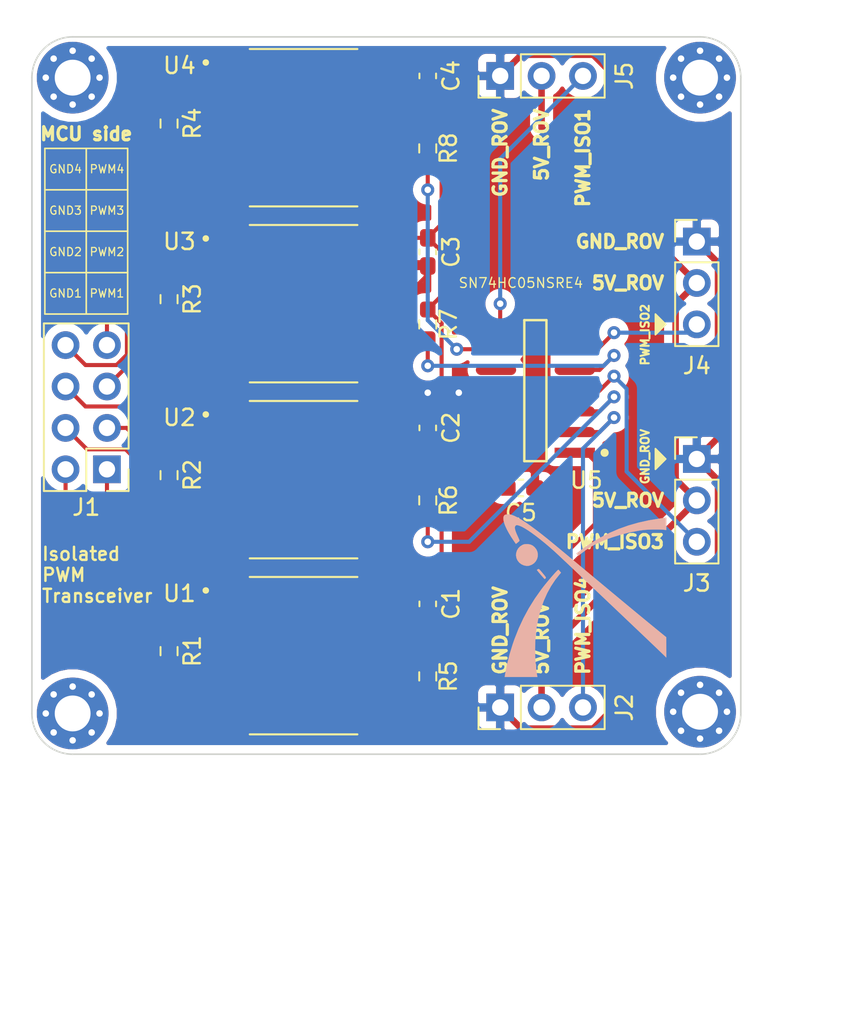
<source format=kicad_pcb>
(kicad_pcb (version 20171130) (host pcbnew "(5.1.12)-1")

  (general
    (thickness 1.6002)
    (drawings 42)
    (tracks 200)
    (zones 0)
    (modules 28)
    (nets 33)
  )

  (page A4)
  (title_block
    (title "Isolated PWM for servomotors PCB")
    (date 2021-12-07)
    (rev 1)
    (comment 2 "Vincent Nguyen")
  )

  (layers
    (0 Front signal)
    (31 Back signal)
    (34 B.Paste user)
    (35 F.Paste user)
    (36 B.SilkS user)
    (37 F.SilkS user)
    (38 B.Mask user)
    (39 F.Mask user)
    (44 Edge.Cuts user)
    (45 Margin user)
    (46 B.CrtYd user)
    (47 F.CrtYd user)
    (49 F.Fab user)
  )

  (setup
    (last_trace_width 0.25)
    (user_trace_width 0.1)
    (user_trace_width 0.2)
    (user_trace_width 0.4)
    (user_trace_width 0.5)
    (trace_clearance 0.25)
    (zone_clearance 0.508)
    (zone_45_only no)
    (trace_min 0.1)
    (via_size 0.8)
    (via_drill 0.4)
    (via_min_size 0.45)
    (via_min_drill 0.2)
    (user_via 0.45 0.2)
    (user_via 0.8 0.4)
    (uvia_size 0.8)
    (uvia_drill 0.4)
    (uvias_allowed no)
    (uvia_min_size 0)
    (uvia_min_drill 0)
    (edge_width 0.1)
    (segment_width 0.1)
    (pcb_text_width 0.3)
    (pcb_text_size 1.5 1.5)
    (mod_edge_width 0.1)
    (mod_text_size 0.8 0.8)
    (mod_text_width 0.1)
    (pad_size 1.524 1.524)
    (pad_drill 0.762)
    (pad_to_mask_clearance 0)
    (solder_mask_min_width 0.1)
    (aux_axis_origin 0 0)
    (visible_elements 7FFFFFFF)
    (pcbplotparams
      (layerselection 0x010fc_ffffffff)
      (usegerberextensions false)
      (usegerberattributes false)
      (usegerberadvancedattributes false)
      (creategerberjobfile false)
      (excludeedgelayer true)
      (linewidth 0.152400)
      (plotframeref false)
      (viasonmask false)
      (mode 1)
      (useauxorigin false)
      (hpglpennumber 1)
      (hpglpenspeed 20)
      (hpglpendiameter 15.000000)
      (psnegative false)
      (psa4output false)
      (plotreference true)
      (plotvalue false)
      (plotinvisibletext false)
      (padsonsilk false)
      (subtractmaskfromsilk true)
      (outputformat 1)
      (mirror false)
      (drillshape 0)
      (scaleselection 1)
      (outputdirectory "./gerbers_for_aisler"))
  )

  (net 0 "")
  (net 1 /GND_ROVER)
  (net 2 /5V_ROVER)
  (net 3 "Net-(R2-Pad1)")
  (net 4 "Net-(R3-Pad1)")
  (net 5 /PWM_ISO1)
  (net 6 /PWM_ISO2)
  (net 7 /PWM_ISO3)
  (net 8 /PWM_ISO4)
  (net 9 /PWM_IN1)
  (net 10 "Net-(R1-Pad1)")
  (net 11 /PWM_IN2)
  (net 12 /PWM_IN3)
  (net 13 "Net-(R4-Pad1)")
  (net 14 /PWM_IN4)
  (net 15 "Net-(R5-Pad1)")
  (net 16 "Net-(R6-Pad1)")
  (net 17 "Net-(R7-Pad1)")
  (net 18 "Net-(R8-Pad1)")
  (net 19 "Net-(U1-Pad7)")
  (net 20 /GND_MCU1)
  (net 21 "Net-(U1-Pad1)")
  (net 22 "Net-(U2-Pad1)")
  (net 23 /GND_MCU2)
  (net 24 "Net-(U2-Pad7)")
  (net 25 "Net-(U3-Pad7)")
  (net 26 /GND_MCU3)
  (net 27 "Net-(U3-Pad1)")
  (net 28 "Net-(U4-Pad1)")
  (net 29 /GND_MCU4)
  (net 30 "Net-(U4-Pad7)")
  (net 31 "Net-(U5-Pad10)")
  (net 32 "Net-(U5-Pad12)")

  (net_class Default "This is the default net class."
    (clearance 0.25)
    (trace_width 0.25)
    (via_dia 0.8)
    (via_drill 0.4)
    (uvia_dia 0.8)
    (uvia_drill 0.4)
    (diff_pair_width 0.25)
    (diff_pair_gap 0.25)
    (add_net /5V_ROVER)
    (add_net /GND_MCU1)
    (add_net /GND_MCU2)
    (add_net /GND_MCU3)
    (add_net /GND_MCU4)
    (add_net /GND_ROVER)
    (add_net /PWM_IN1)
    (add_net /PWM_IN2)
    (add_net /PWM_IN3)
    (add_net /PWM_IN4)
    (add_net /PWM_ISO1)
    (add_net /PWM_ISO2)
    (add_net /PWM_ISO3)
    (add_net /PWM_ISO4)
    (add_net "Net-(R1-Pad1)")
    (add_net "Net-(R2-Pad1)")
    (add_net "Net-(R3-Pad1)")
    (add_net "Net-(R4-Pad1)")
    (add_net "Net-(R5-Pad1)")
    (add_net "Net-(R6-Pad1)")
    (add_net "Net-(R7-Pad1)")
    (add_net "Net-(R8-Pad1)")
    (add_net "Net-(U1-Pad1)")
    (add_net "Net-(U1-Pad7)")
    (add_net "Net-(U2-Pad1)")
    (add_net "Net-(U2-Pad7)")
    (add_net "Net-(U3-Pad1)")
    (add_net "Net-(U3-Pad7)")
    (add_net "Net-(U4-Pad1)")
    (add_net "Net-(U4-Pad7)")
    (add_net "Net-(U5-Pad10)")
    (add_net "Net-(U5-Pad12)")
  )

  (net_class Min ""
    (clearance 0.1)
    (trace_width 0.1)
    (via_dia 0.45)
    (via_drill 0.2)
    (uvia_dia 0.45)
    (uvia_drill 0.2)
    (diff_pair_width 0.12)
    (diff_pair_gap 0.12)
  )

  (module graphics:xplore_logo_10mm locked (layer Back) (tedit 0) (tstamp 61B0BC29)
    (at 100.838 80.772 180)
    (fp_text reference " " (at 0 0) (layer B.SilkS) hide
      (effects (font (size 1.524 1.524) (thickness 0.3)) (justify mirror))
    )
    (fp_text value " " (at 0.75 0) (layer B.SilkS) hide
      (effects (font (size 1.524 1.524) (thickness 0.3)) (justify mirror))
    )
    (fp_poly (pts (xy -4.939197 1.570531) (xy -4.887968 1.522593) (xy -4.816117 1.448137) (xy -4.727499 1.351614)
      (xy -4.62597 1.237475) (xy -4.515383 1.110172) (xy -4.399593 0.974156) (xy -4.282455 0.833878)
      (xy -4.167824 0.69379) (xy -4.059554 0.558343) (xy -3.9615 0.431989) (xy -3.934918 0.396875)
      (xy -3.524845 -0.18195) (xy -3.155821 -0.774153) (xy -2.825463 -1.384283) (xy -2.531386 -2.016892)
      (xy -2.271208 -2.676531) (xy -2.164941 -2.982232) (xy -1.9823 -3.576271) (xy -1.831001 -4.168629)
      (xy -1.713702 -4.748625) (xy -1.689608 -4.892902) (xy -1.674228 -4.989286) (xy -3.678977 -4.989286)
      (xy -3.665258 -4.915581) (xy -3.606203 -4.531182) (xy -3.565088 -4.11592) (xy -3.541963 -3.680611)
      (xy -3.536875 -3.236074) (xy -3.549876 -2.793125) (xy -3.581014 -2.36258) (xy -3.63034 -1.955258)
      (xy -3.651089 -1.825001) (xy -3.759621 -1.29627) (xy -3.901353 -0.789039) (xy -4.075122 -0.305942)
      (xy -4.279768 0.150389) (xy -4.514132 0.57732) (xy -4.777053 0.972217) (xy -5.017163 1.274966)
      (xy -5.128626 1.404664) (xy -5.055161 1.496082) (xy -5.01071 1.547917) (xy -4.976932 1.581047)
      (xy -4.965951 1.5875) (xy -4.939197 1.570531)) (layer B.SilkS) (width 0.01))
    (fp_poly (pts (xy -1.760565 4.976407) (xy -1.679886 4.948442) (xy -1.652156 4.927949) (xy -1.606647 4.850982)
      (xy -1.591042 4.74337) (xy -1.60439 4.607715) (xy -1.645743 4.446619) (xy -1.714149 4.262683)
      (xy -1.808658 4.058508) (xy -1.928321 3.836697) (xy -2.072189 3.599851) (xy -2.21583 3.384272)
      (xy -2.361493 3.17399) (xy -2.472459 3.25954) (xy -2.531041 3.308369) (xy -2.571622 3.349186)
      (xy -2.584392 3.370125) (xy -2.57567 3.400025) (xy -2.551354 3.461025) (xy -2.515498 3.543342)
      (xy -2.484615 3.610744) (xy -2.402167 3.794962) (xy -2.343601 3.945027) (xy -2.308079 4.064816)
      (xy -2.294762 4.158204) (xy -2.302812 4.229069) (xy -2.33139 4.281284) (xy -2.338019 4.288375)
      (xy -2.382628 4.320292) (xy -2.437056 4.325594) (xy -2.46842 4.321179) (xy -2.587959 4.286392)
      (xy -2.736368 4.219995) (xy -2.911526 4.123492) (xy -3.11131 3.998391) (xy -3.333599 3.846196)
      (xy -3.576269 3.668414) (xy -3.837198 3.46655) (xy -4.114265 3.24211) (xy -4.405346 2.9966)
      (xy -4.705804 2.733764) (xy -4.751797 2.691843) (xy -4.828625 2.620574) (xy -4.934265 2.521878)
      (xy -5.066692 2.397673) (xy -5.223883 2.249878) (xy -5.403814 2.080412) (xy -5.604462 1.891193)
      (xy -5.823801 1.684142) (xy -6.059809 1.461176) (xy -6.310461 1.224214) (xy -6.573734 0.975176)
      (xy -6.847604 0.71598) (xy -7.130047 0.448546) (xy -7.419039 0.174792) (xy -7.712556 -0.103363)
      (xy -8.008575 -0.384) (xy -8.305071 -0.6652) (xy -8.600021 -0.945045) (xy -8.891401 -1.221614)
      (xy -9.177187 -1.49299) (xy -9.455355 -1.757253) (xy -9.723882 -2.012484) (xy -9.980743 -2.256766)
      (xy -10.223914 -2.488177) (xy -10.451373 -2.704801) (xy -10.661094 -2.904717) (xy -10.851054 -3.086008)
      (xy -11.019229 -3.246753) (xy -11.163596 -3.385034) (xy -11.282131 -3.498933) (xy -11.372809 -3.58653)
      (xy -11.412992 -3.625654) (xy -11.58875 -3.797597) (xy -11.587638 -3.174468) (xy -11.586525 -2.55134)
      (xy -11.264468 -2.288974) (xy -11.012876 -2.083635) (xy -10.74376 -1.863251) (xy -10.455498 -1.626479)
      (xy -10.146469 -1.371977) (xy -9.81505 -1.098403) (xy -9.45962 -0.804416) (xy -9.078557 -0.488672)
      (xy -8.670241 -0.149831) (xy -8.233049 0.213449) (xy -7.765359 0.602512) (xy -7.265551 1.018698)
      (xy -6.962322 1.271363) (xy -6.673374 1.51209) (xy -6.388512 1.749232) (xy -6.11028 1.980682)
      (xy -5.841218 2.204333) (xy -5.58387 2.418076) (xy -5.340778 2.619805) (xy -5.114483 2.807413)
      (xy -4.907527 2.978791) (xy -4.722453 3.131833) (xy -4.561803 3.264431) (xy -4.428118 3.374478)
      (xy -4.323942 3.459866) (xy -4.251816 3.518487) (xy -4.246965 3.522393) (xy -3.874703 3.81723)
      (xy -3.532637 4.078608) (xy -3.220524 4.306689) (xy -2.938116 4.501636) (xy -2.68517 4.663615)
      (xy -2.461439 4.792788) (xy -2.266679 4.889318) (xy -2.100643 4.953369) (xy -2.099774 4.953643)
      (xy -1.982545 4.979698) (xy -1.865463 4.987056) (xy -1.760565 4.976407)) (layer B.SilkS) (width 0.01))
    (fp_poly (pts (xy -3.73161 1.627478) (xy -3.712099 1.617933) (xy -3.669199 1.591942) (xy -3.651251 1.574087)
      (xy -3.65125 1.574042) (xy -3.665228 1.551643) (xy -3.703051 1.502814) (xy -3.758559 1.434752)
      (xy -3.825591 1.354654) (xy -3.897983 1.269717) (xy -3.969576 1.187136) (xy -4.034206 1.114109)
      (xy -4.085712 1.057833) (xy -4.117933 1.025503) (xy -4.125159 1.020535) (xy -4.152323 1.035648)
      (xy -4.183372 1.064981) (xy -4.197457 1.083191) (xy -4.201979 1.102665) (xy -4.193438 1.129346)
      (xy -4.16834 1.169179) (xy -4.123186 1.228109) (xy -4.05448 1.312079) (xy -3.998271 1.379621)
      (xy -3.912795 1.481773) (xy -3.850944 1.553583) (xy -3.807308 1.599554) (xy -3.77648 1.62419)
      (xy -3.75305 1.631997) (xy -3.73161 1.627478)) (layer B.SilkS) (width 0.01))
    (fp_poly (pts (xy -2.926464 3.156056) (xy -2.839815 3.139706) (xy -2.762875 3.109498) (xy -2.618006 3.016987)
      (xy -2.50516 2.899039) (xy -2.425509 2.762246) (xy -2.380225 2.613201) (xy -2.370479 2.458494)
      (xy -2.397445 2.304717) (xy -2.462295 2.158463) (xy -2.566199 2.026324) (xy -2.569667 2.022906)
      (xy -2.696942 1.925377) (xy -2.842958 1.858549) (xy -2.996469 1.825828) (xy -3.146233 1.830614)
      (xy -3.181022 1.837883) (xy -3.341434 1.898307) (xy -3.47522 1.989496) (xy -3.580558 2.105239)
      (xy -3.655627 2.239325) (xy -3.698606 2.385545) (xy -3.707674 2.537687) (xy -3.681008 2.689541)
      (xy -3.616788 2.834896) (xy -3.513193 2.967542) (xy -3.512511 2.968225) (xy -3.389555 3.069335)
      (xy -3.257706 3.13127) (xy -3.105894 3.158528) (xy -3.038929 3.160731) (xy -2.926464 3.156056)) (layer B.SilkS) (width 0.01))
    (fp_poly (pts (xy -11.515045 4.77524) (xy -11.462922 4.767298) (xy -11.378343 4.754996) (xy -11.273791 4.740131)
      (xy -11.180536 4.727098) (xy -10.514497 4.617421) (xy -9.87895 4.476571) (xy -9.270039 4.302994)
      (xy -8.683906 4.095135) (xy -8.116693 3.851441) (xy -7.564541 3.570357) (xy -7.023595 3.25033)
      (xy -6.489995 2.889806) (xy -6.330439 2.773272) (xy -6.072752 2.581829) (xy -6.136244 2.515557)
      (xy -6.176156 2.474485) (xy -6.199118 2.451986) (xy -6.201163 2.450467) (xy -6.218269 2.464103)
      (xy -6.263105 2.499807) (xy -6.327911 2.5514) (xy -6.372679 2.587037) (xy -6.646752 2.792033)
      (xy -6.929686 2.976402) (xy -7.228934 3.144039) (xy -7.551948 3.298838) (xy -7.906183 3.444694)
      (xy -8.255 3.570565) (xy -8.828965 3.749496) (xy -9.385939 3.889254) (xy -9.924282 3.989452)
      (xy -10.193879 4.025514) (xy -10.324688 4.037286) (xy -10.483818 4.046445) (xy -10.660878 4.052879)
      (xy -10.845476 4.056474) (xy -11.027221 4.057115) (xy -11.195722 4.054689) (xy -11.340589 4.049083)
      (xy -11.45143 4.040183) (xy -11.458349 4.039346) (xy -11.58875 4.023056) (xy -11.58875 4.787234)
      (xy -11.515045 4.77524)) (layer B.SilkS) (width 0.01))
  )

  (module Connector_PinHeader_2.54mm:PinHeader_1x03_P2.54mm_Vertical (layer Front) (tedit 59FED5CC) (tstamp 61B099E0)
    (at 102.235 87.63 90)
    (descr "Through hole straight pin header, 1x03, 2.54mm pitch, single row")
    (tags "Through hole pin header THT 1x03 2.54mm single row")
    (path /61B80F69)
    (fp_text reference J2 (at 0 7.62 90) (layer F.SilkS)
      (effects (font (size 1 1) (thickness 0.15)))
    )
    (fp_text value Conn_Servo_4 (at -3.81 2.54 180) (layer F.Fab)
      (effects (font (size 1 1) (thickness 0.15)))
    )
    (fp_line (start -0.635 -1.27) (end 1.27 -1.27) (layer F.Fab) (width 0.1))
    (fp_line (start 1.27 -1.27) (end 1.27 6.35) (layer F.Fab) (width 0.1))
    (fp_line (start 1.27 6.35) (end -1.27 6.35) (layer F.Fab) (width 0.1))
    (fp_line (start -1.27 6.35) (end -1.27 -0.635) (layer F.Fab) (width 0.1))
    (fp_line (start -1.27 -0.635) (end -0.635 -1.27) (layer F.Fab) (width 0.1))
    (fp_line (start -1.33 6.41) (end 1.33 6.41) (layer F.SilkS) (width 0.12))
    (fp_line (start -1.33 1.27) (end -1.33 6.41) (layer F.SilkS) (width 0.12))
    (fp_line (start 1.33 1.27) (end 1.33 6.41) (layer F.SilkS) (width 0.12))
    (fp_line (start -1.33 1.27) (end 1.33 1.27) (layer F.SilkS) (width 0.12))
    (fp_line (start -1.33 0) (end -1.33 -1.33) (layer F.SilkS) (width 0.12))
    (fp_line (start -1.33 -1.33) (end 0 -1.33) (layer F.SilkS) (width 0.12))
    (fp_line (start -1.8 -1.8) (end -1.8 6.85) (layer F.CrtYd) (width 0.05))
    (fp_line (start -1.8 6.85) (end 1.8 6.85) (layer F.CrtYd) (width 0.05))
    (fp_line (start 1.8 6.85) (end 1.8 -1.8) (layer F.CrtYd) (width 0.05))
    (fp_line (start 1.8 -1.8) (end -1.8 -1.8) (layer F.CrtYd) (width 0.05))
    (fp_text user %R (at 0 2.54) (layer F.Fab)
      (effects (font (size 1 1) (thickness 0.15)))
    )
    (pad 1 thru_hole rect (at 0 0 90) (size 1.7 1.7) (drill 1) (layers *.Cu *.Mask)
      (net 1 /GND_ROVER))
    (pad 2 thru_hole oval (at 0 2.54 90) (size 1.7 1.7) (drill 1) (layers *.Cu *.Mask)
      (net 2 /5V_ROVER))
    (pad 3 thru_hole oval (at 0 5.08 90) (size 1.7 1.7) (drill 1) (layers *.Cu *.Mask)
      (net 5 /PWM_ISO1))
    (model ${KISYS3DMOD}/Connector_PinHeader_2.54mm.3dshapes/PinHeader_1x03_P2.54mm_Vertical.wrl
      (at (xyz 0 0 0))
      (scale (xyz 1 1 1))
      (rotate (xyz 0 0 0))
    )
  )

  (module Capacitor_SMD:C_0603_1608Metric_Pad1.08x0.95mm_HandSolder (layer Front) (tedit 5F68FEEF) (tstamp 61B07358)
    (at 97.79 81.28 270)
    (descr "Capacitor SMD 0603 (1608 Metric), square (rectangular) end terminal, IPC_7351 nominal with elongated pad for handsoldering. (Body size source: IPC-SM-782 page 76, https://www.pcb-3d.com/wordpress/wp-content/uploads/ipc-sm-782a_amendment_1_and_2.pdf), generated with kicad-footprint-generator")
    (tags "capacitor handsolder")
    (path /61B014CF)
    (attr smd)
    (fp_text reference C1 (at 0 -1.43 90) (layer F.SilkS)
      (effects (font (size 1 1) (thickness 0.15)))
    )
    (fp_text value 0.1uF (at 0 1.43 90) (layer F.Fab)
      (effects (font (size 1 1) (thickness 0.15)))
    )
    (fp_line (start -0.8 0.4) (end -0.8 -0.4) (layer F.Fab) (width 0.1))
    (fp_line (start -0.8 -0.4) (end 0.8 -0.4) (layer F.Fab) (width 0.1))
    (fp_line (start 0.8 -0.4) (end 0.8 0.4) (layer F.Fab) (width 0.1))
    (fp_line (start 0.8 0.4) (end -0.8 0.4) (layer F.Fab) (width 0.1))
    (fp_line (start -0.146267 -0.51) (end 0.146267 -0.51) (layer F.SilkS) (width 0.12))
    (fp_line (start -0.146267 0.51) (end 0.146267 0.51) (layer F.SilkS) (width 0.12))
    (fp_line (start -1.65 0.73) (end -1.65 -0.73) (layer F.CrtYd) (width 0.05))
    (fp_line (start -1.65 -0.73) (end 1.65 -0.73) (layer F.CrtYd) (width 0.05))
    (fp_line (start 1.65 -0.73) (end 1.65 0.73) (layer F.CrtYd) (width 0.05))
    (fp_line (start 1.65 0.73) (end -1.65 0.73) (layer F.CrtYd) (width 0.05))
    (fp_text user %R (at 0 0 90) (layer F.Fab)
      (effects (font (size 0.4 0.4) (thickness 0.06)))
    )
    (pad 1 smd roundrect (at -0.8625 0 270) (size 1.075 0.95) (layers Front F.Paste F.Mask) (roundrect_rratio 0.25)
      (net 2 /5V_ROVER))
    (pad 2 smd roundrect (at 0.8625 0 270) (size 1.075 0.95) (layers Front F.Paste F.Mask) (roundrect_rratio 0.25)
      (net 1 /GND_ROVER))
    (model ${KISYS3DMOD}/Capacitor_SMD.3dshapes/C_0603_1608Metric.wrl
      (at (xyz 0 0 0))
      (scale (xyz 1 1 1))
      (rotate (xyz 0 0 0))
    )
  )

  (module Capacitor_SMD:C_0603_1608Metric_Pad1.08x0.95mm_HandSolder (layer Front) (tedit 5F68FEEF) (tstamp 61B0528D)
    (at 97.79 70.485 270)
    (descr "Capacitor SMD 0603 (1608 Metric), square (rectangular) end terminal, IPC_7351 nominal with elongated pad for handsoldering. (Body size source: IPC-SM-782 page 76, https://www.pcb-3d.com/wordpress/wp-content/uploads/ipc-sm-782a_amendment_1_and_2.pdf), generated with kicad-footprint-generator")
    (tags "capacitor handsolder")
    (path /61B18B75)
    (attr smd)
    (fp_text reference C2 (at 0 -1.43 90) (layer F.SilkS)
      (effects (font (size 1 1) (thickness 0.15)))
    )
    (fp_text value 0.1uF (at 0 1.43 90) (layer F.Fab)
      (effects (font (size 1 1) (thickness 0.15)))
    )
    (fp_line (start 1.65 0.73) (end -1.65 0.73) (layer F.CrtYd) (width 0.05))
    (fp_line (start 1.65 -0.73) (end 1.65 0.73) (layer F.CrtYd) (width 0.05))
    (fp_line (start -1.65 -0.73) (end 1.65 -0.73) (layer F.CrtYd) (width 0.05))
    (fp_line (start -1.65 0.73) (end -1.65 -0.73) (layer F.CrtYd) (width 0.05))
    (fp_line (start -0.146267 0.51) (end 0.146267 0.51) (layer F.SilkS) (width 0.12))
    (fp_line (start -0.146267 -0.51) (end 0.146267 -0.51) (layer F.SilkS) (width 0.12))
    (fp_line (start 0.8 0.4) (end -0.8 0.4) (layer F.Fab) (width 0.1))
    (fp_line (start 0.8 -0.4) (end 0.8 0.4) (layer F.Fab) (width 0.1))
    (fp_line (start -0.8 -0.4) (end 0.8 -0.4) (layer F.Fab) (width 0.1))
    (fp_line (start -0.8 0.4) (end -0.8 -0.4) (layer F.Fab) (width 0.1))
    (fp_text user %R (at 0 0 90) (layer F.Fab)
      (effects (font (size 0.4 0.4) (thickness 0.06)))
    )
    (pad 2 smd roundrect (at 0.8625 0 270) (size 1.075 0.95) (layers Front F.Paste F.Mask) (roundrect_rratio 0.25)
      (net 1 /GND_ROVER))
    (pad 1 smd roundrect (at -0.8625 0 270) (size 1.075 0.95) (layers Front F.Paste F.Mask) (roundrect_rratio 0.25)
      (net 2 /5V_ROVER))
    (model ${KISYS3DMOD}/Capacitor_SMD.3dshapes/C_0603_1608Metric.wrl
      (at (xyz 0 0 0))
      (scale (xyz 1 1 1))
      (rotate (xyz 0 0 0))
    )
  )

  (module Capacitor_SMD:C_0603_1608Metric_Pad1.08x0.95mm_HandSolder (layer Front) (tedit 5F68FEEF) (tstamp 61B06674)
    (at 97.79 59.69 270)
    (descr "Capacitor SMD 0603 (1608 Metric), square (rectangular) end terminal, IPC_7351 nominal with elongated pad for handsoldering. (Body size source: IPC-SM-782 page 76, https://www.pcb-3d.com/wordpress/wp-content/uploads/ipc-sm-782a_amendment_1_and_2.pdf), generated with kicad-footprint-generator")
    (tags "capacitor handsolder")
    (path /61B1E551)
    (attr smd)
    (fp_text reference C3 (at 0 -1.43 90) (layer F.SilkS)
      (effects (font (size 1 1) (thickness 0.15)))
    )
    (fp_text value 0.1uF (at 0 1.43 90) (layer F.Fab)
      (effects (font (size 1 1) (thickness 0.15)))
    )
    (fp_line (start -0.8 0.4) (end -0.8 -0.4) (layer F.Fab) (width 0.1))
    (fp_line (start -0.8 -0.4) (end 0.8 -0.4) (layer F.Fab) (width 0.1))
    (fp_line (start 0.8 -0.4) (end 0.8 0.4) (layer F.Fab) (width 0.1))
    (fp_line (start 0.8 0.4) (end -0.8 0.4) (layer F.Fab) (width 0.1))
    (fp_line (start -0.146267 -0.51) (end 0.146267 -0.51) (layer F.SilkS) (width 0.12))
    (fp_line (start -0.146267 0.51) (end 0.146267 0.51) (layer F.SilkS) (width 0.12))
    (fp_line (start -1.65 0.73) (end -1.65 -0.73) (layer F.CrtYd) (width 0.05))
    (fp_line (start -1.65 -0.73) (end 1.65 -0.73) (layer F.CrtYd) (width 0.05))
    (fp_line (start 1.65 -0.73) (end 1.65 0.73) (layer F.CrtYd) (width 0.05))
    (fp_line (start 1.65 0.73) (end -1.65 0.73) (layer F.CrtYd) (width 0.05))
    (fp_text user %R (at 0 0 90) (layer F.Fab)
      (effects (font (size 0.4 0.4) (thickness 0.06)))
    )
    (pad 1 smd roundrect (at -0.8625 0 270) (size 1.075 0.95) (layers Front F.Paste F.Mask) (roundrect_rratio 0.25)
      (net 2 /5V_ROVER))
    (pad 2 smd roundrect (at 0.8625 0 270) (size 1.075 0.95) (layers Front F.Paste F.Mask) (roundrect_rratio 0.25)
      (net 1 /GND_ROVER))
    (model ${KISYS3DMOD}/Capacitor_SMD.3dshapes/C_0603_1608Metric.wrl
      (at (xyz 0 0 0))
      (scale (xyz 1 1 1))
      (rotate (xyz 0 0 0))
    )
  )

  (module Capacitor_SMD:C_0603_1608Metric_Pad1.08x0.95mm_HandSolder (layer Front) (tedit 5F68FEEF) (tstamp 61B06AC8)
    (at 97.79 48.895 270)
    (descr "Capacitor SMD 0603 (1608 Metric), square (rectangular) end terminal, IPC_7351 nominal with elongated pad for handsoldering. (Body size source: IPC-SM-782 page 76, https://www.pcb-3d.com/wordpress/wp-content/uploads/ipc-sm-782a_amendment_1_and_2.pdf), generated with kicad-footprint-generator")
    (tags "capacitor handsolder")
    (path /61B207FB)
    (attr smd)
    (fp_text reference C4 (at 0 -1.43 90) (layer F.SilkS)
      (effects (font (size 1 1) (thickness 0.15)))
    )
    (fp_text value 0.1uF (at 0 1.43 90) (layer F.Fab)
      (effects (font (size 1 1) (thickness 0.15)))
    )
    (fp_line (start 1.65 0.73) (end -1.65 0.73) (layer F.CrtYd) (width 0.05))
    (fp_line (start 1.65 -0.73) (end 1.65 0.73) (layer F.CrtYd) (width 0.05))
    (fp_line (start -1.65 -0.73) (end 1.65 -0.73) (layer F.CrtYd) (width 0.05))
    (fp_line (start -1.65 0.73) (end -1.65 -0.73) (layer F.CrtYd) (width 0.05))
    (fp_line (start -0.146267 0.51) (end 0.146267 0.51) (layer F.SilkS) (width 0.12))
    (fp_line (start -0.146267 -0.51) (end 0.146267 -0.51) (layer F.SilkS) (width 0.12))
    (fp_line (start 0.8 0.4) (end -0.8 0.4) (layer F.Fab) (width 0.1))
    (fp_line (start 0.8 -0.4) (end 0.8 0.4) (layer F.Fab) (width 0.1))
    (fp_line (start -0.8 -0.4) (end 0.8 -0.4) (layer F.Fab) (width 0.1))
    (fp_line (start -0.8 0.4) (end -0.8 -0.4) (layer F.Fab) (width 0.1))
    (fp_text user %R (at 0 0 90) (layer F.Fab)
      (effects (font (size 0.4 0.4) (thickness 0.06)))
    )
    (pad 2 smd roundrect (at 0.8625 0 270) (size 1.075 0.95) (layers Front F.Paste F.Mask) (roundrect_rratio 0.25)
      (net 1 /GND_ROVER))
    (pad 1 smd roundrect (at -0.8625 0 270) (size 1.075 0.95) (layers Front F.Paste F.Mask) (roundrect_rratio 0.25)
      (net 2 /5V_ROVER))
    (model ${KISYS3DMOD}/Capacitor_SMD.3dshapes/C_0603_1608Metric.wrl
      (at (xyz 0 0 0))
      (scale (xyz 1 1 1))
      (rotate (xyz 0 0 0))
    )
  )

  (module Capacitor_SMD:C_0603_1608Metric_Pad1.08x0.95mm_HandSolder (layer Front) (tedit 5F68FEEF) (tstamp 61B052C0)
    (at 103.505 74.168)
    (descr "Capacitor SMD 0603 (1608 Metric), square (rectangular) end terminal, IPC_7351 nominal with elongated pad for handsoldering. (Body size source: IPC-SM-782 page 76, https://www.pcb-3d.com/wordpress/wp-content/uploads/ipc-sm-782a_amendment_1_and_2.pdf), generated with kicad-footprint-generator")
    (tags "capacitor handsolder")
    (path /61B46463)
    (attr smd)
    (fp_text reference C5 (at 0 1.524) (layer F.SilkS)
      (effects (font (size 1 1) (thickness 0.15)))
    )
    (fp_text value 0.1uF (at 0 0) (layer F.Fab)
      (effects (font (size 1 1) (thickness 0.15)))
    )
    (fp_line (start -0.8 0.4) (end -0.8 -0.4) (layer F.Fab) (width 0.1))
    (fp_line (start -0.8 -0.4) (end 0.8 -0.4) (layer F.Fab) (width 0.1))
    (fp_line (start 0.8 -0.4) (end 0.8 0.4) (layer F.Fab) (width 0.1))
    (fp_line (start 0.8 0.4) (end -0.8 0.4) (layer F.Fab) (width 0.1))
    (fp_line (start -0.146267 -0.51) (end 0.146267 -0.51) (layer F.SilkS) (width 0.12))
    (fp_line (start -0.146267 0.51) (end 0.146267 0.51) (layer F.SilkS) (width 0.12))
    (fp_line (start -1.65 0.73) (end -1.65 -0.73) (layer F.CrtYd) (width 0.05))
    (fp_line (start -1.65 -0.73) (end 1.65 -0.73) (layer F.CrtYd) (width 0.05))
    (fp_line (start 1.65 -0.73) (end 1.65 0.73) (layer F.CrtYd) (width 0.05))
    (fp_line (start 1.65 0.73) (end -1.65 0.73) (layer F.CrtYd) (width 0.05))
    (fp_text user %R (at 0 0) (layer F.Fab)
      (effects (font (size 0.4 0.4) (thickness 0.06)))
    )
    (pad 1 smd roundrect (at -0.8625 0) (size 1.075 0.95) (layers Front F.Paste F.Mask) (roundrect_rratio 0.25)
      (net 2 /5V_ROVER))
    (pad 2 smd roundrect (at 0.8625 0) (size 1.075 0.95) (layers Front F.Paste F.Mask) (roundrect_rratio 0.25)
      (net 1 /GND_ROVER))
    (model ${KISYS3DMOD}/Capacitor_SMD.3dshapes/C_0603_1608Metric.wrl
      (at (xyz 0 0 0))
      (scale (xyz 1 1 1))
      (rotate (xyz 0 0 0))
    )
  )

  (module MountingHole:MountingHole_2.2mm_M2_Pad_Via (layer Front) (tedit 56DDB9C7) (tstamp 61B052D0)
    (at 76 88)
    (descr "Mounting Hole 2.2mm, M2")
    (tags "mounting hole 2.2mm m2")
    (path /61AF3D0D)
    (attr virtual)
    (fp_text reference H1 (at 0 0) (layer F.SilkS) hide
      (effects (font (size 1 1) (thickness 0.15)))
    )
    (fp_text value " " (at 0 3.2) (layer F.Fab)
      (effects (font (size 1 1) (thickness 0.15)))
    )
    (fp_circle (center 0 0) (end 2.2 0) (layer Cmts.User) (width 0.15))
    (fp_circle (center 0 0) (end 2.45 0) (layer F.CrtYd) (width 0.05))
    (fp_text user %R (at 0.3 0) (layer F.Fab)
      (effects (font (size 1 1) (thickness 0.15)))
    )
    (pad 1 thru_hole circle (at 0 0) (size 4.4 4.4) (drill 2.2) (layers *.Cu *.Mask))
    (pad 1 thru_hole circle (at 1.65 0) (size 0.7 0.7) (drill 0.4) (layers *.Cu *.Mask))
    (pad 1 thru_hole circle (at 1.166726 1.166726) (size 0.7 0.7) (drill 0.4) (layers *.Cu *.Mask))
    (pad 1 thru_hole circle (at 0 1.65) (size 0.7 0.7) (drill 0.4) (layers *.Cu *.Mask))
    (pad 1 thru_hole circle (at -1.166726 1.166726) (size 0.7 0.7) (drill 0.4) (layers *.Cu *.Mask))
    (pad 1 thru_hole circle (at -1.65 0) (size 0.7 0.7) (drill 0.4) (layers *.Cu *.Mask))
    (pad 1 thru_hole circle (at -1.166726 -1.166726) (size 0.7 0.7) (drill 0.4) (layers *.Cu *.Mask))
    (pad 1 thru_hole circle (at 0 -1.65) (size 0.7 0.7) (drill 0.4) (layers *.Cu *.Mask))
    (pad 1 thru_hole circle (at 1.166726 -1.166726) (size 0.7 0.7) (drill 0.4) (layers *.Cu *.Mask))
  )

  (module MountingHole:MountingHole_2.2mm_M2_Pad_Via (layer Front) (tedit 56DDB9C7) (tstamp 61B052E0)
    (at 76 49)
    (descr "Mounting Hole 2.2mm, M2")
    (tags "mounting hole 2.2mm m2")
    (path /61AF4647)
    (attr virtual)
    (fp_text reference H2 (at 0 0) (layer F.SilkS) hide
      (effects (font (size 1 1) (thickness 0.15)))
    )
    (fp_text value " " (at 0 3.2) (layer F.Fab)
      (effects (font (size 1 1) (thickness 0.15)))
    )
    (fp_circle (center 0 0) (end 2.45 0) (layer F.CrtYd) (width 0.05))
    (fp_circle (center 0 0) (end 2.2 0) (layer Cmts.User) (width 0.15))
    (fp_text user %R (at 0.3 0) (layer F.Fab)
      (effects (font (size 1 1) (thickness 0.15)))
    )
    (pad 1 thru_hole circle (at 1.166726 -1.166726) (size 0.7 0.7) (drill 0.4) (layers *.Cu *.Mask))
    (pad 1 thru_hole circle (at 0 -1.65) (size 0.7 0.7) (drill 0.4) (layers *.Cu *.Mask))
    (pad 1 thru_hole circle (at -1.166726 -1.166726) (size 0.7 0.7) (drill 0.4) (layers *.Cu *.Mask))
    (pad 1 thru_hole circle (at -1.65 0) (size 0.7 0.7) (drill 0.4) (layers *.Cu *.Mask))
    (pad 1 thru_hole circle (at -1.166726 1.166726) (size 0.7 0.7) (drill 0.4) (layers *.Cu *.Mask))
    (pad 1 thru_hole circle (at 0 1.65) (size 0.7 0.7) (drill 0.4) (layers *.Cu *.Mask))
    (pad 1 thru_hole circle (at 1.166726 1.166726) (size 0.7 0.7) (drill 0.4) (layers *.Cu *.Mask))
    (pad 1 thru_hole circle (at 1.65 0) (size 0.7 0.7) (drill 0.4) (layers *.Cu *.Mask))
    (pad 1 thru_hole circle (at 0 0) (size 4.4 4.4) (drill 2.2) (layers *.Cu *.Mask))
  )

  (module MountingHole:MountingHole_2.2mm_M2_Pad_Via (layer Front) (tedit 56DDB9C7) (tstamp 61B052F0)
    (at 114.5 49)
    (descr "Mounting Hole 2.2mm, M2")
    (tags "mounting hole 2.2mm m2")
    (path /61AF4C07)
    (attr virtual)
    (fp_text reference H3 (at 0 0) (layer F.SilkS) hide
      (effects (font (size 1 1) (thickness 0.15)))
    )
    (fp_text value " " (at 0 3.2) (layer F.Fab) hide
      (effects (font (size 1 1) (thickness 0.15)))
    )
    (fp_circle (center 0 0) (end 2.2 0) (layer Cmts.User) (width 0.15))
    (fp_circle (center 0 0) (end 2.45 0) (layer F.CrtYd) (width 0.05))
    (fp_text user %R (at 0.3 0) (layer F.Fab)
      (effects (font (size 1 1) (thickness 0.15)))
    )
    (pad 1 thru_hole circle (at 0 0) (size 4.4 4.4) (drill 2.2) (layers *.Cu *.Mask))
    (pad 1 thru_hole circle (at 1.65 0) (size 0.7 0.7) (drill 0.4) (layers *.Cu *.Mask))
    (pad 1 thru_hole circle (at 1.166726 1.166726) (size 0.7 0.7) (drill 0.4) (layers *.Cu *.Mask))
    (pad 1 thru_hole circle (at 0 1.65) (size 0.7 0.7) (drill 0.4) (layers *.Cu *.Mask))
    (pad 1 thru_hole circle (at -1.166726 1.166726) (size 0.7 0.7) (drill 0.4) (layers *.Cu *.Mask))
    (pad 1 thru_hole circle (at -1.65 0) (size 0.7 0.7) (drill 0.4) (layers *.Cu *.Mask))
    (pad 1 thru_hole circle (at -1.166726 -1.166726) (size 0.7 0.7) (drill 0.4) (layers *.Cu *.Mask))
    (pad 1 thru_hole circle (at 0 -1.65) (size 0.7 0.7) (drill 0.4) (layers *.Cu *.Mask))
    (pad 1 thru_hole circle (at 1.166726 -1.166726) (size 0.7 0.7) (drill 0.4) (layers *.Cu *.Mask))
  )

  (module MountingHole:MountingHole_2.2mm_M2_Pad_Via (layer Front) (tedit 56DDB9C7) (tstamp 61B05300)
    (at 114.5 87.895)
    (descr "Mounting Hole 2.2mm, M2")
    (tags "mounting hole 2.2mm m2")
    (path /61AF5190)
    (attr virtual)
    (fp_text reference H4 (at 0 0.105) (layer F.SilkS) hide
      (effects (font (size 1 1) (thickness 0.15)))
    )
    (fp_text value " " (at 0 3.2) (layer F.Fab)
      (effects (font (size 1 1) (thickness 0.15)))
    )
    (fp_circle (center 0 0) (end 2.45 0) (layer F.CrtYd) (width 0.05))
    (fp_circle (center 0 0) (end 2.2 0) (layer Cmts.User) (width 0.15))
    (fp_text user %R (at 0.3 0) (layer F.Fab)
      (effects (font (size 1 1) (thickness 0.15)))
    )
    (pad 1 thru_hole circle (at 1.166726 -1.166726) (size 0.7 0.7) (drill 0.4) (layers *.Cu *.Mask))
    (pad 1 thru_hole circle (at 0 -1.65) (size 0.7 0.7) (drill 0.4) (layers *.Cu *.Mask))
    (pad 1 thru_hole circle (at -1.166726 -1.166726) (size 0.7 0.7) (drill 0.4) (layers *.Cu *.Mask))
    (pad 1 thru_hole circle (at -1.65 0) (size 0.7 0.7) (drill 0.4) (layers *.Cu *.Mask))
    (pad 1 thru_hole circle (at -1.166726 1.166726) (size 0.7 0.7) (drill 0.4) (layers *.Cu *.Mask))
    (pad 1 thru_hole circle (at 0 1.65) (size 0.7 0.7) (drill 0.4) (layers *.Cu *.Mask))
    (pad 1 thru_hole circle (at 1.166726 1.166726) (size 0.7 0.7) (drill 0.4) (layers *.Cu *.Mask))
    (pad 1 thru_hole circle (at 1.65 0) (size 0.7 0.7) (drill 0.4) (layers *.Cu *.Mask))
    (pad 1 thru_hole circle (at 0 0) (size 4.4 4.4) (drill 2.2) (layers *.Cu *.Mask))
  )

  (module Connector_PinHeader_2.54mm:PinHeader_1x03_P2.54mm_Vertical (layer Front) (tedit 59FED5CC) (tstamp 61B0534C)
    (at 114.3 72.39)
    (descr "Through hole straight pin header, 1x03, 2.54mm pitch, single row")
    (tags "Through hole pin header THT 1x03 2.54mm single row")
    (path /61B86A36)
    (fp_text reference J3 (at 0 7.62) (layer F.SilkS)
      (effects (font (size 1 1) (thickness 0.15)))
    )
    (fp_text value Conn_Servo_3 (at 3.81 2.54 90) (layer F.Fab)
      (effects (font (size 1 1) (thickness 0.15)))
    )
    (fp_line (start 1.8 -1.8) (end -1.8 -1.8) (layer F.CrtYd) (width 0.05))
    (fp_line (start 1.8 6.85) (end 1.8 -1.8) (layer F.CrtYd) (width 0.05))
    (fp_line (start -1.8 6.85) (end 1.8 6.85) (layer F.CrtYd) (width 0.05))
    (fp_line (start -1.8 -1.8) (end -1.8 6.85) (layer F.CrtYd) (width 0.05))
    (fp_line (start -1.33 -1.33) (end 0 -1.33) (layer F.SilkS) (width 0.12))
    (fp_line (start -1.33 0) (end -1.33 -1.33) (layer F.SilkS) (width 0.12))
    (fp_line (start -1.33 1.27) (end 1.33 1.27) (layer F.SilkS) (width 0.12))
    (fp_line (start 1.33 1.27) (end 1.33 6.41) (layer F.SilkS) (width 0.12))
    (fp_line (start -1.33 1.27) (end -1.33 6.41) (layer F.SilkS) (width 0.12))
    (fp_line (start -1.33 6.41) (end 1.33 6.41) (layer F.SilkS) (width 0.12))
    (fp_line (start -1.27 -0.635) (end -0.635 -1.27) (layer F.Fab) (width 0.1))
    (fp_line (start -1.27 6.35) (end -1.27 -0.635) (layer F.Fab) (width 0.1))
    (fp_line (start 1.27 6.35) (end -1.27 6.35) (layer F.Fab) (width 0.1))
    (fp_line (start 1.27 -1.27) (end 1.27 6.35) (layer F.Fab) (width 0.1))
    (fp_line (start -0.635 -1.27) (end 1.27 -1.27) (layer F.Fab) (width 0.1))
    (fp_text user %R (at 0 2.54 90) (layer F.Fab)
      (effects (font (size 1 1) (thickness 0.15)))
    )
    (pad 3 thru_hole oval (at 0 5.08) (size 1.7 1.7) (drill 1) (layers *.Cu *.Mask)
      (net 6 /PWM_ISO2))
    (pad 2 thru_hole oval (at 0 2.54) (size 1.7 1.7) (drill 1) (layers *.Cu *.Mask)
      (net 2 /5V_ROVER))
    (pad 1 thru_hole rect (at 0 0) (size 1.7 1.7) (drill 1) (layers *.Cu *.Mask)
      (net 1 /GND_ROVER))
    (model ${KISYS3DMOD}/Connector_PinHeader_2.54mm.3dshapes/PinHeader_1x03_P2.54mm_Vertical.wrl
      (at (xyz 0 0 0))
      (scale (xyz 1 1 1))
      (rotate (xyz 0 0 0))
    )
  )

  (module Connector_PinHeader_2.54mm:PinHeader_1x03_P2.54mm_Vertical (layer Front) (tedit 59FED5CC) (tstamp 61B05B94)
    (at 114.3 59.055)
    (descr "Through hole straight pin header, 1x03, 2.54mm pitch, single row")
    (tags "Through hole pin header THT 1x03 2.54mm single row")
    (path /61B8C4A0)
    (fp_text reference J4 (at 0 7.62) (layer F.SilkS)
      (effects (font (size 1 1) (thickness 0.15)))
    )
    (fp_text value Conn_Servo_2 (at 3.81 3.175 90) (layer F.Fab)
      (effects (font (size 1 1) (thickness 0.15)))
    )
    (fp_line (start -0.635 -1.27) (end 1.27 -1.27) (layer F.Fab) (width 0.1))
    (fp_line (start 1.27 -1.27) (end 1.27 6.35) (layer F.Fab) (width 0.1))
    (fp_line (start 1.27 6.35) (end -1.27 6.35) (layer F.Fab) (width 0.1))
    (fp_line (start -1.27 6.35) (end -1.27 -0.635) (layer F.Fab) (width 0.1))
    (fp_line (start -1.27 -0.635) (end -0.635 -1.27) (layer F.Fab) (width 0.1))
    (fp_line (start -1.33 6.41) (end 1.33 6.41) (layer F.SilkS) (width 0.12))
    (fp_line (start -1.33 1.27) (end -1.33 6.41) (layer F.SilkS) (width 0.12))
    (fp_line (start 1.33 1.27) (end 1.33 6.41) (layer F.SilkS) (width 0.12))
    (fp_line (start -1.33 1.27) (end 1.33 1.27) (layer F.SilkS) (width 0.12))
    (fp_line (start -1.33 0) (end -1.33 -1.33) (layer F.SilkS) (width 0.12))
    (fp_line (start -1.33 -1.33) (end 0 -1.33) (layer F.SilkS) (width 0.12))
    (fp_line (start -1.8 -1.8) (end -1.8 6.85) (layer F.CrtYd) (width 0.05))
    (fp_line (start -1.8 6.85) (end 1.8 6.85) (layer F.CrtYd) (width 0.05))
    (fp_line (start 1.8 6.85) (end 1.8 -1.8) (layer F.CrtYd) (width 0.05))
    (fp_line (start 1.8 -1.8) (end -1.8 -1.8) (layer F.CrtYd) (width 0.05))
    (fp_text user %R (at 0 2.54 90) (layer F.Fab)
      (effects (font (size 1 1) (thickness 0.15)))
    )
    (pad 1 thru_hole rect (at 0 0) (size 1.7 1.7) (drill 1) (layers *.Cu *.Mask)
      (net 1 /GND_ROVER))
    (pad 2 thru_hole oval (at 0 2.54) (size 1.7 1.7) (drill 1) (layers *.Cu *.Mask)
      (net 2 /5V_ROVER))
    (pad 3 thru_hole oval (at 0 5.08) (size 1.7 1.7) (drill 1) (layers *.Cu *.Mask)
      (net 7 /PWM_ISO3))
    (model ${KISYS3DMOD}/Connector_PinHeader_2.54mm.3dshapes/PinHeader_1x03_P2.54mm_Vertical.wrl
      (at (xyz 0 0 0))
      (scale (xyz 1 1 1))
      (rotate (xyz 0 0 0))
    )
  )

  (module Connector_PinHeader_2.54mm:PinHeader_1x03_P2.54mm_Vertical (layer Front) (tedit 59FED5CC) (tstamp 61B0A7BB)
    (at 102.235 48.895 90)
    (descr "Through hole straight pin header, 1x03, 2.54mm pitch, single row")
    (tags "Through hole pin header THT 1x03 2.54mm single row")
    (path /61B8ECA6)
    (fp_text reference J5 (at 0 7.62 90) (layer F.SilkS)
      (effects (font (size 1 1) (thickness 0.15)))
    )
    (fp_text value Conn_Servo_1 (at 3.81 3.175 180) (layer F.Fab)
      (effects (font (size 1 1) (thickness 0.15)))
    )
    (fp_line (start 1.8 -1.8) (end -1.8 -1.8) (layer F.CrtYd) (width 0.05))
    (fp_line (start 1.8 6.85) (end 1.8 -1.8) (layer F.CrtYd) (width 0.05))
    (fp_line (start -1.8 6.85) (end 1.8 6.85) (layer F.CrtYd) (width 0.05))
    (fp_line (start -1.8 -1.8) (end -1.8 6.85) (layer F.CrtYd) (width 0.05))
    (fp_line (start -1.33 -1.33) (end 0 -1.33) (layer F.SilkS) (width 0.12))
    (fp_line (start -1.33 0) (end -1.33 -1.33) (layer F.SilkS) (width 0.12))
    (fp_line (start -1.33 1.27) (end 1.33 1.27) (layer F.SilkS) (width 0.12))
    (fp_line (start 1.33 1.27) (end 1.33 6.41) (layer F.SilkS) (width 0.12))
    (fp_line (start -1.33 1.27) (end -1.33 6.41) (layer F.SilkS) (width 0.12))
    (fp_line (start -1.33 6.41) (end 1.33 6.41) (layer F.SilkS) (width 0.12))
    (fp_line (start -1.27 -0.635) (end -0.635 -1.27) (layer F.Fab) (width 0.1))
    (fp_line (start -1.27 6.35) (end -1.27 -0.635) (layer F.Fab) (width 0.1))
    (fp_line (start 1.27 6.35) (end -1.27 6.35) (layer F.Fab) (width 0.1))
    (fp_line (start 1.27 -1.27) (end 1.27 6.35) (layer F.Fab) (width 0.1))
    (fp_line (start -0.635 -1.27) (end 1.27 -1.27) (layer F.Fab) (width 0.1))
    (fp_text user %R (at 0 2.54) (layer F.Fab)
      (effects (font (size 1 1) (thickness 0.15)))
    )
    (pad 3 thru_hole oval (at 0 5.08 90) (size 1.7 1.7) (drill 1) (layers *.Cu *.Mask)
      (net 8 /PWM_ISO4))
    (pad 2 thru_hole oval (at 0 2.54 90) (size 1.7 1.7) (drill 1) (layers *.Cu *.Mask)
      (net 2 /5V_ROVER))
    (pad 1 thru_hole rect (at 0 0 90) (size 1.7 1.7) (drill 1) (layers *.Cu *.Mask)
      (net 1 /GND_ROVER))
    (model ${KISYS3DMOD}/Connector_PinHeader_2.54mm.3dshapes/PinHeader_1x03_P2.54mm_Vertical.wrl
      (at (xyz 0 0 0))
      (scale (xyz 1 1 1))
      (rotate (xyz 0 0 0))
    )
  )

  (module Resistor_SMD:R_0603_1608Metric_Pad0.98x0.95mm_HandSolder (layer Front) (tedit 5F68FEEE) (tstamp 61B08D7F)
    (at 81.915 84.1775 270)
    (descr "Resistor SMD 0603 (1608 Metric), square (rectangular) end terminal, IPC_7351 nominal with elongated pad for handsoldering. (Body size source: IPC-SM-782 page 72, https://www.pcb-3d.com/wordpress/wp-content/uploads/ipc-sm-782a_amendment_1_and_2.pdf), generated with kicad-footprint-generator")
    (tags "resistor handsolder")
    (path /61AFBF3E)
    (attr smd)
    (fp_text reference R1 (at 0 -1.43 90) (layer F.SilkS)
      (effects (font (size 1 1) (thickness 0.15)))
    )
    (fp_text value 220 (at 0 0 90) (layer F.Fab)
      (effects (font (size 1 1) (thickness 0.15)))
    )
    (fp_line (start -0.8 0.4125) (end -0.8 -0.4125) (layer F.Fab) (width 0.1))
    (fp_line (start -0.8 -0.4125) (end 0.8 -0.4125) (layer F.Fab) (width 0.1))
    (fp_line (start 0.8 -0.4125) (end 0.8 0.4125) (layer F.Fab) (width 0.1))
    (fp_line (start 0.8 0.4125) (end -0.8 0.4125) (layer F.Fab) (width 0.1))
    (fp_line (start -0.254724 -0.5225) (end 0.254724 -0.5225) (layer F.SilkS) (width 0.12))
    (fp_line (start -0.254724 0.5225) (end 0.254724 0.5225) (layer F.SilkS) (width 0.12))
    (fp_line (start -1.65 0.73) (end -1.65 -0.73) (layer F.CrtYd) (width 0.05))
    (fp_line (start -1.65 -0.73) (end 1.65 -0.73) (layer F.CrtYd) (width 0.05))
    (fp_line (start 1.65 -0.73) (end 1.65 0.73) (layer F.CrtYd) (width 0.05))
    (fp_line (start 1.65 0.73) (end -1.65 0.73) (layer F.CrtYd) (width 0.05))
    (fp_text user %R (at 0 0 90) (layer F.Fab)
      (effects (font (size 0.4 0.4) (thickness 0.06)))
    )
    (pad 1 smd roundrect (at -0.9125 0 270) (size 0.975 0.95) (layers Front F.Paste F.Mask) (roundrect_rratio 0.25)
      (net 10 "Net-(R1-Pad1)"))
    (pad 2 smd roundrect (at 0.9125 0 270) (size 0.975 0.95) (layers Front F.Paste F.Mask) (roundrect_rratio 0.25)
      (net 9 /PWM_IN1))
    (model ${KISYS3DMOD}/Resistor_SMD.3dshapes/R_0603_1608Metric.wrl
      (at (xyz 0 0 0))
      (scale (xyz 1 1 1))
      (rotate (xyz 0 0 0))
    )
  )

  (module Resistor_SMD:R_0603_1608Metric_Pad0.98x0.95mm_HandSolder (layer Front) (tedit 5F68FEEE) (tstamp 61B0539C)
    (at 81.915 73.3825 270)
    (descr "Resistor SMD 0603 (1608 Metric), square (rectangular) end terminal, IPC_7351 nominal with elongated pad for handsoldering. (Body size source: IPC-SM-782 page 72, https://www.pcb-3d.com/wordpress/wp-content/uploads/ipc-sm-782a_amendment_1_and_2.pdf), generated with kicad-footprint-generator")
    (tags "resistor handsolder")
    (path /61B18B5F)
    (attr smd)
    (fp_text reference R2 (at 0 -1.43 90) (layer F.SilkS)
      (effects (font (size 1 1) (thickness 0.15)))
    )
    (fp_text value 220 (at 0 0 90) (layer F.Fab)
      (effects (font (size 1 1) (thickness 0.15)))
    )
    (fp_line (start 1.65 0.73) (end -1.65 0.73) (layer F.CrtYd) (width 0.05))
    (fp_line (start 1.65 -0.73) (end 1.65 0.73) (layer F.CrtYd) (width 0.05))
    (fp_line (start -1.65 -0.73) (end 1.65 -0.73) (layer F.CrtYd) (width 0.05))
    (fp_line (start -1.65 0.73) (end -1.65 -0.73) (layer F.CrtYd) (width 0.05))
    (fp_line (start -0.254724 0.5225) (end 0.254724 0.5225) (layer F.SilkS) (width 0.12))
    (fp_line (start -0.254724 -0.5225) (end 0.254724 -0.5225) (layer F.SilkS) (width 0.12))
    (fp_line (start 0.8 0.4125) (end -0.8 0.4125) (layer F.Fab) (width 0.1))
    (fp_line (start 0.8 -0.4125) (end 0.8 0.4125) (layer F.Fab) (width 0.1))
    (fp_line (start -0.8 -0.4125) (end 0.8 -0.4125) (layer F.Fab) (width 0.1))
    (fp_line (start -0.8 0.4125) (end -0.8 -0.4125) (layer F.Fab) (width 0.1))
    (fp_text user %R (at 0 0 90) (layer F.Fab)
      (effects (font (size 0.4 0.4) (thickness 0.06)))
    )
    (pad 2 smd roundrect (at 0.9125 0 270) (size 0.975 0.95) (layers Front F.Paste F.Mask) (roundrect_rratio 0.25)
      (net 11 /PWM_IN2))
    (pad 1 smd roundrect (at -0.9125 0 270) (size 0.975 0.95) (layers Front F.Paste F.Mask) (roundrect_rratio 0.25)
      (net 3 "Net-(R2-Pad1)"))
    (model ${KISYS3DMOD}/Resistor_SMD.3dshapes/R_0603_1608Metric.wrl
      (at (xyz 0 0 0))
      (scale (xyz 1 1 1))
      (rotate (xyz 0 0 0))
    )
  )

  (module Resistor_SMD:R_0603_1608Metric_Pad0.98x0.95mm_HandSolder (layer Front) (tedit 5F68FEEE) (tstamp 61B053AD)
    (at 81.915 62.5875 270)
    (descr "Resistor SMD 0603 (1608 Metric), square (rectangular) end terminal, IPC_7351 nominal with elongated pad for handsoldering. (Body size source: IPC-SM-782 page 72, https://www.pcb-3d.com/wordpress/wp-content/uploads/ipc-sm-782a_amendment_1_and_2.pdf), generated with kicad-footprint-generator")
    (tags "resistor handsolder")
    (path /61B1E53B)
    (attr smd)
    (fp_text reference R3 (at 0 -1.43 90) (layer F.SilkS)
      (effects (font (size 1 1) (thickness 0.15)))
    )
    (fp_text value 220 (at 0 0 90) (layer F.Fab)
      (effects (font (size 1 1) (thickness 0.15)))
    )
    (fp_line (start -0.8 0.4125) (end -0.8 -0.4125) (layer F.Fab) (width 0.1))
    (fp_line (start -0.8 -0.4125) (end 0.8 -0.4125) (layer F.Fab) (width 0.1))
    (fp_line (start 0.8 -0.4125) (end 0.8 0.4125) (layer F.Fab) (width 0.1))
    (fp_line (start 0.8 0.4125) (end -0.8 0.4125) (layer F.Fab) (width 0.1))
    (fp_line (start -0.254724 -0.5225) (end 0.254724 -0.5225) (layer F.SilkS) (width 0.12))
    (fp_line (start -0.254724 0.5225) (end 0.254724 0.5225) (layer F.SilkS) (width 0.12))
    (fp_line (start -1.65 0.73) (end -1.65 -0.73) (layer F.CrtYd) (width 0.05))
    (fp_line (start -1.65 -0.73) (end 1.65 -0.73) (layer F.CrtYd) (width 0.05))
    (fp_line (start 1.65 -0.73) (end 1.65 0.73) (layer F.CrtYd) (width 0.05))
    (fp_line (start 1.65 0.73) (end -1.65 0.73) (layer F.CrtYd) (width 0.05))
    (fp_text user %R (at 0 0 90) (layer F.Fab)
      (effects (font (size 0.4 0.4) (thickness 0.06)))
    )
    (pad 1 smd roundrect (at -0.9125 0 270) (size 0.975 0.95) (layers Front F.Paste F.Mask) (roundrect_rratio 0.25)
      (net 4 "Net-(R3-Pad1)"))
    (pad 2 smd roundrect (at 0.9125 0 270) (size 0.975 0.95) (layers Front F.Paste F.Mask) (roundrect_rratio 0.25)
      (net 12 /PWM_IN3))
    (model ${KISYS3DMOD}/Resistor_SMD.3dshapes/R_0603_1608Metric.wrl
      (at (xyz 0 0 0))
      (scale (xyz 1 1 1))
      (rotate (xyz 0 0 0))
    )
  )

  (module Resistor_SMD:R_0603_1608Metric_Pad0.98x0.95mm_HandSolder (layer Front) (tedit 5F68FEEE) (tstamp 61B06E04)
    (at 81.915 51.816 270)
    (descr "Resistor SMD 0603 (1608 Metric), square (rectangular) end terminal, IPC_7351 nominal with elongated pad for handsoldering. (Body size source: IPC-SM-782 page 72, https://www.pcb-3d.com/wordpress/wp-content/uploads/ipc-sm-782a_amendment_1_and_2.pdf), generated with kicad-footprint-generator")
    (tags "resistor handsolder")
    (path /61B207E5)
    (attr smd)
    (fp_text reference R4 (at 0 -1.43 90) (layer F.SilkS)
      (effects (font (size 1 1) (thickness 0.15)))
    )
    (fp_text value 220 (at 0 0 90) (layer F.Fab)
      (effects (font (size 1 1) (thickness 0.15)))
    )
    (fp_line (start -0.8 0.4125) (end -0.8 -0.4125) (layer F.Fab) (width 0.1))
    (fp_line (start -0.8 -0.4125) (end 0.8 -0.4125) (layer F.Fab) (width 0.1))
    (fp_line (start 0.8 -0.4125) (end 0.8 0.4125) (layer F.Fab) (width 0.1))
    (fp_line (start 0.8 0.4125) (end -0.8 0.4125) (layer F.Fab) (width 0.1))
    (fp_line (start -0.254724 -0.5225) (end 0.254724 -0.5225) (layer F.SilkS) (width 0.12))
    (fp_line (start -0.254724 0.5225) (end 0.254724 0.5225) (layer F.SilkS) (width 0.12))
    (fp_line (start -1.65 0.73) (end -1.65 -0.73) (layer F.CrtYd) (width 0.05))
    (fp_line (start -1.65 -0.73) (end 1.65 -0.73) (layer F.CrtYd) (width 0.05))
    (fp_line (start 1.65 -0.73) (end 1.65 0.73) (layer F.CrtYd) (width 0.05))
    (fp_line (start 1.65 0.73) (end -1.65 0.73) (layer F.CrtYd) (width 0.05))
    (fp_text user %R (at 0 0 90) (layer F.Fab)
      (effects (font (size 0.4 0.4) (thickness 0.06)))
    )
    (pad 1 smd roundrect (at -0.9125 0 270) (size 0.975 0.95) (layers Front F.Paste F.Mask) (roundrect_rratio 0.25)
      (net 13 "Net-(R4-Pad1)"))
    (pad 2 smd roundrect (at 0.9125 0 270) (size 0.975 0.95) (layers Front F.Paste F.Mask) (roundrect_rratio 0.25)
      (net 14 /PWM_IN4))
    (model ${KISYS3DMOD}/Resistor_SMD.3dshapes/R_0603_1608Metric.wrl
      (at (xyz 0 0 0))
      (scale (xyz 1 1 1))
      (rotate (xyz 0 0 0))
    )
  )

  (module Resistor_SMD:R_0603_1608Metric_Pad0.98x0.95mm_HandSolder (layer Front) (tedit 5F68FEEE) (tstamp 61B053CF)
    (at 97.79 85.725 90)
    (descr "Resistor SMD 0603 (1608 Metric), square (rectangular) end terminal, IPC_7351 nominal with elongated pad for handsoldering. (Body size source: IPC-SM-782 page 72, https://www.pcb-3d.com/wordpress/wp-content/uploads/ipc-sm-782a_amendment_1_and_2.pdf), generated with kicad-footprint-generator")
    (tags "resistor handsolder")
    (path /61AFE79F)
    (attr smd)
    (fp_text reference R5 (at 0 1.27 90) (layer F.SilkS)
      (effects (font (size 1 1) (thickness 0.15)))
    )
    (fp_text value 1k (at 0 -1.27 90) (layer F.Fab)
      (effects (font (size 1 1) (thickness 0.15)))
    )
    (fp_line (start -0.8 0.4125) (end -0.8 -0.4125) (layer F.Fab) (width 0.1))
    (fp_line (start -0.8 -0.4125) (end 0.8 -0.4125) (layer F.Fab) (width 0.1))
    (fp_line (start 0.8 -0.4125) (end 0.8 0.4125) (layer F.Fab) (width 0.1))
    (fp_line (start 0.8 0.4125) (end -0.8 0.4125) (layer F.Fab) (width 0.1))
    (fp_line (start -0.254724 -0.5225) (end 0.254724 -0.5225) (layer F.SilkS) (width 0.12))
    (fp_line (start -0.254724 0.5225) (end 0.254724 0.5225) (layer F.SilkS) (width 0.12))
    (fp_line (start -1.65 0.73) (end -1.65 -0.73) (layer F.CrtYd) (width 0.05))
    (fp_line (start -1.65 -0.73) (end 1.65 -0.73) (layer F.CrtYd) (width 0.05))
    (fp_line (start 1.65 -0.73) (end 1.65 0.73) (layer F.CrtYd) (width 0.05))
    (fp_line (start 1.65 0.73) (end -1.65 0.73) (layer F.CrtYd) (width 0.05))
    (fp_text user %R (at 0 0 90) (layer F.Fab)
      (effects (font (size 0.4 0.4) (thickness 0.06)))
    )
    (pad 1 smd roundrect (at -0.9125 0 90) (size 0.975 0.95) (layers Front F.Paste F.Mask) (roundrect_rratio 0.25)
      (net 15 "Net-(R5-Pad1)"))
    (pad 2 smd roundrect (at 0.9125 0 90) (size 0.975 0.95) (layers Front F.Paste F.Mask) (roundrect_rratio 0.25)
      (net 2 /5V_ROVER))
    (model ${KISYS3DMOD}/Resistor_SMD.3dshapes/R_0603_1608Metric.wrl
      (at (xyz 0 0 0))
      (scale (xyz 1 1 1))
      (rotate (xyz 0 0 0))
    )
  )

  (module Resistor_SMD:R_0603_1608Metric_Pad0.98x0.95mm_HandSolder (layer Front) (tedit 5F68FEEE) (tstamp 61B053E0)
    (at 97.79 74.93 90)
    (descr "Resistor SMD 0603 (1608 Metric), square (rectangular) end terminal, IPC_7351 nominal with elongated pad for handsoldering. (Body size source: IPC-SM-782 page 72, https://www.pcb-3d.com/wordpress/wp-content/uploads/ipc-sm-782a_amendment_1_and_2.pdf), generated with kicad-footprint-generator")
    (tags "resistor handsolder")
    (path /61B18B69)
    (attr smd)
    (fp_text reference R6 (at 0 1.27 90) (layer F.SilkS)
      (effects (font (size 1 1) (thickness 0.15)))
    )
    (fp_text value 1k (at 0 -1.27 90) (layer F.Fab)
      (effects (font (size 1 1) (thickness 0.15)))
    )
    (fp_line (start -0.8 0.4125) (end -0.8 -0.4125) (layer F.Fab) (width 0.1))
    (fp_line (start -0.8 -0.4125) (end 0.8 -0.4125) (layer F.Fab) (width 0.1))
    (fp_line (start 0.8 -0.4125) (end 0.8 0.4125) (layer F.Fab) (width 0.1))
    (fp_line (start 0.8 0.4125) (end -0.8 0.4125) (layer F.Fab) (width 0.1))
    (fp_line (start -0.254724 -0.5225) (end 0.254724 -0.5225) (layer F.SilkS) (width 0.12))
    (fp_line (start -0.254724 0.5225) (end 0.254724 0.5225) (layer F.SilkS) (width 0.12))
    (fp_line (start -1.65 0.73) (end -1.65 -0.73) (layer F.CrtYd) (width 0.05))
    (fp_line (start -1.65 -0.73) (end 1.65 -0.73) (layer F.CrtYd) (width 0.05))
    (fp_line (start 1.65 -0.73) (end 1.65 0.73) (layer F.CrtYd) (width 0.05))
    (fp_line (start 1.65 0.73) (end -1.65 0.73) (layer F.CrtYd) (width 0.05))
    (fp_text user %R (at 0 0 90) (layer F.Fab)
      (effects (font (size 0.4 0.4) (thickness 0.06)))
    )
    (pad 1 smd roundrect (at -0.9125 0 90) (size 0.975 0.95) (layers Front F.Paste F.Mask) (roundrect_rratio 0.25)
      (net 16 "Net-(R6-Pad1)"))
    (pad 2 smd roundrect (at 0.9125 0 90) (size 0.975 0.95) (layers Front F.Paste F.Mask) (roundrect_rratio 0.25)
      (net 2 /5V_ROVER))
    (model ${KISYS3DMOD}/Resistor_SMD.3dshapes/R_0603_1608Metric.wrl
      (at (xyz 0 0 0))
      (scale (xyz 1 1 1))
      (rotate (xyz 0 0 0))
    )
  )

  (module Resistor_SMD:R_0603_1608Metric_Pad0.98x0.95mm_HandSolder (layer Front) (tedit 5F68FEEE) (tstamp 61B053F1)
    (at 97.79 64.135 90)
    (descr "Resistor SMD 0603 (1608 Metric), square (rectangular) end terminal, IPC_7351 nominal with elongated pad for handsoldering. (Body size source: IPC-SM-782 page 72, https://www.pcb-3d.com/wordpress/wp-content/uploads/ipc-sm-782a_amendment_1_and_2.pdf), generated with kicad-footprint-generator")
    (tags "resistor handsolder")
    (path /61B1E545)
    (attr smd)
    (fp_text reference R7 (at 0 1.27 90) (layer F.SilkS)
      (effects (font (size 1 1) (thickness 0.15)))
    )
    (fp_text value 1k (at 0 -1.27 90) (layer F.Fab)
      (effects (font (size 1 1) (thickness 0.15)))
    )
    (fp_line (start 1.65 0.73) (end -1.65 0.73) (layer F.CrtYd) (width 0.05))
    (fp_line (start 1.65 -0.73) (end 1.65 0.73) (layer F.CrtYd) (width 0.05))
    (fp_line (start -1.65 -0.73) (end 1.65 -0.73) (layer F.CrtYd) (width 0.05))
    (fp_line (start -1.65 0.73) (end -1.65 -0.73) (layer F.CrtYd) (width 0.05))
    (fp_line (start -0.254724 0.5225) (end 0.254724 0.5225) (layer F.SilkS) (width 0.12))
    (fp_line (start -0.254724 -0.5225) (end 0.254724 -0.5225) (layer F.SilkS) (width 0.12))
    (fp_line (start 0.8 0.4125) (end -0.8 0.4125) (layer F.Fab) (width 0.1))
    (fp_line (start 0.8 -0.4125) (end 0.8 0.4125) (layer F.Fab) (width 0.1))
    (fp_line (start -0.8 -0.4125) (end 0.8 -0.4125) (layer F.Fab) (width 0.1))
    (fp_line (start -0.8 0.4125) (end -0.8 -0.4125) (layer F.Fab) (width 0.1))
    (fp_text user %R (at 0 0 90) (layer F.Fab)
      (effects (font (size 0.4 0.4) (thickness 0.06)))
    )
    (pad 2 smd roundrect (at 0.9125 0 90) (size 0.975 0.95) (layers Front F.Paste F.Mask) (roundrect_rratio 0.25)
      (net 2 /5V_ROVER))
    (pad 1 smd roundrect (at -0.9125 0 90) (size 0.975 0.95) (layers Front F.Paste F.Mask) (roundrect_rratio 0.25)
      (net 17 "Net-(R7-Pad1)"))
    (model ${KISYS3DMOD}/Resistor_SMD.3dshapes/R_0603_1608Metric.wrl
      (at (xyz 0 0 0))
      (scale (xyz 1 1 1))
      (rotate (xyz 0 0 0))
    )
  )

  (module Resistor_SMD:R_0603_1608Metric_Pad0.98x0.95mm_HandSolder (layer Front) (tedit 5F68FEEE) (tstamp 61B08075)
    (at 97.79 53.34 90)
    (descr "Resistor SMD 0603 (1608 Metric), square (rectangular) end terminal, IPC_7351 nominal with elongated pad for handsoldering. (Body size source: IPC-SM-782 page 72, https://www.pcb-3d.com/wordpress/wp-content/uploads/ipc-sm-782a_amendment_1_and_2.pdf), generated with kicad-footprint-generator")
    (tags "resistor handsolder")
    (path /61B207EF)
    (attr smd)
    (fp_text reference R8 (at 0 1.27 90) (layer F.SilkS)
      (effects (font (size 1 1) (thickness 0.15)))
    )
    (fp_text value 1k (at 0 -1.27 90) (layer F.Fab)
      (effects (font (size 1 1) (thickness 0.15)))
    )
    (fp_line (start 1.65 0.73) (end -1.65 0.73) (layer F.CrtYd) (width 0.05))
    (fp_line (start 1.65 -0.73) (end 1.65 0.73) (layer F.CrtYd) (width 0.05))
    (fp_line (start -1.65 -0.73) (end 1.65 -0.73) (layer F.CrtYd) (width 0.05))
    (fp_line (start -1.65 0.73) (end -1.65 -0.73) (layer F.CrtYd) (width 0.05))
    (fp_line (start -0.254724 0.5225) (end 0.254724 0.5225) (layer F.SilkS) (width 0.12))
    (fp_line (start -0.254724 -0.5225) (end 0.254724 -0.5225) (layer F.SilkS) (width 0.12))
    (fp_line (start 0.8 0.4125) (end -0.8 0.4125) (layer F.Fab) (width 0.1))
    (fp_line (start 0.8 -0.4125) (end 0.8 0.4125) (layer F.Fab) (width 0.1))
    (fp_line (start -0.8 -0.4125) (end 0.8 -0.4125) (layer F.Fab) (width 0.1))
    (fp_line (start -0.8 0.4125) (end -0.8 -0.4125) (layer F.Fab) (width 0.1))
    (fp_text user %R (at 0 0 90) (layer F.Fab)
      (effects (font (size 0.4 0.4) (thickness 0.06)))
    )
    (pad 2 smd roundrect (at 0.9125 0 90) (size 0.975 0.95) (layers Front F.Paste F.Mask) (roundrect_rratio 0.25)
      (net 2 /5V_ROVER))
    (pad 1 smd roundrect (at -0.9125 0 90) (size 0.975 0.95) (layers Front F.Paste F.Mask) (roundrect_rratio 0.25)
      (net 18 "Net-(R8-Pad1)"))
    (model ${KISYS3DMOD}/Resistor_SMD.3dshapes/R_0603_1608Metric.wrl
      (at (xyz 0 0 0))
      (scale (xyz 1 1 1))
      (rotate (xyz 0 0 0))
    )
  )

  (module COUPL_6N138SDM:COUPL_6N138SDM (layer Front) (tedit 61AF2803) (tstamp 61B0541A)
    (at 90.17 84.455)
    (path /61AF15CE)
    (fp_text reference U1 (at -7.62 -3.81) (layer F.SilkS)
      (effects (font (size 1 1) (thickness 0.15)))
    )
    (fp_text value 6N137SDM (at 0 -0.635 90) (layer F.Fab)
      (effects (font (size 1 1) (thickness 0.15)))
    )
    (fp_circle (center -6 -4) (end -5.9 -4) (layer F.Fab) (width 0.2))
    (fp_circle (center -6 -4) (end -5.9 -4) (layer F.SilkS) (width 0.2))
    (fp_line (start -5.515 5.0775) (end -5.515 -5.0775) (layer F.CrtYd) (width 0.05))
    (fp_line (start 5.515 5.0775) (end -5.515 5.0775) (layer F.CrtYd) (width 0.05))
    (fp_line (start 5.515 -5.0775) (end 5.515 5.0775) (layer F.CrtYd) (width 0.05))
    (fp_line (start -5.515 -5.0775) (end 5.515 -5.0775) (layer F.CrtYd) (width 0.05))
    (fp_line (start -3.3025 4.8275) (end 3.3025 4.8275) (layer F.SilkS) (width 0.127))
    (fp_line (start -3.3025 -4.8275) (end 3.3025 -4.8275) (layer F.SilkS) (width 0.127))
    (fp_line (start -3.3025 -4.8275) (end 3.3025 -4.8275) (layer F.Fab) (width 0.127))
    (fp_line (start 3.3025 4.8275) (end -3.3025 4.8275) (layer F.Fab) (width 0.127))
    (fp_line (start -3.3025 -4.8275) (end -3.3025 4.8275) (layer F.Fab) (width 0.127))
    (fp_line (start 3.3025 4.8275) (end 3.3025 -4.8275) (layer F.Fab) (width 0.127))
    (pad 8 smd rect (at 4.505 -3.81) (size 1.52 1.78) (layers Front F.Paste F.Mask)
      (net 2 /5V_ROVER))
    (pad 7 smd rect (at 4.505 -1.27) (size 1.52 1.78) (layers Front F.Paste F.Mask)
      (net 19 "Net-(U1-Pad7)"))
    (pad 6 smd rect (at 4.505 1.27) (size 1.52 1.78) (layers Front F.Paste F.Mask)
      (net 15 "Net-(R5-Pad1)"))
    (pad 5 smd rect (at 4.505 3.81) (size 1.52 1.78) (layers Front F.Paste F.Mask)
      (net 1 /GND_ROVER))
    (pad 4 smd rect (at -4.505 3.81) (size 1.52 1.78) (layers Front F.Paste F.Mask))
    (pad 3 smd rect (at -4.505 1.27) (size 1.52 1.78) (layers Front F.Paste F.Mask)
      (net 20 /GND_MCU1))
    (pad 2 smd rect (at -4.505 -1.27) (size 1.52 1.78) (layers Front F.Paste F.Mask)
      (net 10 "Net-(R1-Pad1)"))
    (pad 1 smd rect (at -4.505 -3.81) (size 1.52 1.78) (layers Front F.Paste F.Mask)
      (net 21 "Net-(U1-Pad1)"))
    (model C:/Users/41786/Documents/KiCad/Xplore_KiCad/lib/Xplore/COUPL_6N138SDM.pretty/COUPL_6N138SDM.step
      (at (xyz 0 0 0))
      (scale (xyz 1 1 1))
      (rotate (xyz -90 0 0))
    )
  )

  (module COUPL_6N138SDM:COUPL_6N138SDM (layer Front) (tedit 61AF2803) (tstamp 61B0787F)
    (at 90.17 73.66)
    (path /61B18B57)
    (fp_text reference U2 (at -7.62 -3.81) (layer F.SilkS)
      (effects (font (size 1 1) (thickness 0.15)))
    )
    (fp_text value 6N137SDM (at 0 0 90) (layer F.Fab)
      (effects (font (size 1 1) (thickness 0.15)))
    )
    (fp_line (start 3.3025 4.8275) (end 3.3025 -4.8275) (layer F.Fab) (width 0.127))
    (fp_line (start -3.3025 -4.8275) (end -3.3025 4.8275) (layer F.Fab) (width 0.127))
    (fp_line (start 3.3025 4.8275) (end -3.3025 4.8275) (layer F.Fab) (width 0.127))
    (fp_line (start -3.3025 -4.8275) (end 3.3025 -4.8275) (layer F.Fab) (width 0.127))
    (fp_line (start -3.3025 -4.8275) (end 3.3025 -4.8275) (layer F.SilkS) (width 0.127))
    (fp_line (start -3.3025 4.8275) (end 3.3025 4.8275) (layer F.SilkS) (width 0.127))
    (fp_line (start -5.515 -5.0775) (end 5.515 -5.0775) (layer F.CrtYd) (width 0.05))
    (fp_line (start 5.515 -5.0775) (end 5.515 5.0775) (layer F.CrtYd) (width 0.05))
    (fp_line (start 5.515 5.0775) (end -5.515 5.0775) (layer F.CrtYd) (width 0.05))
    (fp_line (start -5.515 5.0775) (end -5.515 -5.0775) (layer F.CrtYd) (width 0.05))
    (fp_circle (center -6 -4) (end -5.9 -4) (layer F.SilkS) (width 0.2))
    (fp_circle (center -6 -4) (end -5.9 -4) (layer F.Fab) (width 0.2))
    (pad 1 smd rect (at -4.505 -3.81) (size 1.52 1.78) (layers Front F.Paste F.Mask)
      (net 22 "Net-(U2-Pad1)"))
    (pad 2 smd rect (at -4.505 -1.27) (size 1.52 1.78) (layers Front F.Paste F.Mask)
      (net 3 "Net-(R2-Pad1)"))
    (pad 3 smd rect (at -4.505 1.27) (size 1.52 1.78) (layers Front F.Paste F.Mask)
      (net 23 /GND_MCU2))
    (pad 4 smd rect (at -4.505 3.81) (size 1.52 1.78) (layers Front F.Paste F.Mask))
    (pad 5 smd rect (at 4.505 3.81) (size 1.52 1.78) (layers Front F.Paste F.Mask)
      (net 1 /GND_ROVER))
    (pad 6 smd rect (at 4.505 1.27) (size 1.52 1.78) (layers Front F.Paste F.Mask)
      (net 16 "Net-(R6-Pad1)"))
    (pad 7 smd rect (at 4.505 -1.27) (size 1.52 1.78) (layers Front F.Paste F.Mask)
      (net 24 "Net-(U2-Pad7)"))
    (pad 8 smd rect (at 4.505 -3.81) (size 1.52 1.78) (layers Front F.Paste F.Mask)
      (net 2 /5V_ROVER))
    (model C:/Users/41786/Documents/KiCad/Xplore_KiCad/lib/Xplore/COUPL_6N138SDM.pretty/COUPL_6N138SDM.step
      (at (xyz 0 0 0))
      (scale (xyz 1 1 1))
      (rotate (xyz -90 0 0))
    )
  )

  (module COUPL_6N138SDM:COUPL_6N138SDM (layer Front) (tedit 61AF2803) (tstamp 61B0544A)
    (at 90.17 62.865)
    (path /61B1E533)
    (fp_text reference U3 (at -7.62 -3.81) (layer F.SilkS)
      (effects (font (size 1 1) (thickness 0.15)))
    )
    (fp_text value 6N137SDM (at 0 0 90) (layer F.Fab)
      (effects (font (size 1 1) (thickness 0.15)))
    )
    (fp_circle (center -6 -4) (end -5.9 -4) (layer F.Fab) (width 0.2))
    (fp_circle (center -6 -4) (end -5.9 -4) (layer F.SilkS) (width 0.2))
    (fp_line (start -5.515 5.0775) (end -5.515 -5.0775) (layer F.CrtYd) (width 0.05))
    (fp_line (start 5.515 5.0775) (end -5.515 5.0775) (layer F.CrtYd) (width 0.05))
    (fp_line (start 5.515 -5.0775) (end 5.515 5.0775) (layer F.CrtYd) (width 0.05))
    (fp_line (start -5.515 -5.0775) (end 5.515 -5.0775) (layer F.CrtYd) (width 0.05))
    (fp_line (start -3.3025 4.8275) (end 3.3025 4.8275) (layer F.SilkS) (width 0.127))
    (fp_line (start -3.3025 -4.8275) (end 3.3025 -4.8275) (layer F.SilkS) (width 0.127))
    (fp_line (start -3.3025 -4.8275) (end 3.3025 -4.8275) (layer F.Fab) (width 0.127))
    (fp_line (start 3.3025 4.8275) (end -3.3025 4.8275) (layer F.Fab) (width 0.127))
    (fp_line (start -3.3025 -4.8275) (end -3.3025 4.8275) (layer F.Fab) (width 0.127))
    (fp_line (start 3.3025 4.8275) (end 3.3025 -4.8275) (layer F.Fab) (width 0.127))
    (pad 8 smd rect (at 4.505 -3.81) (size 1.52 1.78) (layers Front F.Paste F.Mask)
      (net 2 /5V_ROVER))
    (pad 7 smd rect (at 4.505 -1.27) (size 1.52 1.78) (layers Front F.Paste F.Mask)
      (net 25 "Net-(U3-Pad7)"))
    (pad 6 smd rect (at 4.505 1.27) (size 1.52 1.78) (layers Front F.Paste F.Mask)
      (net 17 "Net-(R7-Pad1)"))
    (pad 5 smd rect (at 4.505 3.81) (size 1.52 1.78) (layers Front F.Paste F.Mask)
      (net 1 /GND_ROVER))
    (pad 4 smd rect (at -4.505 3.81) (size 1.52 1.78) (layers Front F.Paste F.Mask))
    (pad 3 smd rect (at -4.505 1.27) (size 1.52 1.78) (layers Front F.Paste F.Mask)
      (net 26 /GND_MCU3))
    (pad 2 smd rect (at -4.505 -1.27) (size 1.52 1.78) (layers Front F.Paste F.Mask)
      (net 4 "Net-(R3-Pad1)"))
    (pad 1 smd rect (at -4.505 -3.81) (size 1.52 1.78) (layers Front F.Paste F.Mask)
      (net 27 "Net-(U3-Pad1)"))
    (model C:/Users/41786/Documents/KiCad/Xplore_KiCad/lib/Xplore/COUPL_6N138SDM.pretty/COUPL_6N138SDM.step
      (at (xyz 0 0 0))
      (scale (xyz 1 1 1))
      (rotate (xyz -90 0 0))
    )
  )

  (module COUPL_6N138SDM:COUPL_6N138SDM (layer Front) (tedit 61AF2803) (tstamp 61B0758C)
    (at 90.17 52.07)
    (path /61B207DD)
    (fp_text reference U4 (at -7.62 -3.81) (layer F.SilkS)
      (effects (font (size 1 1) (thickness 0.15)))
    )
    (fp_text value 6N137SDM (at 0 0 90) (layer F.Fab)
      (effects (font (size 1 1) (thickness 0.15)))
    )
    (fp_line (start 3.3025 4.8275) (end 3.3025 -4.8275) (layer F.Fab) (width 0.127))
    (fp_line (start -3.3025 -4.8275) (end -3.3025 4.8275) (layer F.Fab) (width 0.127))
    (fp_line (start 3.3025 4.8275) (end -3.3025 4.8275) (layer F.Fab) (width 0.127))
    (fp_line (start -3.3025 -4.8275) (end 3.3025 -4.8275) (layer F.Fab) (width 0.127))
    (fp_line (start -3.3025 -4.8275) (end 3.3025 -4.8275) (layer F.SilkS) (width 0.127))
    (fp_line (start -3.3025 4.8275) (end 3.3025 4.8275) (layer F.SilkS) (width 0.127))
    (fp_line (start -5.515 -5.0775) (end 5.515 -5.0775) (layer F.CrtYd) (width 0.05))
    (fp_line (start 5.515 -5.0775) (end 5.515 5.0775) (layer F.CrtYd) (width 0.05))
    (fp_line (start 5.515 5.0775) (end -5.515 5.0775) (layer F.CrtYd) (width 0.05))
    (fp_line (start -5.515 5.0775) (end -5.515 -5.0775) (layer F.CrtYd) (width 0.05))
    (fp_circle (center -6 -4) (end -5.9 -4) (layer F.SilkS) (width 0.2))
    (fp_circle (center -6 -4) (end -5.9 -4) (layer F.Fab) (width 0.2))
    (pad 1 smd rect (at -4.505 -3.81) (size 1.52 1.78) (layers Front F.Paste F.Mask)
      (net 28 "Net-(U4-Pad1)"))
    (pad 2 smd rect (at -4.505 -1.27) (size 1.52 1.78) (layers Front F.Paste F.Mask)
      (net 13 "Net-(R4-Pad1)"))
    (pad 3 smd rect (at -4.505 1.27) (size 1.52 1.78) (layers Front F.Paste F.Mask)
      (net 29 /GND_MCU4))
    (pad 4 smd rect (at -4.505 3.81) (size 1.52 1.78) (layers Front F.Paste F.Mask))
    (pad 5 smd rect (at 4.505 3.81) (size 1.52 1.78) (layers Front F.Paste F.Mask)
      (net 1 /GND_ROVER))
    (pad 6 smd rect (at 4.505 1.27) (size 1.52 1.78) (layers Front F.Paste F.Mask)
      (net 18 "Net-(R8-Pad1)"))
    (pad 7 smd rect (at 4.505 -1.27) (size 1.52 1.78) (layers Front F.Paste F.Mask)
      (net 30 "Net-(U4-Pad7)"))
    (pad 8 smd rect (at 4.505 -3.81) (size 1.52 1.78) (layers Front F.Paste F.Mask)
      (net 2 /5V_ROVER))
    (model C:/Users/41786/Documents/KiCad/Xplore_KiCad/lib/Xplore/COUPL_6N138SDM.pretty/COUPL_6N138SDM.step
      (at (xyz 0 0 0))
      (scale (xyz 1 1 1))
      (rotate (xyz -90 0 0))
    )
  )

  (module SN74HC05DR:Texas_Instruments-D0014A-0-0-IPC_A (layer Front) (tedit 60DA7EF4) (tstamp 61B0AC38)
    (at 104.394 68.199 180)
    (path /61B122DB)
    (fp_text reference U5 (at -4.2281 -5.5) (layer F.SilkS)
      (effects (font (size 1 1) (thickness 0.15)) (justify right))
    )
    (fp_text value SN74HC05NSRE4 (at 0.889 6.604 180) (layer F.SilkS)
      (effects (font (size 0.6 0.6) (thickness 0.08)))
    )
    (fp_line (start -1.95 4.325) (end -1.95 -4.325) (layer F.Fab) (width 0.15))
    (fp_line (start -1.95 -4.325) (end 1.95 -4.325) (layer F.Fab) (width 0.15))
    (fp_line (start 1.95 -4.325) (end 1.95 4.325) (layer F.Fab) (width 0.15))
    (fp_line (start 1.95 4.325) (end -1.95 4.325) (layer F.Fab) (width 0.15))
    (fp_line (start 4.078101 -4.75) (end 4.078101 -4.75) (layer F.CrtYd) (width 0.15))
    (fp_line (start 4.078101 -4.75) (end -4.078099 -4.75) (layer F.CrtYd) (width 0.15))
    (fp_line (start -4.078099 -4.75) (end -4.078099 4.75) (layer F.CrtYd) (width 0.15))
    (fp_line (start -4.078099 4.75) (end 4.078101 4.75) (layer F.CrtYd) (width 0.15))
    (fp_line (start 4.078101 4.75) (end 4.078101 -4.75) (layer F.CrtYd) (width 0.15))
    (fp_line (start -0.679034 4.325) (end -0.679034 -4.325) (layer F.SilkS) (width 0.15))
    (fp_line (start -0.679034 -4.325) (end 0.679034 -4.325) (layer F.SilkS) (width 0.15))
    (fp_line (start 0.679034 -4.325) (end 0.679034 4.325) (layer F.SilkS) (width 0.15))
    (fp_line (start 0.679034 4.325) (end -0.679034 4.325) (layer F.SilkS) (width 0.15))
    (fp_circle (center -4.25 -3.81) (end -4.125 -3.81) (layer F.SilkS) (width 0.25))
    (pad 1 smd rect (at -2.416067 -3.81 180) (size 2.474066 0.622132) (layers Front F.Paste F.Mask)
      (net 15 "Net-(R5-Pad1)"))
    (pad 2 smd roundrect (at -2.416067 -2.54 180) (size 2.474066 0.622132) (layers Front F.Paste F.Mask) (roundrect_rratio 0.5)
      (net 5 /PWM_ISO1))
    (pad 3 smd roundrect (at -2.416067 -1.27 180) (size 2.474066 0.622132) (layers Front F.Paste F.Mask) (roundrect_rratio 0.5)
      (net 16 "Net-(R6-Pad1)"))
    (pad 4 smd roundrect (at -2.416067 0 180) (size 2.474066 0.622132) (layers Front F.Paste F.Mask) (roundrect_rratio 0.5)
      (net 6 /PWM_ISO2))
    (pad 5 smd roundrect (at -2.416067 1.27 180) (size 2.474066 0.622132) (layers Front F.Paste F.Mask) (roundrect_rratio 0.5)
      (net 17 "Net-(R7-Pad1)"))
    (pad 6 smd roundrect (at -2.416067 2.54 180) (size 2.474066 0.622132) (layers Front F.Paste F.Mask) (roundrect_rratio 0.5)
      (net 7 /PWM_ISO3))
    (pad 7 smd roundrect (at -2.416067 3.81 180) (size 2.474066 0.622132) (layers Front F.Paste F.Mask) (roundrect_rratio 0.5)
      (net 1 /GND_ROVER))
    (pad 8 smd roundrect (at 2.416067 3.81 180) (size 2.474066 0.622132) (layers Front F.Paste F.Mask) (roundrect_rratio 0.5)
      (net 8 /PWM_ISO4))
    (pad 9 smd roundrect (at 2.416067 2.54 180) (size 2.474066 0.622132) (layers Front F.Paste F.Mask) (roundrect_rratio 0.5)
      (net 18 "Net-(R8-Pad1)"))
    (pad 10 smd roundrect (at 2.416067 1.27 180) (size 2.474066 0.622132) (layers Front F.Paste F.Mask) (roundrect_rratio 0.5)
      (net 31 "Net-(U5-Pad10)"))
    (pad 11 smd roundrect (at 2.416067 0 180) (size 2.474066 0.622132) (layers Front F.Paste F.Mask) (roundrect_rratio 0.5)
      (net 1 /GND_ROVER))
    (pad 12 smd roundrect (at 2.416067 -1.27 180) (size 2.474066 0.622132) (layers Front F.Paste F.Mask) (roundrect_rratio 0.5)
      (net 32 "Net-(U5-Pad12)"))
    (pad 13 smd roundrect (at 2.416067 -2.54 180) (size 2.474066 0.622132) (layers Front F.Paste F.Mask) (roundrect_rratio 0.5)
      (net 1 /GND_ROVER))
    (pad 14 smd roundrect (at 2.416067 -3.81 180) (size 2.474066 0.622132) (layers Front F.Paste F.Mask) (roundrect_rratio 0.5)
      (net 2 /5V_ROVER))
    (model C:/Users/41786/Documents/KiCad/Xplore_KiCad/lib/Xplore/SN74HC05DR.pretty/Texas_Instruments_-_SN74HC05DR.step
      (at (xyz 0 0 0))
      (scale (xyz 1 1 1))
      (rotate (xyz 0 0 0))
    )
  )

  (module Connector_PinHeader_2.54mm:PinHeader_2x04_P2.54mm_Vertical (layer Front) (tedit 59FED5CC) (tstamp 61B07019)
    (at 78.105 73.025 180)
    (descr "Through hole straight pin header, 2x04, 2.54mm pitch, double rows")
    (tags "Through hole pin header THT 2x04 2.54mm double row")
    (path /61BE4CCD)
    (fp_text reference J1 (at 1.27 -2.33) (layer F.SilkS)
      (effects (font (size 1 1) (thickness 0.15)))
    )
    (fp_text value Conn_MCU_PWM (at 5.715 3.81 90) (layer F.Fab)
      (effects (font (size 1 1) (thickness 0.15)))
    )
    (fp_line (start 0 -1.27) (end 3.81 -1.27) (layer F.Fab) (width 0.1))
    (fp_line (start 3.81 -1.27) (end 3.81 8.89) (layer F.Fab) (width 0.1))
    (fp_line (start 3.81 8.89) (end -1.27 8.89) (layer F.Fab) (width 0.1))
    (fp_line (start -1.27 8.89) (end -1.27 0) (layer F.Fab) (width 0.1))
    (fp_line (start -1.27 0) (end 0 -1.27) (layer F.Fab) (width 0.1))
    (fp_line (start -1.33 8.95) (end 3.87 8.95) (layer F.SilkS) (width 0.12))
    (fp_line (start -1.33 1.27) (end -1.33 8.95) (layer F.SilkS) (width 0.12))
    (fp_line (start 3.87 -1.33) (end 3.87 8.95) (layer F.SilkS) (width 0.12))
    (fp_line (start -1.33 1.27) (end 1.27 1.27) (layer F.SilkS) (width 0.12))
    (fp_line (start 1.27 1.27) (end 1.27 -1.33) (layer F.SilkS) (width 0.12))
    (fp_line (start 1.27 -1.33) (end 3.87 -1.33) (layer F.SilkS) (width 0.12))
    (fp_line (start -1.33 0) (end -1.33 -1.33) (layer F.SilkS) (width 0.12))
    (fp_line (start -1.33 -1.33) (end 0 -1.33) (layer F.SilkS) (width 0.12))
    (fp_line (start -1.8 -1.8) (end -1.8 9.4) (layer F.CrtYd) (width 0.05))
    (fp_line (start -1.8 9.4) (end 4.35 9.4) (layer F.CrtYd) (width 0.05))
    (fp_line (start 4.35 9.4) (end 4.35 -1.8) (layer F.CrtYd) (width 0.05))
    (fp_line (start 4.35 -1.8) (end -1.8 -1.8) (layer F.CrtYd) (width 0.05))
    (fp_text user %R (at 1.27 3.81 90) (layer F.Fab)
      (effects (font (size 1 1) (thickness 0.15)))
    )
    (pad 1 thru_hole rect (at 0 0 180) (size 1.7 1.7) (drill 1) (layers *.Cu *.Mask)
      (net 9 /PWM_IN1))
    (pad 2 thru_hole oval (at 2.54 0 180) (size 1.7 1.7) (drill 1) (layers *.Cu *.Mask)
      (net 20 /GND_MCU1))
    (pad 3 thru_hole oval (at 0 2.54 180) (size 1.7 1.7) (drill 1) (layers *.Cu *.Mask)
      (net 11 /PWM_IN2))
    (pad 4 thru_hole oval (at 2.54 2.54 180) (size 1.7 1.7) (drill 1) (layers *.Cu *.Mask)
      (net 23 /GND_MCU2))
    (pad 5 thru_hole oval (at 0 5.08 180) (size 1.7 1.7) (drill 1) (layers *.Cu *.Mask)
      (net 12 /PWM_IN3))
    (pad 6 thru_hole oval (at 2.54 5.08 180) (size 1.7 1.7) (drill 1) (layers *.Cu *.Mask)
      (net 26 /GND_MCU3))
    (pad 7 thru_hole oval (at 0 7.62 180) (size 1.7 1.7) (drill 1) (layers *.Cu *.Mask)
      (net 14 /PWM_IN4))
    (pad 8 thru_hole oval (at 2.54 7.62 180) (size 1.7 1.7) (drill 1) (layers *.Cu *.Mask)
      (net 29 /GND_MCU4))
    (model ${KISYS3DMOD}/Connector_PinHeader_2.54mm.3dshapes/PinHeader_2x04_P2.54mm_Vertical.wrl
      (at (xyz 0 0 0))
      (scale (xyz 1 1 1))
      (rotate (xyz 0 0 0))
    )
  )

  (gr_text "MCU side" (at 76.835 52.451) (layer F.SilkS)
    (effects (font (size 0.8 0.8) (thickness 0.2)))
  )
  (gr_text "Isolated\nPWM \nTransceiver" (at 74.041 79.502) (layer F.SilkS)
    (effects (font (size 0.8 0.8) (thickness 0.15)) (justify left))
  )
  (gr_line (start 74.295 63.5) (end 79.375 63.5) (layer F.SilkS) (width 0.1) (tstamp 61B0B834))
  (gr_line (start 74.295 53.34) (end 79.375 53.34) (layer F.SilkS) (width 0.1) (tstamp 61B0B833))
  (gr_line (start 74.295 58.42) (end 79.375 58.42) (layer F.SilkS) (width 0.1))
  (gr_line (start 74.295 60.96) (end 79.375 60.96) (layer F.SilkS) (width 0.1))
  (gr_line (start 74.295 55.88) (end 79.375 55.88) (layer F.SilkS) (width 0.1))
  (gr_line (start 76.835 63.5) (end 76.835 53.34) (layer F.SilkS) (width 0.1))
  (gr_line (start 79.375 53.34) (end 79.375 63.5) (layer F.SilkS) (width 0.1))
  (gr_line (start 74.295 63.5) (end 74.295 53.34) (layer F.SilkS) (width 0.1))
  (gr_text PWM4 (at 78.105 54.61) (layer F.SilkS) (tstamp 61B0B7E7)
    (effects (font (size 0.5 0.5) (thickness 0.075)))
  )
  (gr_text PWM3 (at 78.105 57.15) (layer F.SilkS) (tstamp 61B0B7E7)
    (effects (font (size 0.5 0.5) (thickness 0.075)))
  )
  (gr_text PWM2 (at 78.105 59.69) (layer F.SilkS) (tstamp 61B0B7E7)
    (effects (font (size 0.5 0.5) (thickness 0.075)))
  )
  (gr_text PWM1 (at 78.105 62.23) (layer F.SilkS) (tstamp 61B0B7D9)
    (effects (font (size 0.5 0.5) (thickness 0.075)))
  )
  (gr_text GND3 (at 75.565 57.15) (layer F.SilkS) (tstamp 61B0B7D9)
    (effects (font (size 0.5 0.5) (thickness 0.075)))
  )
  (gr_text GND4 (at 75.565 54.61) (layer F.SilkS) (tstamp 61B0B7D9)
    (effects (font (size 0.5 0.5) (thickness 0.075)))
  )
  (gr_text GND2 (at 75.565 59.69) (layer F.SilkS) (tstamp 61B0B7D9)
    (effects (font (size 0.5 0.5) (thickness 0.075)))
  )
  (gr_text GND1 (at 75.565 62.23) (layer F.SilkS)
    (effects (font (size 0.5 0.5) (thickness 0.075)))
  )
  (gr_text 5V_ROV (at 112.395 74.93) (layer F.SilkS) (tstamp 61B0B406)
    (effects (font (size 0.8 0.8) (thickness 0.2)) (justify right))
  )
  (gr_text PWM_ISO3 (at 112.395 77.47) (layer F.SilkS) (tstamp 61B0B3F9)
    (effects (font (size 0.8 0.8) (thickness 0.2)) (justify right))
  )
  (gr_poly (pts (xy 112.395 72.39) (xy 111.76 73.025) (xy 111.76 71.755)) (layer F.SilkS) (width 0.1) (tstamp 61B0B3F2))
  (gr_text GND_ROV (at 111.125 70.485 90) (layer F.SilkS) (tstamp 61B0B3C6)
    (effects (font (size 0.5 0.5) (thickness 0.125)) (justify right))
  )
  (gr_text PWM_ISO4 (at 107.315 85.725 90) (layer F.SilkS) (tstamp 61B0B3BF)
    (effects (font (size 0.8 0.8) (thickness 0.2)) (justify left))
  )
  (gr_text 5V_ROV (at 104.775 85.725 90) (layer F.SilkS) (tstamp 61B0B3B8)
    (effects (font (size 0.8 0.8) (thickness 0.2)) (justify left))
  )
  (gr_text GND_ROV (at 102.235 85.725 90) (layer F.SilkS) (tstamp 61B0B3B3)
    (effects (font (size 0.8 0.8) (thickness 0.2)) (justify left))
  )
  (gr_text PWM_ISO1 (at 107.315 50.8 90) (layer F.SilkS) (tstamp 61B0B39F)
    (effects (font (size 0.8 0.8) (thickness 0.2)) (justify right))
  )
  (gr_text 5V_ROV (at 104.775 50.8 90) (layer F.SilkS) (tstamp 61B0B39B)
    (effects (font (size 0.8 0.8) (thickness 0.2)) (justify right))
  )
  (gr_text GND_ROV (at 102.235 50.8 90) (layer F.SilkS) (tstamp 61B0B397)
    (effects (font (size 0.8 0.8) (thickness 0.2)) (justify right))
  )
  (gr_poly (pts (xy 112.395 64.135) (xy 111.76 64.77) (xy 111.76 63.5)) (layer F.SilkS) (width 0.1))
  (gr_text PWM_ISO2 (at 111.125 64.77 90) (layer F.SilkS)
    (effects (font (size 0.5 0.5) (thickness 0.125)))
  )
  (gr_text 5V_ROV (at 112.395 61.595) (layer F.SilkS) (tstamp 61B0AFC2)
    (effects (font (size 0.8 0.8) (thickness 0.2)) (justify right))
  )
  (gr_text GND_ROV (at 112.395 59.055) (layer F.SilkS)
    (effects (font (size 0.8 0.8) (thickness 0.2)) (justify right))
  )
  (gr_arc (start 76 88) (end 73.5 88) (angle -90) (layer Edge.Cuts) (width 0.1))
  (gr_arc (start 114.5 88) (end 114.5 90.5) (angle -90) (layer Edge.Cuts) (width 0.1))
  (gr_arc (start 114.5 49) (end 117 49) (angle -90) (layer Edge.Cuts) (width 0.1))
  (gr_arc (start 76 49) (end 76 46.5) (angle -90) (layer Edge.Cuts) (width 0.1))
  (gr_line (start 73.5 88) (end 73.5 49) (layer Edge.Cuts) (width 0.1))
  (gr_line (start 114.5 90.5) (end 76 90.5) (layer Edge.Cuts) (width 0.1))
  (gr_line (start 117 49) (end 117 88) (layer Edge.Cuts) (width 0.1))
  (gr_line (start 76 46.5) (end 114.5 46.5) (layer Edge.Cuts) (width 0.1))
  (gr_line (start 124 93) (end 120 107) (layer Cmts.User) (width 0.1524))
  (gr_line (start 100 100) (end 124 93) (layer Cmts.User) (width 0.1524))

  (segment (start 93.539999 87.129999) (end 94.675 88.265) (width 0.25) (layer Front) (net 1))
  (segment (start 93.539999 84.534999) (end 93.539999 87.129999) (width 0.25) (layer Front) (net 1))
  (segment (start 96.010001 84.459999) (end 93.614999 84.459999) (width 0.25) (layer Front) (net 1))
  (segment (start 93.614999 84.459999) (end 93.539999 84.534999) (width 0.25) (layer Front) (net 1))
  (segment (start 97.79 82.68) (end 96.010001 84.459999) (width 0.25) (layer Front) (net 1))
  (segment (start 97.79 82.1425) (end 97.79 82.68) (width 0.25) (layer Front) (net 1))
  (segment (start 93.539999 76.334999) (end 94.675 77.47) (width 0.25) (layer Front) (net 1))
  (segment (start 93.539999 73.739999) (end 93.539999 76.334999) (width 0.25) (layer Front) (net 1))
  (segment (start 93.614999 73.664999) (end 93.539999 73.739999) (width 0.25) (layer Front) (net 1))
  (segment (start 96.010001 73.664999) (end 93.614999 73.664999) (width 0.25) (layer Front) (net 1))
  (segment (start 97.79 71.885) (end 96.010001 73.664999) (width 0.25) (layer Front) (net 1))
  (segment (start 97.79 71.3475) (end 97.79 71.885) (width 0.25) (layer Front) (net 1))
  (segment (start 93.539999 62.944999) (end 93.539999 65.539999) (width 0.25) (layer Front) (net 1))
  (segment (start 93.614999 62.869999) (end 93.539999 62.944999) (width 0.25) (layer Front) (net 1))
  (segment (start 93.539999 65.539999) (end 94.675 66.675) (width 0.25) (layer Front) (net 1))
  (segment (start 96.010001 62.869999) (end 93.614999 62.869999) (width 0.25) (layer Front) (net 1))
  (segment (start 97.79 61.09) (end 96.010001 62.869999) (width 0.25) (layer Front) (net 1))
  (segment (start 97.79 60.5525) (end 97.79 61.09) (width 0.25) (layer Front) (net 1))
  (segment (start 93.539999 54.744999) (end 94.675 55.88) (width 0.25) (layer Front) (net 1))
  (segment (start 93.539999 52.149999) (end 93.539999 54.744999) (width 0.25) (layer Front) (net 1))
  (segment (start 96.010001 52.074999) (end 93.614999 52.074999) (width 0.25) (layer Front) (net 1))
  (segment (start 93.614999 52.074999) (end 93.539999 52.149999) (width 0.25) (layer Front) (net 1))
  (segment (start 97.79 50.295) (end 96.010001 52.074999) (width 0.25) (layer Front) (net 1))
  (segment (start 97.79 49.7575) (end 97.79 50.295) (width 0.25) (layer Front) (net 1))
  (segment (start 93.539999 67.810001) (end 94.675 66.675) (width 0.25) (layer Front) (net 1))
  (segment (start 93.539999 71.040001) (end 93.539999 67.810001) (width 0.25) (layer Front) (net 1))
  (segment (start 93.614999 71.115001) (end 93.539999 71.040001) (width 0.25) (layer Front) (net 1))
  (segment (start 97.557501 71.115001) (end 93.614999 71.115001) (width 0.25) (layer Front) (net 1))
  (segment (start 97.79 71.3475) (end 97.557501 71.115001) (width 0.25) (layer Front) (net 1))
  (segment (start 93.539999 57.015001) (end 94.675 55.88) (width 0.25) (layer Front) (net 1))
  (segment (start 93.539999 60.245001) (end 93.539999 57.015001) (width 0.25) (layer Front) (net 1))
  (segment (start 93.614999 60.320001) (end 93.539999 60.245001) (width 0.25) (layer Front) (net 1))
  (segment (start 97.557501 60.320001) (end 93.614999 60.320001) (width 0.25) (layer Front) (net 1))
  (segment (start 97.79 60.5525) (end 97.557501 60.320001) (width 0.25) (layer Front) (net 1))
  (segment (start 93.539999 78.605001) (end 94.675 77.47) (width 0.25) (layer Front) (net 1))
  (segment (start 93.539999 81.835001) (end 93.539999 78.605001) (width 0.25) (layer Front) (net 1))
  (segment (start 93.614999 81.910001) (end 93.539999 81.835001) (width 0.25) (layer Front) (net 1))
  (segment (start 97.557501 81.910001) (end 93.614999 81.910001) (width 0.25) (layer Front) (net 1))
  (segment (start 97.79 82.1425) (end 97.557501 81.910001) (width 0.25) (layer Front) (net 1))
  (segment (start 105.573034 64.389) (end 106.810067 64.389) (width 0.25) (layer Front) (net 1))
  (segment (start 105.198024 64.76401) (end 105.573034 64.389) (width 0.25) (layer Front) (net 1))
  (segment (start 103.214966 68.199) (end 105.198024 66.215942) (width 0.25) (layer Front) (net 1))
  (segment (start 105.198024 66.215942) (end 105.198024 64.76401) (width 0.25) (layer Front) (net 1))
  (segment (start 101.977933 68.199) (end 103.214966 68.199) (width 0.25) (layer Front) (net 1))
  (segment (start 105.198024 68.755942) (end 105.198024 66.215942) (width 0.25) (layer Front) (net 1))
  (segment (start 103.214966 70.739) (end 105.198024 68.755942) (width 0.25) (layer Front) (net 1))
  (segment (start 104.3675 71.891534) (end 104.3675 73.66) (width 0.25) (layer Front) (net 1))
  (segment (start 103.214966 70.739) (end 104.3675 71.891534) (width 0.25) (layer Front) (net 1))
  (segment (start 101.977933 70.739) (end 103.214966 70.739) (width 0.25) (layer Front) (net 1))
  (via (at 99.695 68.326) (size 0.8) (drill 0.4) (layers Front Back) (net 1))
  (segment (start 99.822 68.199) (end 99.695 68.326) (width 0.25) (layer Front) (net 1))
  (segment (start 101.977933 68.199) (end 99.822 68.199) (width 0.25) (layer Front) (net 1))
  (via (at 97.79 68.326) (size 0.8) (drill 0.4) (layers Front Back) (net 1))
  (segment (start 99.695 68.326) (end 97.79 68.326) (width 0.25) (layer Back) (net 1))
  (segment (start 96.326 68.326) (end 94.675 66.675) (width 0.25) (layer Front) (net 1))
  (segment (start 97.79 68.326) (end 96.326 68.326) (width 0.25) (layer Front) (net 1))
  (segment (start 95.31 87.63) (end 94.675 88.265) (width 0.4) (layer Front) (net 1))
  (segment (start 102.235 87.63) (end 95.31 87.63) (width 0.4) (layer Front) (net 1))
  (segment (start 115.600001 73.690001) (end 114.3 72.39) (width 0.4) (layer Front) (net 1))
  (segment (start 115.600001 81.269001) (end 115.600001 73.690001) (width 0.4) (layer Front) (net 1))
  (segment (start 103.535001 88.930001) (end 107.939001 88.930001) (width 0.4) (layer Front) (net 1))
  (segment (start 107.939001 88.930001) (end 115.600001 81.269001) (width 0.4) (layer Front) (net 1))
  (segment (start 102.235 87.63) (end 103.535001 88.930001) (width 0.4) (layer Front) (net 1))
  (segment (start 115.600001 60.355001) (end 114.3 59.055) (width 0.4) (layer Front) (net 1))
  (segment (start 115.600001 71.089999) (end 115.600001 60.355001) (width 0.4) (layer Front) (net 1))
  (segment (start 114.3 72.39) (end 115.600001 71.089999) (width 0.4) (layer Front) (net 1))
  (segment (start 103.535001 47.594999) (end 102.235 48.895) (width 0.4) (layer Front) (net 1))
  (segment (start 107.939001 47.594999) (end 103.535001 47.594999) (width 0.4) (layer Front) (net 1))
  (segment (start 114.3 53.955998) (end 107.939001 47.594999) (width 0.4) (layer Front) (net 1))
  (segment (start 114.3 59.055) (end 114.3 53.955998) (width 0.4) (layer Front) (net 1))
  (segment (start 94.9025 48.0325) (end 94.675 48.26) (width 0.25) (layer Front) (net 2))
  (segment (start 97.79 48.0325) (end 94.9025 48.0325) (width 0.25) (layer Front) (net 2))
  (segment (start 94.9025 58.8275) (end 94.675 59.055) (width 0.25) (layer Front) (net 2))
  (segment (start 97.79 58.8275) (end 94.9025 58.8275) (width 0.25) (layer Front) (net 2))
  (segment (start 94.9025 69.6225) (end 94.675 69.85) (width 0.25) (layer Front) (net 2))
  (segment (start 97.79 69.6225) (end 94.9025 69.6225) (width 0.25) (layer Front) (net 2))
  (segment (start 94.9025 80.4175) (end 94.675 80.645) (width 0.25) (layer Front) (net 2))
  (segment (start 97.79 80.4175) (end 94.9025 80.4175) (width 0.25) (layer Front) (net 2))
  (segment (start 99.969433 74.0175) (end 101.977933 72.009) (width 0.25) (layer Front) (net 2))
  (segment (start 97.79 74.0175) (end 99.969433 74.0175) (width 0.25) (layer Front) (net 2))
  (segment (start 98.64001 68.77249) (end 97.79 69.6225) (width 0.25) (layer Front) (net 2))
  (segment (start 98.64001 64.07251) (end 98.64001 68.77249) (width 0.25) (layer Front) (net 2))
  (segment (start 97.79 63.2225) (end 98.64001 64.07251) (width 0.25) (layer Front) (net 2))
  (segment (start 98.64001 57.97749) (end 97.79 58.8275) (width 0.25) (layer Front) (net 2))
  (segment (start 98.64001 53.27751) (end 98.64001 57.97749) (width 0.25) (layer Front) (net 2))
  (segment (start 97.79 52.4275) (end 98.64001 53.27751) (width 0.25) (layer Front) (net 2))
  (segment (start 98.64001 62.37249) (end 97.79 63.2225) (width 0.25) (layer Front) (net 2))
  (segment (start 98.64001 59.67751) (end 98.64001 62.37249) (width 0.25) (layer Front) (net 2))
  (segment (start 97.79 58.8275) (end 98.64001 59.67751) (width 0.25) (layer Front) (net 2))
  (segment (start 98.64001 48.88251) (end 98.64001 51.57749) (width 0.25) (layer Front) (net 2))
  (segment (start 98.64001 51.57749) (end 97.79 52.4275) (width 0.25) (layer Front) (net 2))
  (segment (start 97.79 48.0325) (end 98.64001 48.88251) (width 0.25) (layer Front) (net 2))
  (segment (start 98.64001 73.16749) (end 97.79 74.0175) (width 0.25) (layer Front) (net 2))
  (segment (start 98.64001 70.47251) (end 98.64001 73.16749) (width 0.25) (layer Front) (net 2))
  (segment (start 97.79 69.6225) (end 98.64001 70.47251) (width 0.25) (layer Front) (net 2))
  (segment (start 98.64001 74.86751) (end 97.79 74.0175) (width 0.25) (layer Front) (net 2))
  (segment (start 98.64001 79.56749) (end 98.64001 74.86751) (width 0.25) (layer Front) (net 2))
  (segment (start 97.79 80.4175) (end 98.64001 79.56749) (width 0.25) (layer Front) (net 2))
  (segment (start 98.64001 83.96249) (end 97.79 84.8125) (width 0.25) (layer Front) (net 2))
  (segment (start 98.64001 81.26751) (end 98.64001 83.96249) (width 0.25) (layer Front) (net 2))
  (segment (start 97.79 80.4175) (end 98.64001 81.26751) (width 0.25) (layer Front) (net 2))
  (segment (start 102.6425 72.673567) (end 101.977933 72.009) (width 0.25) (layer Front) (net 2))
  (segment (start 102.6425 73.66) (end 102.6425 72.673567) (width 0.25) (layer Front) (net 2))
  (segment (start 104.775 84.455) (end 114.3 74.93) (width 0.4) (layer Front) (net 2))
  (segment (start 104.775 87.63) (end 104.775 84.455) (width 0.4) (layer Front) (net 2))
  (segment (start 112.999999 62.895001) (end 114.3 61.595) (width 0.4) (layer Front) (net 2))
  (segment (start 112.999999 73.629999) (end 112.999999 62.895001) (width 0.4) (layer Front) (net 2))
  (segment (start 114.3 74.93) (end 112.999999 73.629999) (width 0.4) (layer Front) (net 2))
  (segment (start 104.775 52.07) (end 104.775 48.895) (width 0.4) (layer Front) (net 2))
  (segment (start 114.3 61.595) (end 104.775 52.07) (width 0.4) (layer Front) (net 2))
  (segment (start 85.585 72.47) (end 85.665 72.39) (width 0.25) (layer Front) (net 3))
  (segment (start 81.915 72.47) (end 85.585 72.47) (width 0.25) (layer Front) (net 3))
  (segment (start 85.585 61.675) (end 85.665 61.595) (width 0.25) (layer Front) (net 4))
  (segment (start 81.915 61.675) (end 85.585 61.675) (width 0.25) (layer Front) (net 4))
  (via (at 109.22 69.85) (size 0.8) (drill 0.4) (layers Front Back) (net 5))
  (segment (start 108.331 70.739) (end 109.22 69.85) (width 0.25) (layer Front) (net 5))
  (segment (start 106.810067 70.739) (end 108.331 70.739) (width 0.25) (layer Front) (net 5))
  (segment (start 107.315 71.755) (end 107.315 87.63) (width 0.25) (layer Back) (net 5))
  (segment (start 109.22 69.85) (end 107.315 71.755) (width 0.25) (layer Back) (net 5))
  (segment (start 106.810067 68.199) (end 108.331 68.199) (width 0.25) (layer Front) (net 6))
  (segment (start 108.331 68.199) (end 109.22 67.31) (width 0.25) (layer Front) (net 6))
  (via (at 109.22 67.31) (size 0.8) (drill 0.4) (layers Front Back) (net 6))
  (segment (start 109.995001 73.165001) (end 114.3 77.47) (width 0.25) (layer Back) (net 6))
  (segment (start 109.995001 68.085001) (end 109.995001 73.165001) (width 0.25) (layer Back) (net 6))
  (segment (start 109.22 67.31) (end 109.995001 68.085001) (width 0.25) (layer Back) (net 6))
  (via (at 109.22 64.643) (size 0.8) (drill 0.4) (layers Front Back) (net 7))
  (segment (start 108.204 65.659) (end 109.22 64.643) (width 0.25) (layer Front) (net 7))
  (segment (start 106.810067 65.659) (end 108.204 65.659) (width 0.25) (layer Front) (net 7))
  (segment (start 113.792 64.643) (end 114.3 64.135) (width 0.25) (layer Back) (net 7))
  (segment (start 109.22 64.643) (end 113.792 64.643) (width 0.25) (layer Back) (net 7))
  (via (at 102.235 62.865) (size 0.8) (drill 0.4) (layers Front Back) (net 8))
  (segment (start 102.235 64.131933) (end 101.977933 64.389) (width 0.25) (layer Front) (net 8))
  (segment (start 102.235 62.865) (end 102.235 64.131933) (width 0.25) (layer Front) (net 8))
  (segment (start 102.235 53.975) (end 107.315 48.895) (width 0.25) (layer Back) (net 8))
  (segment (start 102.235 62.865) (end 102.235 53.975) (width 0.25) (layer Back) (net 8))
  (segment (start 78.105 81.28) (end 81.915 85.09) (width 0.25) (layer Front) (net 9))
  (segment (start 78.105 73.025) (end 78.105 81.28) (width 0.25) (layer Front) (net 9))
  (segment (start 85.585 83.265) (end 85.665 83.185) (width 0.25) (layer Front) (net 10))
  (segment (start 81.915 83.265) (end 85.585 83.265) (width 0.25) (layer Front) (net 10))
  (segment (start 81.06499 73.44499) (end 81.915 74.295) (width 0.25) (layer Front) (net 11))
  (segment (start 81.06499 72.242909) (end 81.06499 73.44499) (width 0.25) (layer Front) (net 11))
  (segment (start 79.307081 70.485) (end 81.06499 72.242909) (width 0.25) (layer Front) (net 11))
  (segment (start 78.105 70.485) (end 79.307081 70.485) (width 0.25) (layer Front) (net 11))
  (segment (start 81.915 64.135) (end 81.915 63.5) (width 0.25) (layer Front) (net 12))
  (segment (start 78.105 67.945) (end 81.915 64.135) (width 0.25) (layer Front) (net 12))
  (segment (start 85.5615 50.9035) (end 85.665 50.8) (width 0.25) (layer Front) (net 13))
  (segment (start 81.915 50.9035) (end 85.5615 50.9035) (width 0.25) (layer Front) (net 13))
  (segment (start 78.105 56.5385) (end 81.915 52.7285) (width 0.25) (layer Front) (net 14))
  (segment (start 78.105 65.405) (end 78.105 56.5385) (width 0.25) (layer Front) (net 14))
  (segment (start 96.8775 85.725) (end 97.79 86.6375) (width 0.25) (layer Front) (net 15))
  (segment (start 94.675 85.725) (end 96.8775 85.725) (width 0.25) (layer Front) (net 15))
  (segment (start 107.522722 72.009) (end 106.810067 72.009) (width 0.25) (layer Front) (net 15))
  (segment (start 108.04751 76.37999) (end 108.04751 72.533788) (width 0.25) (layer Front) (net 15))
  (segment (start 108.04751 72.533788) (end 107.522722 72.009) (width 0.25) (layer Front) (net 15))
  (segment (start 97.79 86.6375) (end 108.04751 76.37999) (width 0.25) (layer Front) (net 15))
  (segment (start 96.8775 74.93) (end 97.79 75.8425) (width 0.25) (layer Front) (net 16))
  (segment (start 94.675 74.93) (end 96.8775 74.93) (width 0.25) (layer Front) (net 16))
  (via (at 97.79 77.47) (size 0.8) (drill 0.4) (layers Front Back) (net 16))
  (segment (start 97.79 75.8425) (end 97.79 77.47) (width 0.25) (layer Front) (net 16))
  (via (at 109.22 68.58) (size 0.8) (drill 0.4) (layers Front Back) (net 16))
  (segment (start 100.33 77.47) (end 109.22 68.58) (width 0.25) (layer Back) (net 16))
  (segment (start 97.79 77.47) (end 100.33 77.47) (width 0.25) (layer Back) (net 16))
  (segment (start 108.331 69.469) (end 106.810067 69.469) (width 0.25) (layer Front) (net 16))
  (segment (start 109.22 68.58) (end 108.331 69.469) (width 0.25) (layer Front) (net 16))
  (segment (start 96.8775 64.135) (end 97.79 65.0475) (width 0.25) (layer Front) (net 17))
  (segment (start 94.675 64.135) (end 96.8775 64.135) (width 0.25) (layer Front) (net 17))
  (via (at 97.79 66.675) (size 0.8) (drill 0.4) (layers Front Back) (net 17))
  (segment (start 97.79 65.0475) (end 97.79 66.675) (width 0.25) (layer Front) (net 17))
  (via (at 109.22 66.04) (size 0.8) (drill 0.4) (layers Front Back) (net 17))
  (segment (start 108.585 66.675) (end 109.22 66.04) (width 0.25) (layer Back) (net 17))
  (segment (start 97.79 66.675) (end 108.585 66.675) (width 0.25) (layer Back) (net 17))
  (segment (start 108.331 66.929) (end 106.810067 66.929) (width 0.25) (layer Front) (net 17))
  (segment (start 109.22 66.04) (end 108.331 66.929) (width 0.25) (layer Front) (net 17))
  (segment (start 96.8775 53.34) (end 97.79 54.2525) (width 0.25) (layer Front) (net 18))
  (segment (start 94.675 53.34) (end 96.8775 53.34) (width 0.25) (layer Front) (net 18))
  (via (at 97.79 55.88) (size 0.8) (drill 0.4) (layers Front Back) (net 18))
  (segment (start 97.79 54.2525) (end 97.79 55.88) (width 0.25) (layer Front) (net 18))
  (via (at 99.568 65.659) (size 0.8) (drill 0.4) (layers Front Back) (net 18))
  (segment (start 97.79 63.881) (end 99.568 65.659) (width 0.25) (layer Back) (net 18))
  (segment (start 97.79 55.88) (end 97.79 63.881) (width 0.25) (layer Back) (net 18))
  (segment (start 99.568 65.659) (end 101.977933 65.659) (width 0.25) (layer Front) (net 18))
  (segment (start 85.43749 85.95251) (end 85.665 85.725) (width 0.25) (layer Front) (net 20))
  (segment (start 81.423788 85.95251) (end 85.43749 85.95251) (width 0.25) (layer Front) (net 20))
  (segment (start 75.565 80.093722) (end 81.423788 85.95251) (width 0.25) (layer Front) (net 20))
  (segment (start 75.565 73.025) (end 75.565 80.093722) (width 0.25) (layer Front) (net 20))
  (segment (start 79.255001 71.799999) (end 79.756 72.300998) (width 0.25) (layer Front) (net 23))
  (segment (start 76.879999 71.799999) (end 79.255001 71.799999) (width 0.25) (layer Front) (net 23))
  (segment (start 75.565 70.485) (end 76.879999 71.799999) (width 0.25) (layer Front) (net 23))
  (segment (start 79.756 72.300998) (end 79.756 75.565) (width 0.25) (layer Front) (net 23))
  (segment (start 79.756 75.565) (end 81.153 76.962) (width 0.25) (layer Front) (net 23))
  (segment (start 83.633 76.962) (end 85.665 74.93) (width 0.25) (layer Front) (net 23))
  (segment (start 81.153 76.962) (end 83.633 76.962) (width 0.25) (layer Front) (net 23))
  (segment (start 80.629999 69.170001) (end 85.665 64.135) (width 0.25) (layer Front) (net 26))
  (segment (start 76.790001 69.170001) (end 80.629999 69.170001) (width 0.25) (layer Front) (net 26))
  (segment (start 75.565 67.945) (end 76.790001 69.170001) (width 0.25) (layer Front) (net 26))
  (segment (start 79.330001 59.674999) (end 85.665 53.34) (width 0.25) (layer Front) (net 29))
  (segment (start 79.330001 65.993001) (end 79.330001 59.674999) (width 0.25) (layer Front) (net 29))
  (segment (start 78.693001 66.630001) (end 79.330001 65.993001) (width 0.25) (layer Front) (net 29))
  (segment (start 76.790001 66.630001) (end 78.693001 66.630001) (width 0.25) (layer Front) (net 29))
  (segment (start 75.565 65.405) (end 76.790001 66.630001) (width 0.25) (layer Front) (net 29))

  (zone (net 1) (net_name /GND_ROVER) (layer Back) (tstamp 61B0C57C) (hatch edge 0.508)
    (connect_pads (clearance 0.508))
    (min_thickness 0.254)
    (fill yes (arc_segments 32) (thermal_gap 0.508) (thermal_bridge_width 0.508))
    (polygon
      (pts
        (xy 117.475 90.805) (xy 73.025 90.805) (xy 73.025 45.72) (xy 117.475 45.72)
      )
    )
    (filled_polygon
      (pts
        (xy 112.297912 47.192793) (xy 111.987656 47.657124) (xy 111.773948 48.173061) (xy 111.665 48.720777) (xy 111.665 49.279223)
        (xy 111.773948 49.826939) (xy 111.987656 50.342876) (xy 112.297912 50.807207) (xy 112.692793 51.202088) (xy 113.157124 51.512344)
        (xy 113.673061 51.726052) (xy 114.220777 51.835) (xy 114.779223 51.835) (xy 115.326939 51.726052) (xy 115.842876 51.512344)
        (xy 116.307207 51.202088) (xy 116.315 51.194295) (xy 116.315001 85.700706) (xy 116.307207 85.692912) (xy 115.842876 85.382656)
        (xy 115.326939 85.168948) (xy 114.779223 85.06) (xy 114.220777 85.06) (xy 113.673061 85.168948) (xy 113.157124 85.382656)
        (xy 112.692793 85.692912) (xy 112.297912 86.087793) (xy 111.987656 86.552124) (xy 111.773948 87.068061) (xy 111.665 87.615777)
        (xy 111.665 88.174223) (xy 111.773948 88.721939) (xy 111.987656 89.237876) (xy 112.297912 89.702207) (xy 112.410705 89.815)
        (xy 78.194295 89.815) (xy 78.202088 89.807207) (xy 78.512344 89.342876) (xy 78.726052 88.826939) (xy 78.795062 88.48)
        (xy 100.746928 88.48) (xy 100.759188 88.604482) (xy 100.795498 88.72418) (xy 100.854463 88.834494) (xy 100.933815 88.931185)
        (xy 101.030506 89.010537) (xy 101.14082 89.069502) (xy 101.260518 89.105812) (xy 101.385 89.118072) (xy 101.94925 89.115)
        (xy 102.108 88.95625) (xy 102.108 87.757) (xy 100.90875 87.757) (xy 100.75 87.91575) (xy 100.746928 88.48)
        (xy 78.795062 88.48) (xy 78.835 88.279223) (xy 78.835 87.720777) (xy 78.726052 87.173061) (xy 78.563241 86.78)
        (xy 100.746928 86.78) (xy 100.75 87.34425) (xy 100.90875 87.503) (xy 102.108 87.503) (xy 102.108 86.30375)
        (xy 101.94925 86.145) (xy 101.385 86.141928) (xy 101.260518 86.154188) (xy 101.14082 86.190498) (xy 101.030506 86.249463)
        (xy 100.933815 86.328815) (xy 100.854463 86.425506) (xy 100.795498 86.53582) (xy 100.759188 86.655518) (xy 100.746928 86.78)
        (xy 78.563241 86.78) (xy 78.512344 86.657124) (xy 78.202088 86.192793) (xy 77.807207 85.797912) (xy 77.342876 85.487656)
        (xy 76.826939 85.273948) (xy 76.279223 85.165) (xy 75.720777 85.165) (xy 75.173061 85.273948) (xy 74.657124 85.487656)
        (xy 74.192793 85.797912) (xy 74.185 85.805705) (xy 74.185 73.573877) (xy 74.24901 73.728411) (xy 74.411525 73.971632)
        (xy 74.618368 74.178475) (xy 74.861589 74.34099) (xy 75.131842 74.452932) (xy 75.41874 74.51) (xy 75.71126 74.51)
        (xy 75.998158 74.452932) (xy 76.268411 74.34099) (xy 76.511632 74.178475) (xy 76.643487 74.04662) (xy 76.665498 74.11918)
        (xy 76.724463 74.229494) (xy 76.803815 74.326185) (xy 76.900506 74.405537) (xy 77.01082 74.464502) (xy 77.130518 74.500812)
        (xy 77.255 74.513072) (xy 78.955 74.513072) (xy 79.079482 74.500812) (xy 79.19918 74.464502) (xy 79.309494 74.405537)
        (xy 79.406185 74.326185) (xy 79.485537 74.229494) (xy 79.544502 74.11918) (xy 79.580812 73.999482) (xy 79.593072 73.875)
        (xy 79.593072 72.175) (xy 79.580812 72.050518) (xy 79.544502 71.93082) (xy 79.485537 71.820506) (xy 79.406185 71.723815)
        (xy 79.309494 71.644463) (xy 79.19918 71.585498) (xy 79.12662 71.563487) (xy 79.258475 71.431632) (xy 79.42099 71.188411)
        (xy 79.532932 70.918158) (xy 79.59 70.63126) (xy 79.59 70.33874) (xy 79.532932 70.051842) (xy 79.42099 69.781589)
        (xy 79.258475 69.538368) (xy 79.051632 69.331525) (xy 78.87724 69.215) (xy 79.051632 69.098475) (xy 79.258475 68.891632)
        (xy 79.42099 68.648411) (xy 79.532932 68.378158) (xy 79.59 68.09126) (xy 79.59 67.79874) (xy 79.532932 67.511842)
        (xy 79.42099 67.241589) (xy 79.258475 66.998368) (xy 79.051632 66.791525) (xy 78.87724 66.675) (xy 79.051632 66.558475)
        (xy 79.258475 66.351632) (xy 79.42099 66.108411) (xy 79.532932 65.838158) (xy 79.59 65.55126) (xy 79.59 65.25874)
        (xy 79.532932 64.971842) (xy 79.42099 64.701589) (xy 79.258475 64.458368) (xy 79.051632 64.251525) (xy 78.808411 64.08901)
        (xy 78.538158 63.977068) (xy 78.25126 63.92) (xy 77.95874 63.92) (xy 77.671842 63.977068) (xy 77.401589 64.08901)
        (xy 77.158368 64.251525) (xy 76.951525 64.458368) (xy 76.835 64.63276) (xy 76.718475 64.458368) (xy 76.511632 64.251525)
        (xy 76.268411 64.08901) (xy 75.998158 63.977068) (xy 75.71126 63.92) (xy 75.41874 63.92) (xy 75.131842 63.977068)
        (xy 74.861589 64.08901) (xy 74.618368 64.251525) (xy 74.411525 64.458368) (xy 74.24901 64.701589) (xy 74.185 64.856123)
        (xy 74.185 55.778061) (xy 96.755 55.778061) (xy 96.755 55.981939) (xy 96.794774 56.181898) (xy 96.872795 56.370256)
        (xy 96.986063 56.539774) (xy 97.03 56.583711) (xy 97.030001 63.843668) (xy 97.026324 63.881) (xy 97.030001 63.918333)
        (xy 97.036393 63.983226) (xy 97.040998 64.029985) (xy 97.084454 64.173246) (xy 97.155026 64.305276) (xy 97.226201 64.392002)
        (xy 97.25 64.421001) (xy 97.278998 64.444799) (xy 98.533 65.698802) (xy 98.533 65.760939) (xy 98.563644 65.915)
        (xy 98.493711 65.915) (xy 98.449774 65.871063) (xy 98.280256 65.757795) (xy 98.091898 65.679774) (xy 97.891939 65.64)
        (xy 97.688061 65.64) (xy 97.488102 65.679774) (xy 97.299744 65.757795) (xy 97.130226 65.871063) (xy 96.986063 66.015226)
        (xy 96.872795 66.184744) (xy 96.794774 66.373102) (xy 96.755 66.573061) (xy 96.755 66.776939) (xy 96.794774 66.976898)
        (xy 96.872795 67.165256) (xy 96.986063 67.334774) (xy 97.130226 67.478937) (xy 97.299744 67.592205) (xy 97.488102 67.670226)
        (xy 97.688061 67.71) (xy 97.891939 67.71) (xy 98.091898 67.670226) (xy 98.280256 67.592205) (xy 98.449774 67.478937)
        (xy 98.493711 67.435) (xy 108.189587 67.435) (xy 108.224774 67.611898) (xy 108.302795 67.800256) (xy 108.39951 67.945)
        (xy 108.302795 68.089744) (xy 108.224774 68.278102) (xy 108.185 68.478061) (xy 108.185 68.540198) (xy 100.015199 76.71)
        (xy 98.493711 76.71) (xy 98.449774 76.666063) (xy 98.280256 76.552795) (xy 98.091898 76.474774) (xy 97.891939 76.435)
        (xy 97.688061 76.435) (xy 97.488102 76.474774) (xy 97.299744 76.552795) (xy 97.130226 76.666063) (xy 96.986063 76.810226)
        (xy 96.872795 76.979744) (xy 96.794774 77.168102) (xy 96.755 77.368061) (xy 96.755 77.571939) (xy 96.794774 77.771898)
        (xy 96.872795 77.960256) (xy 96.986063 78.129774) (xy 97.130226 78.273937) (xy 97.299744 78.387205) (xy 97.488102 78.465226)
        (xy 97.688061 78.505) (xy 97.891939 78.505) (xy 98.091898 78.465226) (xy 98.280256 78.387205) (xy 98.449774 78.273937)
        (xy 98.493711 78.23) (xy 100.292678 78.23) (xy 100.33 78.233676) (xy 100.367322 78.23) (xy 100.367333 78.23)
        (xy 100.478986 78.219003) (xy 100.622247 78.175546) (xy 100.754276 78.104974) (xy 100.870001 78.010001) (xy 100.893804 77.980997)
        (xy 106.555 72.319802) (xy 106.555001 86.351821) (xy 106.368368 86.476525) (xy 106.161525 86.683368) (xy 106.045 86.85776)
        (xy 105.928475 86.683368) (xy 105.721632 86.476525) (xy 105.478411 86.31401) (xy 105.208158 86.202068) (xy 104.92126 86.145)
        (xy 104.62874 86.145) (xy 104.341842 86.202068) (xy 104.071589 86.31401) (xy 103.828368 86.476525) (xy 103.696513 86.60838)
        (xy 103.674502 86.53582) (xy 103.615537 86.425506) (xy 103.536185 86.328815) (xy 103.439494 86.249463) (xy 103.32918 86.190498)
        (xy 103.209482 86.154188) (xy 103.085 86.141928) (xy 102.52075 86.145) (xy 102.362 86.30375) (xy 102.362 87.503)
        (xy 102.382 87.503) (xy 102.382 87.757) (xy 102.362 87.757) (xy 102.362 88.95625) (xy 102.52075 89.115)
        (xy 103.085 89.118072) (xy 103.209482 89.105812) (xy 103.32918 89.069502) (xy 103.439494 89.010537) (xy 103.536185 88.931185)
        (xy 103.615537 88.834494) (xy 103.674502 88.72418) (xy 103.696513 88.65162) (xy 103.828368 88.783475) (xy 104.071589 88.94599)
        (xy 104.341842 89.057932) (xy 104.62874 89.115) (xy 104.92126 89.115) (xy 105.208158 89.057932) (xy 105.478411 88.94599)
        (xy 105.721632 88.783475) (xy 105.928475 88.576632) (xy 106.045 88.40224) (xy 106.161525 88.576632) (xy 106.368368 88.783475)
        (xy 106.611589 88.94599) (xy 106.881842 89.057932) (xy 107.16874 89.115) (xy 107.46126 89.115) (xy 107.748158 89.057932)
        (xy 108.018411 88.94599) (xy 108.261632 88.783475) (xy 108.468475 88.576632) (xy 108.63099 88.333411) (xy 108.742932 88.063158)
        (xy 108.8 87.77626) (xy 108.8 87.48374) (xy 108.742932 87.196842) (xy 108.63099 86.926589) (xy 108.468475 86.683368)
        (xy 108.261632 86.476525) (xy 108.075 86.351822) (xy 108.075 72.069801) (xy 109.235002 70.9098) (xy 109.235002 73.127669)
        (xy 109.231325 73.165001) (xy 109.245999 73.313986) (xy 109.289455 73.457247) (xy 109.360027 73.589277) (xy 109.431202 73.676003)
        (xy 109.455001 73.705002) (xy 109.483999 73.7288) (xy 112.85879 77.103592) (xy 112.815 77.32374) (xy 112.815 77.61626)
        (xy 112.872068 77.903158) (xy 112.98401 78.173411) (xy 113.146525 78.416632) (xy 113.353368 78.623475) (xy 113.596589 78.78599)
        (xy 113.866842 78.897932) (xy 114.15374 78.955) (xy 114.44626 78.955) (xy 114.733158 78.897932) (xy 115.003411 78.78599)
        (xy 115.246632 78.623475) (xy 115.453475 78.416632) (xy 115.61599 78.173411) (xy 115.727932 77.903158) (xy 115.785 77.61626)
        (xy 115.785 77.32374) (xy 115.727932 77.036842) (xy 115.61599 76.766589) (xy 115.453475 76.523368) (xy 115.246632 76.316525)
        (xy 115.07224 76.2) (xy 115.246632 76.083475) (xy 115.453475 75.876632) (xy 115.61599 75.633411) (xy 115.727932 75.363158)
        (xy 115.785 75.07626) (xy 115.785 74.78374) (xy 115.727932 74.496842) (xy 115.61599 74.226589) (xy 115.453475 73.983368)
        (xy 115.32162 73.851513) (xy 115.39418 73.829502) (xy 115.504494 73.770537) (xy 115.601185 73.691185) (xy 115.680537 73.594494)
        (xy 115.739502 73.48418) (xy 115.775812 73.364482) (xy 115.788072 73.24) (xy 115.785 72.67575) (xy 115.62625 72.517)
        (xy 114.427 72.517) (xy 114.427 72.537) (xy 114.173 72.537) (xy 114.173 72.517) (xy 112.97375 72.517)
        (xy 112.815 72.67575) (xy 112.811928 73.24) (xy 112.824188 73.364482) (xy 112.860498 73.48418) (xy 112.919463 73.594494)
        (xy 112.998815 73.691185) (xy 113.095506 73.770537) (xy 113.20582 73.829502) (xy 113.27838 73.851513) (xy 113.146525 73.983368)
        (xy 112.98401 74.226589) (xy 112.872068 74.496842) (xy 112.815 74.78374) (xy 112.815 74.910198) (xy 110.755001 72.8502)
        (xy 110.755001 71.54) (xy 112.811928 71.54) (xy 112.815 72.10425) (xy 112.97375 72.263) (xy 114.173 72.263)
        (xy 114.173 71.06375) (xy 114.427 71.06375) (xy 114.427 72.263) (xy 115.62625 72.263) (xy 115.785 72.10425)
        (xy 115.788072 71.54) (xy 115.775812 71.415518) (xy 115.739502 71.29582) (xy 115.680537 71.185506) (xy 115.601185 71.088815)
        (xy 115.504494 71.009463) (xy 115.39418 70.950498) (xy 115.274482 70.914188) (xy 115.15 70.901928) (xy 114.58575 70.905)
        (xy 114.427 71.06375) (xy 114.173 71.06375) (xy 114.01425 70.905) (xy 113.45 70.901928) (xy 113.325518 70.914188)
        (xy 113.20582 70.950498) (xy 113.095506 71.009463) (xy 112.998815 71.088815) (xy 112.919463 71.185506) (xy 112.860498 71.29582)
        (xy 112.824188 71.415518) (xy 112.811928 71.54) (xy 110.755001 71.54) (xy 110.755001 68.122324) (xy 110.758677 68.085001)
        (xy 110.755001 68.047678) (xy 110.755001 68.047668) (xy 110.744004 67.936015) (xy 110.700547 67.792754) (xy 110.691625 67.776063)
        (xy 110.629975 67.660724) (xy 110.5588 67.573998) (xy 110.535002 67.545) (xy 110.506005 67.521203) (xy 110.255 67.270198)
        (xy 110.255 67.208061) (xy 110.215226 67.008102) (xy 110.137205 66.819744) (xy 110.04049 66.675) (xy 110.137205 66.530256)
        (xy 110.215226 66.341898) (xy 110.255 66.141939) (xy 110.255 65.938061) (xy 110.215226 65.738102) (xy 110.137205 65.549744)
        (xy 110.039154 65.403) (xy 113.524767 65.403) (xy 113.596589 65.45099) (xy 113.866842 65.562932) (xy 114.15374 65.62)
        (xy 114.44626 65.62) (xy 114.733158 65.562932) (xy 115.003411 65.45099) (xy 115.246632 65.288475) (xy 115.453475 65.081632)
        (xy 115.61599 64.838411) (xy 115.727932 64.568158) (xy 115.785 64.28126) (xy 115.785 63.98874) (xy 115.727932 63.701842)
        (xy 115.61599 63.431589) (xy 115.453475 63.188368) (xy 115.246632 62.981525) (xy 115.07224 62.865) (xy 115.246632 62.748475)
        (xy 115.453475 62.541632) (xy 115.61599 62.298411) (xy 115.727932 62.028158) (xy 115.785 61.74126) (xy 115.785 61.44874)
        (xy 115.727932 61.161842) (xy 115.61599 60.891589) (xy 115.453475 60.648368) (xy 115.32162 60.516513) (xy 115.39418 60.494502)
        (xy 115.504494 60.435537) (xy 115.601185 60.356185) (xy 115.680537 60.259494) (xy 115.739502 60.14918) (xy 115.775812 60.029482)
        (xy 115.788072 59.905) (xy 115.785 59.34075) (xy 115.62625 59.182) (xy 114.427 59.182) (xy 114.427 59.202)
        (xy 114.173 59.202) (xy 114.173 59.182) (xy 112.97375 59.182) (xy 112.815 59.34075) (xy 112.811928 59.905)
        (xy 112.824188 60.029482) (xy 112.860498 60.14918) (xy 112.919463 60.259494) (xy 112.998815 60.356185) (xy 113.095506 60.435537)
        (xy 113.20582 60.494502) (xy 113.27838 60.516513) (xy 113.146525 60.648368) (xy 112.98401 60.891589) (xy 112.872068 61.161842)
        (xy 112.815 61.44874) (xy 112.815 61.74126) (xy 112.872068 62.028158) (xy 112.98401 62.298411) (xy 113.146525 62.541632)
        (xy 113.353368 62.748475) (xy 113.52776 62.865) (xy 113.353368 62.981525) (xy 113.146525 63.188368) (xy 112.98401 63.431589)
        (xy 112.872068 63.701842) (xy 112.836033 63.883) (xy 109.923711 63.883) (xy 109.879774 63.839063) (xy 109.710256 63.725795)
        (xy 109.521898 63.647774) (xy 109.321939 63.608) (xy 109.118061 63.608) (xy 108.918102 63.647774) (xy 108.729744 63.725795)
        (xy 108.560226 63.839063) (xy 108.416063 63.983226) (xy 108.302795 64.152744) (xy 108.224774 64.341102) (xy 108.185 64.541061)
        (xy 108.185 64.744939) (xy 108.224774 64.944898) (xy 108.302795 65.133256) (xy 108.416063 65.302774) (xy 108.454789 65.3415)
        (xy 108.416063 65.380226) (xy 108.302795 65.549744) (xy 108.224774 65.738102) (xy 108.189587 65.915) (xy 100.572356 65.915)
        (xy 100.603 65.760939) (xy 100.603 65.557061) (xy 100.563226 65.357102) (xy 100.485205 65.168744) (xy 100.371937 64.999226)
        (xy 100.227774 64.855063) (xy 100.058256 64.741795) (xy 99.869898 64.663774) (xy 99.669939 64.624) (xy 99.607802 64.624)
        (xy 98.55 63.566199) (xy 98.55 62.763061) (xy 101.2 62.763061) (xy 101.2 62.966939) (xy 101.239774 63.166898)
        (xy 101.317795 63.355256) (xy 101.431063 63.524774) (xy 101.575226 63.668937) (xy 101.744744 63.782205) (xy 101.933102 63.860226)
        (xy 102.133061 63.9) (xy 102.336939 63.9) (xy 102.536898 63.860226) (xy 102.725256 63.782205) (xy 102.894774 63.668937)
        (xy 103.038937 63.524774) (xy 103.152205 63.355256) (xy 103.230226 63.166898) (xy 103.27 62.966939) (xy 103.27 62.763061)
        (xy 103.230226 62.563102) (xy 103.152205 62.374744) (xy 103.038937 62.205226) (xy 102.995 62.161289) (xy 102.995 58.205)
        (xy 112.811928 58.205) (xy 112.815 58.76925) (xy 112.97375 58.928) (xy 114.173 58.928) (xy 114.173 57.72875)
        (xy 114.427 57.72875) (xy 114.427 58.928) (xy 115.62625 58.928) (xy 115.785 58.76925) (xy 115.788072 58.205)
        (xy 115.775812 58.080518) (xy 115.739502 57.96082) (xy 115.680537 57.850506) (xy 115.601185 57.753815) (xy 115.504494 57.674463)
        (xy 115.39418 57.615498) (xy 115.274482 57.579188) (xy 115.15 57.566928) (xy 114.58575 57.57) (xy 114.427 57.72875)
        (xy 114.173 57.72875) (xy 114.01425 57.57) (xy 113.45 57.566928) (xy 113.325518 57.579188) (xy 113.20582 57.615498)
        (xy 113.095506 57.674463) (xy 112.998815 57.753815) (xy 112.919463 57.850506) (xy 112.860498 57.96082) (xy 112.824188 58.080518)
        (xy 112.811928 58.205) (xy 102.995 58.205) (xy 102.995 54.289801) (xy 106.948592 50.33621) (xy 107.16874 50.38)
        (xy 107.46126 50.38) (xy 107.748158 50.322932) (xy 108.018411 50.21099) (xy 108.261632 50.048475) (xy 108.468475 49.841632)
        (xy 108.63099 49.598411) (xy 108.742932 49.328158) (xy 108.8 49.04126) (xy 108.8 48.74874) (xy 108.742932 48.461842)
        (xy 108.63099 48.191589) (xy 108.468475 47.948368) (xy 108.261632 47.741525) (xy 108.018411 47.57901) (xy 107.748158 47.467068)
        (xy 107.46126 47.41) (xy 107.16874 47.41) (xy 106.881842 47.467068) (xy 106.611589 47.57901) (xy 106.368368 47.741525)
        (xy 106.161525 47.948368) (xy 106.045 48.12276) (xy 105.928475 47.948368) (xy 105.721632 47.741525) (xy 105.478411 47.57901)
        (xy 105.208158 47.467068) (xy 104.92126 47.41) (xy 104.62874 47.41) (xy 104.341842 47.467068) (xy 104.071589 47.57901)
        (xy 103.828368 47.741525) (xy 103.696513 47.87338) (xy 103.674502 47.80082) (xy 103.615537 47.690506) (xy 103.536185 47.593815)
        (xy 103.439494 47.514463) (xy 103.32918 47.455498) (xy 103.209482 47.419188) (xy 103.085 47.406928) (xy 102.52075 47.41)
        (xy 102.362 47.56875) (xy 102.362 48.768) (xy 102.382 48.768) (xy 102.382 49.022) (xy 102.362 49.022)
        (xy 102.362 50.22125) (xy 102.52075 50.38) (xy 103.085 50.383072) (xy 103.209482 50.370812) (xy 103.32918 50.334502)
        (xy 103.439494 50.275537) (xy 103.536185 50.196185) (xy 103.615537 50.099494) (xy 103.674502 49.98918) (xy 103.696513 49.91662)
        (xy 103.828368 50.048475) (xy 104.071589 50.21099) (xy 104.341842 50.322932) (xy 104.62874 50.38) (xy 104.755198 50.38)
        (xy 101.723998 53.411201) (xy 101.695 53.434999) (xy 101.671202 53.463997) (xy 101.671201 53.463998) (xy 101.600026 53.550724)
        (xy 101.529454 53.682754) (xy 101.485998 53.826015) (xy 101.471324 53.975) (xy 101.475001 54.012332) (xy 101.475 62.161289)
        (xy 101.431063 62.205226) (xy 101.317795 62.374744) (xy 101.239774 62.563102) (xy 101.2 62.763061) (xy 98.55 62.763061)
        (xy 98.55 56.583711) (xy 98.593937 56.539774) (xy 98.707205 56.370256) (xy 98.785226 56.181898) (xy 98.825 55.981939)
        (xy 98.825 55.778061) (xy 98.785226 55.578102) (xy 98.707205 55.389744) (xy 98.593937 55.220226) (xy 98.449774 55.076063)
        (xy 98.280256 54.962795) (xy 98.091898 54.884774) (xy 97.891939 54.845) (xy 97.688061 54.845) (xy 97.488102 54.884774)
        (xy 97.299744 54.962795) (xy 97.130226 55.076063) (xy 96.986063 55.220226) (xy 96.872795 55.389744) (xy 96.794774 55.578102)
        (xy 96.755 55.778061) (xy 74.185 55.778061) (xy 74.185 51.194295) (xy 74.192793 51.202088) (xy 74.657124 51.512344)
        (xy 75.173061 51.726052) (xy 75.720777 51.835) (xy 76.279223 51.835) (xy 76.826939 51.726052) (xy 77.342876 51.512344)
        (xy 77.807207 51.202088) (xy 78.202088 50.807207) (xy 78.512344 50.342876) (xy 78.726052 49.826939) (xy 78.74235 49.745)
        (xy 100.746928 49.745) (xy 100.759188 49.869482) (xy 100.795498 49.98918) (xy 100.854463 50.099494) (xy 100.933815 50.196185)
        (xy 101.030506 50.275537) (xy 101.14082 50.334502) (xy 101.260518 50.370812) (xy 101.385 50.383072) (xy 101.94925 50.38)
        (xy 102.108 50.22125) (xy 102.108 49.022) (xy 100.90875 49.022) (xy 100.75 49.18075) (xy 100.746928 49.745)
        (xy 78.74235 49.745) (xy 78.835 49.279223) (xy 78.835 48.720777) (xy 78.726052 48.173061) (xy 78.673008 48.045)
        (xy 100.746928 48.045) (xy 100.75 48.60925) (xy 100.90875 48.768) (xy 102.108 48.768) (xy 102.108 47.56875)
        (xy 101.94925 47.41) (xy 101.385 47.406928) (xy 101.260518 47.419188) (xy 101.14082 47.455498) (xy 101.030506 47.514463)
        (xy 100.933815 47.593815) (xy 100.854463 47.690506) (xy 100.795498 47.80082) (xy 100.759188 47.920518) (xy 100.746928 48.045)
        (xy 78.673008 48.045) (xy 78.512344 47.657124) (xy 78.202088 47.192793) (xy 78.194295 47.185) (xy 112.305705 47.185)
      )
    )
  )
  (zone (net 1) (net_name /GND_ROVER) (layer Front) (tstamp 61B0C579) (hatch edge 0.508)
    (connect_pads (clearance 0.508))
    (min_thickness 0.254)
    (fill yes (arc_segments 32) (thermal_gap 0.508) (thermal_bridge_width 0.508))
    (polygon
      (pts
        (xy 117.475 90.805) (xy 73.025 90.805) (xy 73.025 45.72) (xy 117.475 45.72)
      )
    )
    (filled_polygon
      (pts
        (xy 93.289188 47.245518) (xy 93.276928 47.37) (xy 93.276928 49.15) (xy 93.289188 49.274482) (xy 93.325498 49.39418)
        (xy 93.384463 49.504494) (xy 93.405395 49.53) (xy 93.384463 49.555506) (xy 93.325498 49.66582) (xy 93.289188 49.785518)
        (xy 93.276928 49.91) (xy 93.276928 51.69) (xy 93.289188 51.814482) (xy 93.325498 51.93418) (xy 93.384463 52.044494)
        (xy 93.405395 52.07) (xy 93.384463 52.095506) (xy 93.325498 52.20582) (xy 93.289188 52.325518) (xy 93.276928 52.45)
        (xy 93.276928 54.23) (xy 93.289188 54.354482) (xy 93.325498 54.47418) (xy 93.384463 54.584494) (xy 93.405395 54.61)
        (xy 93.384463 54.635506) (xy 93.325498 54.74582) (xy 93.289188 54.865518) (xy 93.276928 54.99) (xy 93.28 55.59425)
        (xy 93.43875 55.753) (xy 94.548 55.753) (xy 94.548 55.733) (xy 94.802 55.733) (xy 94.802 55.753)
        (xy 95.91125 55.753) (xy 96.07 55.59425) (xy 96.073072 54.99) (xy 96.060812 54.865518) (xy 96.024502 54.74582)
        (xy 95.965537 54.635506) (xy 95.944605 54.61) (xy 95.965537 54.584494) (xy 96.024502 54.47418) (xy 96.060812 54.354482)
        (xy 96.073072 54.23) (xy 96.073072 54.1) (xy 96.562699 54.1) (xy 96.676928 54.214229) (xy 96.676928 54.5025)
        (xy 96.693752 54.673316) (xy 96.743577 54.837567) (xy 96.824488 54.988942) (xy 96.933377 55.121623) (xy 97.016472 55.189817)
        (xy 96.986063 55.220226) (xy 96.872795 55.389744) (xy 96.794774 55.578102) (xy 96.755 55.778061) (xy 96.755 55.981939)
        (xy 96.794774 56.181898) (xy 96.872795 56.370256) (xy 96.986063 56.539774) (xy 97.130226 56.683937) (xy 97.299744 56.797205)
        (xy 97.488102 56.875226) (xy 97.688061 56.915) (xy 97.880011 56.915) (xy 97.880011 57.651928) (xy 97.5525 57.651928)
        (xy 97.381684 57.668752) (xy 97.217433 57.718577) (xy 97.066058 57.799488) (xy 96.933377 57.908377) (xy 96.824488 58.041058)
        (xy 96.810355 58.0675) (xy 96.063469 58.0675) (xy 96.060812 58.040518) (xy 96.024502 57.92082) (xy 95.965537 57.810506)
        (xy 95.886185 57.713815) (xy 95.789494 57.634463) (xy 95.67918 57.575498) (xy 95.559482 57.539188) (xy 95.435 57.526928)
        (xy 93.915 57.526928) (xy 93.790518 57.539188) (xy 93.67082 57.575498) (xy 93.560506 57.634463) (xy 93.463815 57.713815)
        (xy 93.384463 57.810506) (xy 93.325498 57.92082) (xy 93.289188 58.040518) (xy 93.276928 58.165) (xy 93.276928 59.945)
        (xy 93.289188 60.069482) (xy 93.325498 60.18918) (xy 93.384463 60.299494) (xy 93.405395 60.325) (xy 93.384463 60.350506)
        (xy 93.325498 60.46082) (xy 93.289188 60.580518) (xy 93.276928 60.705) (xy 93.276928 62.485) (xy 93.289188 62.609482)
        (xy 93.325498 62.72918) (xy 93.384463 62.839494) (xy 93.405395 62.865) (xy 93.384463 62.890506) (xy 93.325498 63.00082)
        (xy 93.289188 63.120518) (xy 93.276928 63.245) (xy 93.276928 65.025) (xy 93.289188 65.149482) (xy 93.325498 65.26918)
        (xy 93.384463 65.379494) (xy 93.405395 65.405) (xy 93.384463 65.430506) (xy 93.325498 65.54082) (xy 93.289188 65.660518)
        (xy 93.276928 65.785) (xy 93.28 66.38925) (xy 93.43875 66.548) (xy 94.548 66.548) (xy 94.548 66.528)
        (xy 94.802 66.528) (xy 94.802 66.548) (xy 95.91125 66.548) (xy 96.07 66.38925) (xy 96.073072 65.785)
        (xy 96.060812 65.660518) (xy 96.024502 65.54082) (xy 95.965537 65.430506) (xy 95.944605 65.405) (xy 95.965537 65.379494)
        (xy 96.024502 65.26918) (xy 96.060812 65.149482) (xy 96.073072 65.025) (xy 96.073072 64.895) (xy 96.562699 64.895)
        (xy 96.676928 65.009229) (xy 96.676928 65.2975) (xy 96.693752 65.468316) (xy 96.743577 65.632567) (xy 96.824488 65.783942)
        (xy 96.933377 65.916623) (xy 97.016472 65.984817) (xy 96.986063 66.015226) (xy 96.872795 66.184744) (xy 96.794774 66.373102)
        (xy 96.755 66.573061) (xy 96.755 66.776939) (xy 96.794774 66.976898) (xy 96.872795 67.165256) (xy 96.986063 67.334774)
        (xy 97.130226 67.478937) (xy 97.299744 67.592205) (xy 97.488102 67.670226) (xy 97.688061 67.71) (xy 97.880011 67.71)
        (xy 97.880011 68.446928) (xy 97.5525 68.446928) (xy 97.381684 68.463752) (xy 97.217433 68.513577) (xy 97.066058 68.594488)
        (xy 96.933377 68.703377) (xy 96.824488 68.836058) (xy 96.810355 68.8625) (xy 96.063469 68.8625) (xy 96.060812 68.835518)
        (xy 96.024502 68.71582) (xy 95.965537 68.605506) (xy 95.886185 68.508815) (xy 95.789494 68.429463) (xy 95.67918 68.370498)
        (xy 95.559482 68.334188) (xy 95.435 68.321928) (xy 93.915 68.321928) (xy 93.790518 68.334188) (xy 93.67082 68.370498)
        (xy 93.560506 68.429463) (xy 93.463815 68.508815) (xy 93.384463 68.605506) (xy 93.325498 68.71582) (xy 93.289188 68.835518)
        (xy 93.276928 68.96) (xy 93.276928 70.74) (xy 93.289188 70.864482) (xy 93.325498 70.98418) (xy 93.384463 71.094494)
        (xy 93.405395 71.12) (xy 93.384463 71.145506) (xy 93.325498 71.25582) (xy 93.289188 71.375518) (xy 93.276928 71.5)
        (xy 93.276928 73.28) (xy 93.289188 73.404482) (xy 93.325498 73.52418) (xy 93.384463 73.634494) (xy 93.405395 73.66)
        (xy 93.384463 73.685506) (xy 93.325498 73.79582) (xy 93.289188 73.915518) (xy 93.276928 74.04) (xy 93.276928 75.82)
        (xy 93.289188 75.944482) (xy 93.325498 76.06418) (xy 93.384463 76.174494) (xy 93.405395 76.2) (xy 93.384463 76.225506)
        (xy 93.325498 76.33582) (xy 93.289188 76.455518) (xy 93.276928 76.58) (xy 93.28 77.18425) (xy 93.43875 77.343)
        (xy 94.548 77.343) (xy 94.548 77.323) (xy 94.802 77.323) (xy 94.802 77.343) (xy 95.91125 77.343)
        (xy 96.07 77.18425) (xy 96.073072 76.58) (xy 96.060812 76.455518) (xy 96.024502 76.33582) (xy 95.965537 76.225506)
        (xy 95.944605 76.2) (xy 95.965537 76.174494) (xy 96.024502 76.06418) (xy 96.060812 75.944482) (xy 96.073072 75.82)
        (xy 96.073072 75.69) (xy 96.562699 75.69) (xy 96.676928 75.804229) (xy 96.676928 76.0925) (xy 96.693752 76.263316)
        (xy 96.743577 76.427567) (xy 96.824488 76.578942) (xy 96.933377 76.711623) (xy 97.016472 76.779817) (xy 96.986063 76.810226)
        (xy 96.872795 76.979744) (xy 96.794774 77.168102) (xy 96.755 77.368061) (xy 96.755 77.571939) (xy 96.794774 77.771898)
        (xy 96.872795 77.960256) (xy 96.986063 78.129774) (xy 97.130226 78.273937) (xy 97.299744 78.387205) (xy 97.488102 78.465226)
        (xy 97.688061 78.505) (xy 97.88001 78.505) (xy 97.88001 79.241928) (xy 97.5525 79.241928) (xy 97.381684 79.258752)
        (xy 97.217433 79.308577) (xy 97.066058 79.389488) (xy 96.933377 79.498377) (xy 96.824488 79.631058) (xy 96.810355 79.6575)
        (xy 96.063469 79.6575) (xy 96.060812 79.630518) (xy 96.024502 79.51082) (xy 95.965537 79.400506) (xy 95.886185 79.303815)
        (xy 95.789494 79.224463) (xy 95.67918 79.165498) (xy 95.559482 79.129188) (xy 95.435 79.116928) (xy 93.915 79.116928)
        (xy 93.790518 79.129188) (xy 93.67082 79.165498) (xy 93.560506 79.224463) (xy 93.463815 79.303815) (xy 93.384463 79.400506)
        (xy 93.325498 79.51082) (xy 93.289188 79.630518) (xy 93.276928 79.755) (xy 93.276928 81.535) (xy 93.289188 81.659482)
        (xy 93.325498 81.77918) (xy 93.384463 81.889494) (xy 93.405395 81.915) (xy 93.384463 81.940506) (xy 93.325498 82.05082)
        (xy 93.289188 82.170518) (xy 93.276928 82.295) (xy 93.276928 84.075) (xy 93.289188 84.199482) (xy 93.325498 84.31918)
        (xy 93.384463 84.429494) (xy 93.405395 84.455) (xy 93.384463 84.480506) (xy 93.325498 84.59082) (xy 93.289188 84.710518)
        (xy 93.276928 84.835) (xy 93.276928 86.615) (xy 93.289188 86.739482) (xy 93.325498 86.85918) (xy 93.384463 86.969494)
        (xy 93.405395 86.995) (xy 93.384463 87.020506) (xy 93.325498 87.13082) (xy 93.289188 87.250518) (xy 93.276928 87.375)
        (xy 93.28 87.97925) (xy 93.43875 88.138) (xy 94.548 88.138) (xy 94.548 88.118) (xy 94.802 88.118)
        (xy 94.802 88.138) (xy 95.91125 88.138) (xy 96.07 87.97925) (xy 96.073072 87.375) (xy 96.060812 87.250518)
        (xy 96.024502 87.13082) (xy 95.965537 87.020506) (xy 95.944605 86.995) (xy 95.965537 86.969494) (xy 96.024502 86.85918)
        (xy 96.060812 86.739482) (xy 96.073072 86.615) (xy 96.073072 86.485) (xy 96.562699 86.485) (xy 96.676928 86.599229)
        (xy 96.676928 86.8875) (xy 96.693752 87.058316) (xy 96.743577 87.222567) (xy 96.824488 87.373942) (xy 96.933377 87.506623)
        (xy 97.066058 87.615512) (xy 97.217433 87.696423) (xy 97.381684 87.746248) (xy 97.5525 87.763072) (xy 98.0275 87.763072)
        (xy 98.198316 87.746248) (xy 98.362567 87.696423) (xy 98.513942 87.615512) (xy 98.646623 87.506623) (xy 98.755512 87.373942)
        (xy 98.836423 87.222567) (xy 98.886248 87.058316) (xy 98.903072 86.8875) (xy 98.903072 86.78) (xy 100.746928 86.78)
        (xy 100.75 87.34425) (xy 100.90875 87.503) (xy 102.108 87.503) (xy 102.108 86.30375) (xy 101.94925 86.145)
        (xy 101.385 86.141928) (xy 101.260518 86.154188) (xy 101.14082 86.190498) (xy 101.030506 86.249463) (xy 100.933815 86.328815)
        (xy 100.854463 86.425506) (xy 100.795498 86.53582) (xy 100.759188 86.655518) (xy 100.746928 86.78) (xy 98.903072 86.78)
        (xy 98.903072 86.599229) (xy 108.558514 76.943788) (xy 108.587511 76.919991) (xy 108.682484 76.804266) (xy 108.753056 76.672237)
        (xy 108.796513 76.528976) (xy 108.80751 76.417323) (xy 108.80751 76.417315) (xy 108.811186 76.37999) (xy 108.80751 76.342665)
        (xy 108.80751 72.57111) (xy 108.811186 72.533787) (xy 108.80751 72.496464) (xy 108.80751 72.496455) (xy 108.796513 72.384802)
        (xy 108.753056 72.241541) (xy 108.685172 72.114541) (xy 108.685172 71.697934) (xy 108.672912 71.573452) (xy 108.636602 71.453754)
        (xy 108.629806 71.44104) (xy 108.755276 71.373974) (xy 108.871001 71.279001) (xy 108.894803 71.249998) (xy 109.259801 70.885)
        (xy 109.321939 70.885) (xy 109.521898 70.845226) (xy 109.710256 70.767205) (xy 109.879774 70.653937) (xy 110.023937 70.509774)
        (xy 110.137205 70.340256) (xy 110.215226 70.151898) (xy 110.255 69.951939) (xy 110.255 69.748061) (xy 110.215226 69.548102)
        (xy 110.137205 69.359744) (xy 110.04049 69.215) (xy 110.137205 69.070256) (xy 110.215226 68.881898) (xy 110.255 68.681939)
        (xy 110.255 68.478061) (xy 110.215226 68.278102) (xy 110.137205 68.089744) (xy 110.04049 67.945) (xy 110.137205 67.800256)
        (xy 110.215226 67.611898) (xy 110.255 67.411939) (xy 110.255 67.208061) (xy 110.215226 67.008102) (xy 110.137205 66.819744)
        (xy 110.04049 66.675) (xy 110.137205 66.530256) (xy 110.215226 66.341898) (xy 110.255 66.141939) (xy 110.255 65.938061)
        (xy 110.215226 65.738102) (xy 110.137205 65.549744) (xy 110.023937 65.380226) (xy 109.985211 65.3415) (xy 110.023937 65.302774)
        (xy 110.137205 65.133256) (xy 110.215226 64.944898) (xy 110.255 64.744939) (xy 110.255 64.541061) (xy 110.215226 64.341102)
        (xy 110.137205 64.152744) (xy 110.023937 63.983226) (xy 109.879774 63.839063) (xy 109.710256 63.725795) (xy 109.521898 63.647774)
        (xy 109.321939 63.608) (xy 109.118061 63.608) (xy 108.918102 63.647774) (xy 108.729744 63.725795) (xy 108.618594 63.800063)
        (xy 108.577637 63.72344) (xy 108.498285 63.626749) (xy 108.401594 63.547397) (xy 108.29128 63.488432) (xy 108.171582 63.452122)
        (xy 108.0471 63.439862) (xy 107.095817 63.442934) (xy 106.937067 63.601684) (xy 106.937067 64.262) (xy 106.957067 64.262)
        (xy 106.957067 64.516) (xy 106.937067 64.516) (xy 106.937067 64.536) (xy 106.683067 64.536) (xy 106.683067 64.516)
        (xy 105.096784 64.516) (xy 104.938034 64.67475) (xy 104.934962 64.700066) (xy 104.947222 64.824548) (xy 104.983532 64.944246)
        (xy 105.042497 65.05456) (xy 105.100357 65.125063) (xy 105.094921 65.131686) (xy 105.007211 65.29578) (xy 104.953199 65.473831)
        (xy 104.934962 65.658999) (xy 104.934962 65.659001) (xy 104.953199 65.844169) (xy 105.007211 66.02222) (xy 105.094921 66.186314)
        (xy 105.183296 66.294) (xy 105.094921 66.401686) (xy 105.007211 66.56578) (xy 104.953199 66.743831) (xy 104.934962 66.928999)
        (xy 104.934962 66.929001) (xy 104.953199 67.114169) (xy 105.007211 67.29222) (xy 105.094921 67.456314) (xy 105.183296 67.564)
        (xy 105.094921 67.671686) (xy 105.007211 67.83578) (xy 104.953199 68.013831) (xy 104.934962 68.198999) (xy 104.934962 68.199001)
        (xy 104.953199 68.384169) (xy 105.007211 68.56222) (xy 105.094921 68.726314) (xy 105.183296 68.834) (xy 105.094921 68.941686)
        (xy 105.007211 69.10578) (xy 104.953199 69.283831) (xy 104.934962 69.468999) (xy 104.934962 69.469001) (xy 104.953199 69.654169)
        (xy 105.007211 69.83222) (xy 105.094921 69.996314) (xy 105.183296 70.104) (xy 105.094921 70.211686) (xy 105.007211 70.37578)
        (xy 104.953199 70.553831) (xy 104.934962 70.738999) (xy 104.934962 70.739001) (xy 104.953199 70.924169) (xy 105.007211 71.10222)
        (xy 105.094921 71.266314) (xy 105.100357 71.272937) (xy 105.042497 71.34344) (xy 104.983532 71.453754) (xy 104.947222 71.573452)
        (xy 104.934962 71.697934) (xy 104.934962 72.320066) (xy 104.947222 72.444548) (xy 104.983532 72.564246) (xy 105.042497 72.67456)
        (xy 105.121849 72.771251) (xy 105.21854 72.850603) (xy 105.328854 72.909568) (xy 105.448552 72.945878) (xy 105.573034 72.958138)
        (xy 107.287511 72.958138) (xy 107.28751 76.065188) (xy 99.402478 83.950221) (xy 99.40001 83.925165) (xy 99.40001 81.304835)
        (xy 99.403686 81.26751) (xy 99.40001 81.230185) (xy 99.40001 81.230177) (xy 99.389013 81.118524) (xy 99.345556 80.975263)
        (xy 99.274984 80.843234) (xy 99.180011 80.727509) (xy 99.151014 80.703712) (xy 98.903072 80.45577) (xy 98.903072 80.37923)
        (xy 99.151014 80.131288) (xy 99.180011 80.107491) (xy 99.274984 79.991766) (xy 99.345556 79.859737) (xy 99.389013 79.716476)
        (xy 99.40001 79.604823) (xy 99.40001 79.604815) (xy 99.403686 79.56749) (xy 99.40001 79.530165) (xy 99.40001 74.904835)
        (xy 99.403686 74.86751) (xy 99.40001 74.830185) (xy 99.40001 74.830177) (xy 99.394822 74.7775) (xy 99.932111 74.7775)
        (xy 99.969433 74.781176) (xy 100.006755 74.7775) (xy 100.006766 74.7775) (xy 100.118419 74.766503) (xy 100.26168 74.723046)
        (xy 100.393709 74.652474) (xy 100.509434 74.557501) (xy 100.533237 74.528497) (xy 101.610827 73.450908) (xy 101.533577 73.595433)
        (xy 101.483752 73.759684) (xy 101.466928 73.9305) (xy 101.466928 74.4055) (xy 101.483752 74.576316) (xy 101.533577 74.740567)
        (xy 101.614488 74.891942) (xy 101.723377 75.024623) (xy 101.856058 75.133512) (xy 102.007433 75.214423) (xy 102.171684 75.264248)
        (xy 102.3425 75.281072) (xy 102.9425 75.281072) (xy 103.113316 75.264248) (xy 103.277567 75.214423) (xy 103.427606 75.134226)
        (xy 103.475506 75.173537) (xy 103.58582 75.232502) (xy 103.705518 75.268812) (xy 103.83 75.281072) (xy 104.08175 75.278)
        (xy 104.2405 75.11925) (xy 104.2405 74.295) (xy 104.4945 74.295) (xy 104.4945 75.11925) (xy 104.65325 75.278)
        (xy 104.905 75.281072) (xy 105.029482 75.268812) (xy 105.14918 75.232502) (xy 105.259494 75.173537) (xy 105.356185 75.094185)
        (xy 105.435537 74.997494) (xy 105.494502 74.88718) (xy 105.530812 74.767482) (xy 105.543072 74.643) (xy 105.54 74.45375)
        (xy 105.38125 74.295) (xy 104.4945 74.295) (xy 104.2405 74.295) (xy 104.2205 74.295) (xy 104.2205 74.041)
        (xy 104.2405 74.041) (xy 104.2405 73.21675) (xy 104.4945 73.21675) (xy 104.4945 74.041) (xy 105.38125 74.041)
        (xy 105.54 73.88225) (xy 105.543072 73.693) (xy 105.530812 73.568518) (xy 105.494502 73.44882) (xy 105.435537 73.338506)
        (xy 105.356185 73.241815) (xy 105.259494 73.162463) (xy 105.14918 73.103498) (xy 105.029482 73.067188) (xy 104.905 73.054928)
        (xy 104.65325 73.058) (xy 104.4945 73.21675) (xy 104.2405 73.21675) (xy 104.08175 73.058) (xy 103.83 73.054928)
        (xy 103.705518 73.067188) (xy 103.58582 73.103498) (xy 103.475506 73.162463) (xy 103.427606 73.201774) (xy 103.4025 73.188355)
        (xy 103.4025 72.813527) (xy 103.431213 72.79818) (xy 103.575042 72.680143) (xy 103.693079 72.536314) (xy 103.780789 72.37222)
        (xy 103.834801 72.194169) (xy 103.853038 72.009001) (xy 103.853038 72.008999) (xy 103.834801 71.823831) (xy 103.780789 71.64578)
        (xy 103.693079 71.481686) (xy 103.687643 71.475063) (xy 103.745503 71.40456) (xy 103.804468 71.294246) (xy 103.840778 71.174548)
        (xy 103.853038 71.050066) (xy 103.849966 71.02475) (xy 103.691216 70.866) (xy 102.104933 70.866) (xy 102.104933 70.886)
        (xy 101.850933 70.886) (xy 101.850933 70.866) (xy 100.26465 70.866) (xy 100.1059 71.02475) (xy 100.102828 71.050066)
        (xy 100.115088 71.174548) (xy 100.151398 71.294246) (xy 100.210363 71.40456) (xy 100.268223 71.475063) (xy 100.262787 71.481686)
        (xy 100.175077 71.64578) (xy 100.121065 71.823831) (xy 100.102828 72.008999) (xy 100.102828 72.009001) (xy 100.121065 72.194169)
        (xy 100.175077 72.37222) (xy 100.262787 72.536314) (xy 100.313736 72.598396) (xy 99.654632 73.2575) (xy 99.394822 73.2575)
        (xy 99.40001 73.204823) (xy 99.40001 73.204815) (xy 99.403686 73.16749) (xy 99.40001 73.130165) (xy 99.40001 70.509835)
        (xy 99.403686 70.47251) (xy 99.40001 70.435185) (xy 99.40001 70.435177) (xy 99.389013 70.323524) (xy 99.345556 70.180263)
        (xy 99.274984 70.048234) (xy 99.180011 69.932509) (xy 99.151014 69.908712) (xy 98.903072 69.66077) (xy 98.903072 69.58423)
        (xy 99.151013 69.336289) (xy 99.180011 69.312491) (xy 99.274984 69.196766) (xy 99.345556 69.064737) (xy 99.389013 68.921476)
        (xy 99.40001 68.809823) (xy 99.40001 68.809815) (xy 99.403686 68.77249) (xy 99.40001 68.735165) (xy 99.40001 68.510066)
        (xy 100.102828 68.510066) (xy 100.115088 68.634548) (xy 100.151398 68.754246) (xy 100.210363 68.86456) (xy 100.268223 68.935063)
        (xy 100.262787 68.941686) (xy 100.175077 69.10578) (xy 100.121065 69.283831) (xy 100.102828 69.468999) (xy 100.102828 69.469001)
        (xy 100.121065 69.654169) (xy 100.175077 69.83222) (xy 100.262787 69.996314) (xy 100.268223 70.002937) (xy 100.210363 70.07344)
        (xy 100.151398 70.183754) (xy 100.115088 70.303452) (xy 100.102828 70.427934) (xy 100.1059 70.45325) (xy 100.26465 70.612)
        (xy 101.850933 70.612) (xy 101.850933 70.592) (xy 102.104933 70.592) (xy 102.104933 70.612) (xy 103.691216 70.612)
        (xy 103.849966 70.45325) (xy 103.853038 70.427934) (xy 103.840778 70.303452) (xy 103.804468 70.183754) (xy 103.745503 70.07344)
        (xy 103.687643 70.002937) (xy 103.693079 69.996314) (xy 103.780789 69.83222) (xy 103.834801 69.654169) (xy 103.853038 69.469001)
        (xy 103.853038 69.468999) (xy 103.834801 69.283831) (xy 103.780789 69.10578) (xy 103.693079 68.941686) (xy 103.687643 68.935063)
        (xy 103.745503 68.86456) (xy 103.804468 68.754246) (xy 103.840778 68.634548) (xy 103.853038 68.510066) (xy 103.849966 68.48475)
        (xy 103.691216 68.326) (xy 102.104933 68.326) (xy 102.104933 68.346) (xy 101.850933 68.346) (xy 101.850933 68.326)
        (xy 100.26465 68.326) (xy 100.1059 68.48475) (xy 100.102828 68.510066) (xy 99.40001 68.510066) (xy 99.40001 66.680862)
        (xy 99.466061 66.694) (xy 99.669939 66.694) (xy 99.869898 66.654226) (xy 100.058256 66.576205) (xy 100.227774 66.462937)
        (xy 100.232659 66.458052) (xy 100.175077 66.56578) (xy 100.121065 66.743831) (xy 100.102828 66.928999) (xy 100.102828 66.929001)
        (xy 100.121065 67.114169) (xy 100.175077 67.29222) (xy 100.262787 67.456314) (xy 100.268223 67.462937) (xy 100.210363 67.53344)
        (xy 100.151398 67.643754) (xy 100.115088 67.763452) (xy 100.102828 67.887934) (xy 100.1059 67.91325) (xy 100.26465 68.072)
        (xy 101.850933 68.072) (xy 101.850933 68.052) (xy 102.104933 68.052) (xy 102.104933 68.072) (xy 103.691216 68.072)
        (xy 103.849966 67.91325) (xy 103.853038 67.887934) (xy 103.840778 67.763452) (xy 103.804468 67.643754) (xy 103.745503 67.53344)
        (xy 103.687643 67.462937) (xy 103.693079 67.456314) (xy 103.780789 67.29222) (xy 103.834801 67.114169) (xy 103.853038 66.929001)
        (xy 103.853038 66.928999) (xy 103.834801 66.743831) (xy 103.780789 66.56578) (xy 103.693079 66.401686) (xy 103.604704 66.294)
        (xy 103.693079 66.186314) (xy 103.780789 66.02222) (xy 103.834801 65.844169) (xy 103.853038 65.659001) (xy 103.853038 65.658999)
        (xy 103.834801 65.473831) (xy 103.780789 65.29578) (xy 103.693079 65.131686) (xy 103.604704 65.024) (xy 103.693079 64.916314)
        (xy 103.780789 64.75222) (xy 103.834801 64.574169) (xy 103.853038 64.389001) (xy 103.853038 64.388999) (xy 103.834801 64.203831)
        (xy 103.79661 64.077934) (xy 104.934962 64.077934) (xy 104.938034 64.10325) (xy 105.096784 64.262) (xy 106.683067 64.262)
        (xy 106.683067 63.601684) (xy 106.524317 63.442934) (xy 105.573034 63.439862) (xy 105.448552 63.452122) (xy 105.328854 63.488432)
        (xy 105.21854 63.547397) (xy 105.121849 63.626749) (xy 105.042497 63.72344) (xy 104.983532 63.833754) (xy 104.947222 63.953452)
        (xy 104.934962 64.077934) (xy 103.79661 64.077934) (xy 103.780789 64.02578) (xy 103.693079 63.861686) (xy 103.575042 63.717857)
        (xy 103.431213 63.59982) (xy 103.267119 63.51211) (xy 103.089068 63.458098) (xy 103.083833 63.457582) (xy 103.152205 63.355256)
        (xy 103.230226 63.166898) (xy 103.27 62.966939) (xy 103.27 62.763061) (xy 103.230226 62.563102) (xy 103.152205 62.374744)
        (xy 103.038937 62.205226) (xy 102.894774 62.061063) (xy 102.725256 61.947795) (xy 102.536898 61.869774) (xy 102.336939 61.83)
        (xy 102.133061 61.83) (xy 101.933102 61.869774) (xy 101.744744 61.947795) (xy 101.575226 62.061063) (xy 101.431063 62.205226)
        (xy 101.317795 62.374744) (xy 101.239774 62.563102) (xy 101.2 62.763061) (xy 101.2 62.966939) (xy 101.239774 63.166898)
        (xy 101.317795 63.355256) (xy 101.374326 63.439861) (xy 101.051966 63.439861) (xy 100.866798 63.458098) (xy 100.688747 63.51211)
        (xy 100.524653 63.59982) (xy 100.380824 63.717857) (xy 100.262787 63.861686) (xy 100.175077 64.02578) (xy 100.121065 64.203831)
        (xy 100.102828 64.388999) (xy 100.102828 64.389001) (xy 100.121065 64.574169) (xy 100.175077 64.75222) (xy 100.232659 64.859948)
        (xy 100.227774 64.855063) (xy 100.058256 64.741795) (xy 99.869898 64.663774) (xy 99.669939 64.624) (xy 99.466061 64.624)
        (xy 99.40001 64.637138) (xy 99.40001 64.109835) (xy 99.403686 64.07251) (xy 99.40001 64.035185) (xy 99.40001 64.035177)
        (xy 99.389013 63.923524) (xy 99.345556 63.780263) (xy 99.274984 63.648234) (xy 99.180011 63.532509) (xy 99.151014 63.508712)
        (xy 98.903072 63.26077) (xy 98.903072 63.18423) (xy 99.151013 62.936289) (xy 99.180011 62.912491) (xy 99.274984 62.796766)
        (xy 99.345556 62.664737) (xy 99.389013 62.521476) (xy 99.40001 62.409823) (xy 99.40001 62.409815) (xy 99.403686 62.37249)
        (xy 99.40001 62.335165) (xy 99.40001 59.714835) (xy 99.403686 59.67751) (xy 99.40001 59.640185) (xy 99.40001 59.640177)
        (xy 99.389013 59.528524) (xy 99.345556 59.385263) (xy 99.274984 59.253234) (xy 99.180011 59.137509) (xy 99.151014 59.113712)
        (xy 98.903072 58.86577) (xy 98.903072 58.78923) (xy 99.151013 58.541289) (xy 99.180011 58.517491) (xy 99.274984 58.401766)
        (xy 99.345556 58.269737) (xy 99.389013 58.126476) (xy 99.40001 58.014823) (xy 99.40001 58.014815) (xy 99.403686 57.97749)
        (xy 99.40001 57.940165) (xy 99.40001 53.314835) (xy 99.403686 53.27751) (xy 99.40001 53.240185) (xy 99.40001 53.240177)
        (xy 99.389013 53.128524) (xy 99.345556 52.985263) (xy 99.274984 52.853234) (xy 99.180011 52.737509) (xy 99.151014 52.713712)
        (xy 98.903072 52.46577) (xy 98.903072 52.38923) (xy 99.151013 52.141289) (xy 99.180011 52.117491) (xy 99.274984 52.001766)
        (xy 99.345556 51.869737) (xy 99.389013 51.726476) (xy 99.40001 51.614823) (xy 99.40001 51.614815) (xy 99.403686 51.57749)
        (xy 99.40001 51.540165) (xy 99.40001 49.745) (xy 100.746928 49.745) (xy 100.759188 49.869482) (xy 100.795498 49.98918)
        (xy 100.854463 50.099494) (xy 100.933815 50.196185) (xy 101.030506 50.275537) (xy 101.14082 50.334502) (xy 101.260518 50.370812)
        (xy 101.385 50.383072) (xy 101.94925 50.38) (xy 102.108 50.22125) (xy 102.108 49.022) (xy 100.90875 49.022)
        (xy 100.75 49.18075) (xy 100.746928 49.745) (xy 99.40001 49.745) (xy 99.40001 48.919835) (xy 99.403686 48.88251)
        (xy 99.40001 48.845185) (xy 99.40001 48.845177) (xy 99.389013 48.733524) (xy 99.345556 48.590263) (xy 99.274984 48.458234)
        (xy 99.180011 48.342509) (xy 99.151014 48.318712) (xy 98.903072 48.07077) (xy 98.903072 48.045) (xy 100.746928 48.045)
        (xy 100.75 48.60925) (xy 100.90875 48.768) (xy 102.108 48.768) (xy 102.108 47.56875) (xy 102.362 47.56875)
        (xy 102.362 48.768) (xy 102.382 48.768) (xy 102.382 49.022) (xy 102.362 49.022) (xy 102.362 50.22125)
        (xy 102.52075 50.38) (xy 103.085 50.383072) (xy 103.209482 50.370812) (xy 103.32918 50.334502) (xy 103.439494 50.275537)
        (xy 103.536185 50.196185) (xy 103.615537 50.099494) (xy 103.674502 49.98918) (xy 103.696513 49.91662) (xy 103.828368 50.048475)
        (xy 103.940001 50.123065) (xy 103.94 52.028981) (xy 103.93596 52.07) (xy 103.942387 52.135254) (xy 103.952082 52.233688)
        (xy 103.999828 52.391086) (xy 104.077364 52.536145) (xy 104.181709 52.663291) (xy 104.213579 52.689446) (xy 112.841193 61.317061)
        (xy 112.815 61.44874) (xy 112.815 61.74126) (xy 112.841193 61.87294) (xy 112.438573 62.27556) (xy 112.406709 62.30171)
        (xy 112.347031 62.374428) (xy 112.302363 62.428856) (xy 112.224827 62.573915) (xy 112.177081 62.731313) (xy 112.160959 62.895001)
        (xy 112.165 62.93603) (xy 112.164999 73.58898) (xy 112.160959 73.629999) (xy 112.164999 73.671017) (xy 112.177081 73.793687)
        (xy 112.224827 73.951085) (xy 112.302363 74.096144) (xy 112.406708 74.22329) (xy 112.438578 74.249445) (xy 112.841193 74.65206)
        (xy 112.815 74.78374) (xy 112.815 75.07626) (xy 112.841193 75.207939) (xy 104.213574 83.835559) (xy 104.18171 83.861709)
        (xy 104.155562 83.893571) (xy 104.077364 83.988855) (xy 103.999828 84.133914) (xy 103.952082 84.291312) (xy 103.93596 84.455)
        (xy 103.940001 84.496028) (xy 103.94 86.401935) (xy 103.828368 86.476525) (xy 103.696513 86.60838) (xy 103.674502 86.53582)
        (xy 103.615537 86.425506) (xy 103.536185 86.328815) (xy 103.439494 86.249463) (xy 103.32918 86.190498) (xy 103.209482 86.154188)
        (xy 103.085 86.141928) (xy 102.52075 86.145) (xy 102.362 86.30375) (xy 102.362 87.503) (xy 102.382 87.503)
        (xy 102.382 87.757) (xy 102.362 87.757) (xy 102.362 88.95625) (xy 102.52075 89.115) (xy 103.085 89.118072)
        (xy 103.209482 89.105812) (xy 103.32918 89.069502) (xy 103.439494 89.010537) (xy 103.536185 88.931185) (xy 103.615537 88.834494)
        (xy 103.674502 88.72418) (xy 103.696513 88.65162) (xy 103.828368 88.783475) (xy 104.071589 88.94599) (xy 104.341842 89.057932)
        (xy 104.62874 89.115) (xy 104.92126 89.115) (xy 105.208158 89.057932) (xy 105.478411 88.94599) (xy 105.721632 88.783475)
        (xy 105.928475 88.576632) (xy 106.045 88.40224) (xy 106.161525 88.576632) (xy 106.368368 88.783475) (xy 106.611589 88.94599)
        (xy 106.881842 89.057932) (xy 107.16874 89.115) (xy 107.46126 89.115) (xy 107.748158 89.057932) (xy 108.018411 88.94599)
        (xy 108.261632 88.783475) (xy 108.468475 88.576632) (xy 108.63099 88.333411) (xy 108.742932 88.063158) (xy 108.8 87.77626)
        (xy 108.8 87.48374) (xy 108.742932 87.196842) (xy 108.63099 86.926589) (xy 108.468475 86.683368) (xy 108.261632 86.476525)
        (xy 108.018411 86.31401) (xy 107.748158 86.202068) (xy 107.46126 86.145) (xy 107.16874 86.145) (xy 106.881842 86.202068)
        (xy 106.611589 86.31401) (xy 106.368368 86.476525) (xy 106.161525 86.683368) (xy 106.045 86.85776) (xy 105.928475 86.683368)
        (xy 105.721632 86.476525) (xy 105.61 86.401935) (xy 105.61 84.800867) (xy 112.815 77.595868) (xy 112.815 77.61626)
        (xy 112.872068 77.903158) (xy 112.98401 78.173411) (xy 113.146525 78.416632) (xy 113.353368 78.623475) (xy 113.596589 78.78599)
        (xy 113.866842 78.897932) (xy 114.15374 78.955) (xy 114.44626 78.955) (xy 114.733158 78.897932) (xy 115.003411 78.78599)
        (xy 115.246632 78.623475) (xy 115.453475 78.416632) (xy 115.61599 78.173411) (xy 115.727932 77.903158) (xy 115.785 77.61626)
        (xy 115.785 77.32374) (xy 115.727932 77.036842) (xy 115.61599 76.766589) (xy 115.453475 76.523368) (xy 115.246632 76.316525)
        (xy 115.07224 76.2) (xy 115.246632 76.083475) (xy 115.453475 75.876632) (xy 115.61599 75.633411) (xy 115.727932 75.363158)
        (xy 115.785 75.07626) (xy 115.785 74.78374) (xy 115.727932 74.496842) (xy 115.61599 74.226589) (xy 115.453475 73.983368)
        (xy 115.32162 73.851513) (xy 115.39418 73.829502) (xy 115.504494 73.770537) (xy 115.601185 73.691185) (xy 115.680537 73.594494)
        (xy 115.739502 73.48418) (xy 115.775812 73.364482) (xy 115.788072 73.24) (xy 115.785 72.67575) (xy 115.62625 72.517)
        (xy 114.427 72.517) (xy 114.427 72.537) (xy 114.173 72.537) (xy 114.173 72.517) (xy 114.153 72.517)
        (xy 114.153 72.263) (xy 114.173 72.263) (xy 114.173 71.06375) (xy 114.427 71.06375) (xy 114.427 72.263)
        (xy 115.62625 72.263) (xy 115.785 72.10425) (xy 115.788072 71.54) (xy 115.775812 71.415518) (xy 115.739502 71.29582)
        (xy 115.680537 71.185506) (xy 115.601185 71.088815) (xy 115.504494 71.009463) (xy 115.39418 70.950498) (xy 115.274482 70.914188)
        (xy 115.15 70.901928) (xy 114.58575 70.905) (xy 114.427 71.06375) (xy 114.173 71.06375) (xy 114.01425 70.905)
        (xy 113.834999 70.904024) (xy 113.834999 65.549742) (xy 113.866842 65.562932) (xy 114.15374 65.62) (xy 114.44626 65.62)
        (xy 114.733158 65.562932) (xy 115.003411 65.45099) (xy 115.246632 65.288475) (xy 115.453475 65.081632) (xy 115.61599 64.838411)
        (xy 115.727932 64.568158) (xy 115.785 64.28126) (xy 115.785 63.98874) (xy 115.727932 63.701842) (xy 115.61599 63.431589)
        (xy 115.453475 63.188368) (xy 115.246632 62.981525) (xy 115.07224 62.865) (xy 115.246632 62.748475) (xy 115.453475 62.541632)
        (xy 115.61599 62.298411) (xy 115.727932 62.028158) (xy 115.785 61.74126) (xy 115.785 61.44874) (xy 115.727932 61.161842)
        (xy 115.61599 60.891589) (xy 115.453475 60.648368) (xy 115.32162 60.516513) (xy 115.39418 60.494502) (xy 115.504494 60.435537)
        (xy 115.601185 60.356185) (xy 115.680537 60.259494) (xy 115.739502 60.14918) (xy 115.775812 60.029482) (xy 115.788072 59.905)
        (xy 115.785 59.34075) (xy 115.62625 59.182) (xy 114.427 59.182) (xy 114.427 59.202) (xy 114.173 59.202)
        (xy 114.173 59.182) (xy 114.153 59.182) (xy 114.153 58.928) (xy 114.173 58.928) (xy 114.173 57.72875)
        (xy 114.427 57.72875) (xy 114.427 58.928) (xy 115.62625 58.928) (xy 115.785 58.76925) (xy 115.788072 58.205)
        (xy 115.775812 58.080518) (xy 115.739502 57.96082) (xy 115.680537 57.850506) (xy 115.601185 57.753815) (xy 115.504494 57.674463)
        (xy 115.39418 57.615498) (xy 115.274482 57.579188) (xy 115.15 57.566928) (xy 114.58575 57.57) (xy 114.427 57.72875)
        (xy 114.173 57.72875) (xy 114.01425 57.57) (xy 113.45 57.566928) (xy 113.325518 57.579188) (xy 113.20582 57.615498)
        (xy 113.095506 57.674463) (xy 112.998815 57.753815) (xy 112.919463 57.850506) (xy 112.860498 57.96082) (xy 112.824188 58.080518)
        (xy 112.811928 58.205) (xy 112.815 58.76925) (xy 112.973748 58.927998) (xy 112.815 58.927998) (xy 112.815 58.929132)
        (xy 105.61 51.724133) (xy 105.61 50.123065) (xy 105.721632 50.048475) (xy 105.928475 49.841632) (xy 106.045 49.66724)
        (xy 106.161525 49.841632) (xy 106.368368 50.048475) (xy 106.611589 50.21099) (xy 106.881842 50.322932) (xy 107.16874 50.38)
        (xy 107.46126 50.38) (xy 107.748158 50.322932) (xy 108.018411 50.21099) (xy 108.261632 50.048475) (xy 108.468475 49.841632)
        (xy 108.63099 49.598411) (xy 108.742932 49.328158) (xy 108.8 49.04126) (xy 108.8 48.74874) (xy 108.742932 48.461842)
        (xy 108.63099 48.191589) (xy 108.468475 47.948368) (xy 108.261632 47.741525) (xy 108.018411 47.57901) (xy 107.748158 47.467068)
        (xy 107.46126 47.41) (xy 107.16874 47.41) (xy 106.881842 47.467068) (xy 106.611589 47.57901) (xy 106.368368 47.741525)
        (xy 106.161525 47.948368) (xy 106.045 48.12276) (xy 105.928475 47.948368) (xy 105.721632 47.741525) (xy 105.478411 47.57901)
        (xy 105.208158 47.467068) (xy 104.92126 47.41) (xy 104.62874 47.41) (xy 104.341842 47.467068) (xy 104.071589 47.57901)
        (xy 103.828368 47.741525) (xy 103.696513 47.87338) (xy 103.674502 47.80082) (xy 103.615537 47.690506) (xy 103.536185 47.593815)
        (xy 103.439494 47.514463) (xy 103.32918 47.455498) (xy 103.209482 47.419188) (xy 103.085 47.406928) (xy 102.52075 47.41)
        (xy 102.362 47.56875) (xy 102.108 47.56875) (xy 101.94925 47.41) (xy 101.385 47.406928) (xy 101.260518 47.419188)
        (xy 101.14082 47.455498) (xy 101.030506 47.514463) (xy 100.933815 47.593815) (xy 100.854463 47.690506) (xy 100.795498 47.80082)
        (xy 100.759188 47.920518) (xy 100.746928 48.045) (xy 98.903072 48.045) (xy 98.903072 47.7325) (xy 98.886248 47.561684)
        (xy 98.836423 47.397433) (xy 98.755512 47.246058) (xy 98.705403 47.185) (xy 112.305705 47.185) (xy 112.297912 47.192793)
        (xy 111.987656 47.657124) (xy 111.773948 48.173061) (xy 111.665 48.720777) (xy 111.665 49.279223) (xy 111.773948 49.826939)
        (xy 111.987656 50.342876) (xy 112.297912 50.807207) (xy 112.692793 51.202088) (xy 113.157124 51.512344) (xy 113.673061 51.726052)
        (xy 114.220777 51.835) (xy 114.779223 51.835) (xy 115.326939 51.726052) (xy 115.842876 51.512344) (xy 116.307207 51.202088)
        (xy 116.315 51.194295) (xy 116.315001 85.700706) (xy 116.307207 85.692912) (xy 115.842876 85.382656) (xy 115.326939 85.168948)
        (xy 114.779223 85.06) (xy 114.220777 85.06) (xy 113.673061 85.168948) (xy 113.157124 85.382656) (xy 112.692793 85.692912)
        (xy 112.297912 86.087793) (xy 111.987656 86.552124) (xy 111.773948 87.068061) (xy 111.665 87.615777) (xy 111.665 88.174223)
        (xy 111.773948 88.721939) (xy 111.987656 89.237876) (xy 112.297912 89.702207) (xy 112.410705 89.815) (xy 78.194295 89.815)
        (xy 78.202088 89.807207) (xy 78.512344 89.342876) (xy 78.726052 88.826939) (xy 78.835 88.279223) (xy 78.835 87.720777)
        (xy 78.726052 87.173061) (xy 78.512344 86.657124) (xy 78.202088 86.192793) (xy 77.807207 85.797912) (xy 77.342876 85.487656)
        (xy 76.826939 85.273948) (xy 76.279223 85.165) (xy 75.720777 85.165) (xy 75.173061 85.273948) (xy 74.657124 85.487656)
        (xy 74.192793 85.797912) (xy 74.185 85.805705) (xy 74.185 73.573877) (xy 74.24901 73.728411) (xy 74.411525 73.971632)
        (xy 74.618368 74.178475) (xy 74.805 74.303179) (xy 74.805001 80.05639) (xy 74.801324 80.093722) (xy 74.815998 80.242707)
        (xy 74.859454 80.385968) (xy 74.930026 80.517998) (xy 74.969819 80.566485) (xy 75.025 80.633723) (xy 75.053998 80.657521)
        (xy 80.859993 86.463518) (xy 80.883787 86.492511) (xy 80.91278 86.516305) (xy 80.912784 86.516309) (xy 80.983473 86.574321)
        (xy 80.999512 86.587484) (xy 81.131541 86.658056) (xy 81.274802 86.701513) (xy 81.386455 86.71251) (xy 81.386464 86.71251)
        (xy 81.423787 86.716186) (xy 81.46111 86.71251) (xy 84.276532 86.71251) (xy 84.279188 86.739482) (xy 84.315498 86.85918)
        (xy 84.374463 86.969494) (xy 84.395395 86.995) (xy 84.374463 87.020506) (xy 84.315498 87.13082) (xy 84.279188 87.250518)
        (xy 84.266928 87.375) (xy 84.266928 89.155) (xy 84.279188 89.279482) (xy 84.315498 89.39918) (xy 84.374463 89.509494)
        (xy 84.453815 89.606185) (xy 84.550506 89.685537) (xy 84.66082 89.744502) (xy 84.780518 89.780812) (xy 84.905 89.793072)
        (xy 86.425 89.793072) (xy 86.549482 89.780812) (xy 86.66918 89.744502) (xy 86.779494 89.685537) (xy 86.876185 89.606185)
        (xy 86.955537 89.509494) (xy 87.014502 89.39918) (xy 87.050812 89.279482) (xy 87.063072 89.155) (xy 93.276928 89.155)
        (xy 93.289188 89.279482) (xy 93.325498 89.39918) (xy 93.384463 89.509494) (xy 93.463815 89.606185) (xy 93.560506 89.685537)
        (xy 93.67082 89.744502) (xy 93.790518 89.780812) (xy 93.915 89.793072) (xy 94.38925 89.79) (xy 94.548 89.63125)
        (xy 94.548 88.392) (xy 94.802 88.392) (xy 94.802 89.63125) (xy 94.96075 89.79) (xy 95.435 89.793072)
        (xy 95.559482 89.780812) (xy 95.67918 89.744502) (xy 95.789494 89.685537) (xy 95.886185 89.606185) (xy 95.965537 89.509494)
        (xy 96.024502 89.39918) (xy 96.060812 89.279482) (xy 96.073072 89.155) (xy 96.07 88.55075) (xy 95.99925 88.48)
        (xy 100.746928 88.48) (xy 100.759188 88.604482) (xy 100.795498 88.72418) (xy 100.854463 88.834494) (xy 100.933815 88.931185)
        (xy 101.030506 89.010537) (xy 101.14082 89.069502) (xy 101.260518 89.105812) (xy 101.385 89.118072) (xy 101.94925 89.115)
        (xy 102.108 88.95625) (xy 102.108 87.757) (xy 100.90875 87.757) (xy 100.75 87.91575) (xy 100.746928 88.48)
        (xy 95.99925 88.48) (xy 95.91125 88.392) (xy 94.802 88.392) (xy 94.548 88.392) (xy 93.43875 88.392)
        (xy 93.28 88.55075) (xy 93.276928 89.155) (xy 87.063072 89.155) (xy 87.063072 87.375) (xy 87.050812 87.250518)
        (xy 87.014502 87.13082) (xy 86.955537 87.020506) (xy 86.934605 86.995) (xy 86.955537 86.969494) (xy 87.014502 86.85918)
        (xy 87.050812 86.739482) (xy 87.063072 86.615) (xy 87.063072 84.835) (xy 87.050812 84.710518) (xy 87.014502 84.59082)
        (xy 86.955537 84.480506) (xy 86.934605 84.455) (xy 86.955537 84.429494) (xy 87.014502 84.31918) (xy 87.050812 84.199482)
        (xy 87.063072 84.075) (xy 87.063072 82.295) (xy 87.050812 82.170518) (xy 87.014502 82.05082) (xy 86.955537 81.940506)
        (xy 86.934605 81.915) (xy 86.955537 81.889494) (xy 87.014502 81.77918) (xy 87.050812 81.659482) (xy 87.063072 81.535)
        (xy 87.063072 79.755) (xy 87.050812 79.630518) (xy 87.014502 79.51082) (xy 86.955537 79.400506) (xy 86.876185 79.303815)
        (xy 86.779494 79.224463) (xy 86.66918 79.165498) (xy 86.549482 79.129188) (xy 86.425 79.116928) (xy 84.905 79.116928)
        (xy 84.780518 79.129188) (xy 84.66082 79.165498) (xy 84.550506 79.224463) (xy 84.453815 79.303815) (xy 84.374463 79.400506)
        (xy 84.315498 79.51082) (xy 84.279188 79.630518) (xy 84.266928 79.755) (xy 84.266928 81.535) (xy 84.279188 81.659482)
        (xy 84.315498 81.77918) (xy 84.374463 81.889494) (xy 84.395395 81.915) (xy 84.374463 81.940506) (xy 84.315498 82.05082)
        (xy 84.279188 82.170518) (xy 84.266928 82.295) (xy 84.266928 82.505) (xy 82.861178 82.505) (xy 82.771623 82.395877)
        (xy 82.638942 82.286988) (xy 82.487567 82.206077) (xy 82.323316 82.156252) (xy 82.1525 82.139428) (xy 81.6775 82.139428)
        (xy 81.506684 82.156252) (xy 81.342433 82.206077) (xy 81.191058 82.286988) (xy 81.058377 82.395877) (xy 80.949488 82.528558)
        (xy 80.868577 82.679933) (xy 80.818752 82.844184) (xy 80.812048 82.912247) (xy 78.865 80.965199) (xy 78.865 74.513072)
        (xy 78.955 74.513072) (xy 78.996001 74.509034) (xy 78.996001 75.527668) (xy 78.992324 75.565) (xy 78.996001 75.602333)
        (xy 79.003553 75.679003) (xy 79.006998 75.713985) (xy 79.050454 75.857246) (xy 79.121026 75.989276) (xy 79.164352 76.042068)
        (xy 79.216 76.105001) (xy 79.244998 76.128799) (xy 80.589201 77.473003) (xy 80.612999 77.502001) (xy 80.728724 77.596974)
        (xy 80.860753 77.667546) (xy 81.004014 77.711003) (xy 81.115667 77.722) (xy 81.115676 77.722) (xy 81.152999 77.725676)
        (xy 81.190322 77.722) (xy 83.595678 77.722) (xy 83.633 77.725676) (xy 83.670322 77.722) (xy 83.670333 77.722)
        (xy 83.781986 77.711003) (xy 83.925247 77.667546) (xy 84.057276 77.596974) (xy 84.173001 77.502001) (xy 84.196804 77.472997)
        (xy 84.266928 77.402873) (xy 84.266928 78.36) (xy 84.279188 78.484482) (xy 84.315498 78.60418) (xy 84.374463 78.714494)
        (xy 84.453815 78.811185) (xy 84.550506 78.890537) (xy 84.66082 78.949502) (xy 84.780518 78.985812) (xy 84.905 78.998072)
        (xy 86.425 78.998072) (xy 86.549482 78.985812) (xy 86.66918 78.949502) (xy 86.779494 78.890537) (xy 86.876185 78.811185)
        (xy 86.955537 78.714494) (xy 87.014502 78.60418) (xy 87.050812 78.484482) (xy 87.063072 78.36) (xy 93.276928 78.36)
        (xy 93.289188 78.484482) (xy 93.325498 78.60418) (xy 93.384463 78.714494) (xy 93.463815 78.811185) (xy 93.560506 78.890537)
        (xy 93.67082 78.949502) (xy 93.790518 78.985812) (xy 93.915 78.998072) (xy 94.38925 78.995) (xy 94.548 78.83625)
        (xy 94.548 77.597) (xy 94.802 77.597) (xy 94.802 78.83625) (xy 94.96075 78.995) (xy 95.435 78.998072)
        (xy 95.559482 78.985812) (xy 95.67918 78.949502) (xy 95.789494 78.890537) (xy 95.886185 78.811185) (xy 95.965537 78.714494)
        (xy 96.024502 78.60418) (xy 96.060812 78.484482) (xy 96.073072 78.36) (xy 96.07 77.75575) (xy 95.91125 77.597)
        (xy 94.802 77.597) (xy 94.548 77.597) (xy 93.43875 77.597) (xy 93.28 77.75575) (xy 93.276928 78.36)
        (xy 87.063072 78.36) (xy 87.063072 76.58) (xy 87.050812 76.455518) (xy 87.014502 76.33582) (xy 86.955537 76.225506)
        (xy 86.934605 76.2) (xy 86.955537 76.174494) (xy 87.014502 76.06418) (xy 87.050812 75.944482) (xy 87.063072 75.82)
        (xy 87.063072 74.04) (xy 87.050812 73.915518) (xy 87.014502 73.79582) (xy 86.955537 73.685506) (xy 86.934605 73.66)
        (xy 86.955537 73.634494) (xy 87.014502 73.52418) (xy 87.050812 73.404482) (xy 87.063072 73.28) (xy 87.063072 71.5)
        (xy 87.050812 71.375518) (xy 87.014502 71.25582) (xy 86.955537 71.145506) (xy 86.934605 71.12) (xy 86.955537 71.094494)
        (xy 87.014502 70.98418) (xy 87.050812 70.864482) (xy 87.063072 70.74) (xy 87.063072 68.96) (xy 87.050812 68.835518)
        (xy 87.014502 68.71582) (xy 86.955537 68.605506) (xy 86.876185 68.508815) (xy 86.779494 68.429463) (xy 86.66918 68.370498)
        (xy 86.549482 68.334188) (xy 86.425 68.321928) (xy 84.905 68.321928) (xy 84.780518 68.334188) (xy 84.66082 68.370498)
        (xy 84.550506 68.429463) (xy 84.453815 68.508815) (xy 84.374463 68.605506) (xy 84.315498 68.71582) (xy 84.279188 68.835518)
        (xy 84.266928 68.96) (xy 84.266928 70.74) (xy 84.279188 70.864482) (xy 84.315498 70.98418) (xy 84.374463 71.094494)
        (xy 84.395395 71.12) (xy 84.374463 71.145506) (xy 84.315498 71.25582) (xy 84.279188 71.375518) (xy 84.266928 71.5)
        (xy 84.266928 71.71) (xy 82.861178 71.71) (xy 82.771623 71.600877) (xy 82.638942 71.491988) (xy 82.487567 71.411077)
        (xy 82.323316 71.361252) (xy 82.1525 71.344428) (xy 81.6775 71.344428) (xy 81.506684 71.361252) (xy 81.342433 71.411077)
        (xy 81.319968 71.423085) (xy 79.870885 69.974003) (xy 79.847082 69.944999) (xy 79.828807 69.930001) (xy 80.592677 69.930001)
        (xy 80.629999 69.933677) (xy 80.667321 69.930001) (xy 80.667332 69.930001) (xy 80.778985 69.919004) (xy 80.922246 69.875547)
        (xy 81.054275 69.804975) (xy 81.17 69.710002) (xy 81.193803 69.680998) (xy 84.266928 66.607874) (xy 84.266928 67.565)
        (xy 84.279188 67.689482) (xy 84.315498 67.80918) (xy 84.374463 67.919494) (xy 84.453815 68.016185) (xy 84.550506 68.095537)
        (xy 84.66082 68.154502) (xy 84.780518 68.190812) (xy 84.905 68.203072) (xy 86.425 68.203072) (xy 86.549482 68.190812)
        (xy 86.66918 68.154502) (xy 86.779494 68.095537) (xy 86.876185 68.016185) (xy 86.955537 67.919494) (xy 87.014502 67.80918)
        (xy 87.050812 67.689482) (xy 87.063072 67.565) (xy 93.276928 67.565) (xy 93.289188 67.689482) (xy 93.325498 67.80918)
        (xy 93.384463 67.919494) (xy 93.463815 68.016185) (xy 93.560506 68.095537) (xy 93.67082 68.154502) (xy 93.790518 68.190812)
        (xy 93.915 68.203072) (xy 94.38925 68.2) (xy 94.548 68.04125) (xy 94.548 66.802) (xy 94.802 66.802)
        (xy 94.802 68.04125) (xy 94.96075 68.2) (xy 95.435 68.203072) (xy 95.559482 68.190812) (xy 95.67918 68.154502)
        (xy 95.789494 68.095537) (xy 95.886185 68.016185) (xy 95.965537 67.919494) (xy 96.024502 67.80918) (xy 96.060812 67.689482)
        (xy 96.073072 67.565) (xy 96.07 66.96075) (xy 95.91125 66.802) (xy 94.802 66.802) (xy 94.548 66.802)
        (xy 93.43875 66.802) (xy 93.28 66.96075) (xy 93.276928 67.565) (xy 87.063072 67.565) (xy 87.063072 65.785)
        (xy 87.050812 65.660518) (xy 87.014502 65.54082) (xy 86.955537 65.430506) (xy 86.934605 65.405) (xy 86.955537 65.379494)
        (xy 87.014502 65.26918) (xy 87.050812 65.149482) (xy 87.063072 65.025) (xy 87.063072 63.245) (xy 87.050812 63.120518)
        (xy 87.014502 63.00082) (xy 86.955537 62.890506) (xy 86.934605 62.865) (xy 86.955537 62.839494) (xy 87.014502 62.72918)
        (xy 87.050812 62.609482) (xy 87.063072 62.485) (xy 87.063072 60.705) (xy 87.050812 60.580518) (xy 87.014502 60.46082)
        (xy 86.955537 60.350506) (xy 86.934605 60.325) (xy 86.955537 60.299494) (xy 87.014502 60.18918) (xy 87.050812 60.069482)
        (xy 87.063072 59.945) (xy 87.063072 58.165) (xy 87.050812 58.040518) (xy 87.014502 57.92082) (xy 86.955537 57.810506)
        (xy 86.876185 57.713815) (xy 86.779494 57.634463) (xy 86.66918 57.575498) (xy 86.549482 57.539188) (xy 86.425 57.526928)
        (xy 84.905 57.526928) (xy 84.780518 57.539188) (xy 84.66082 57.575498) (xy 84.550506 57.634463) (xy 84.453815 57.713815)
        (xy 84.374463 57.810506) (xy 84.315498 57.92082) (xy 84.279188 58.040518) (xy 84.266928 58.165) (xy 84.266928 59.945)
        (xy 84.279188 60.069482) (xy 84.315498 60.18918) (xy 84.374463 60.299494) (xy 84.395395 60.325) (xy 84.374463 60.350506)
        (xy 84.315498 60.46082) (xy 84.279188 60.580518) (xy 84.266928 60.705) (xy 84.266928 60.915) (xy 82.861178 60.915)
        (xy 82.771623 60.805877) (xy 82.638942 60.696988) (xy 82.487567 60.616077) (xy 82.323316 60.566252) (xy 82.1525 60.549428)
        (xy 81.6775 60.549428) (xy 81.506684 60.566252) (xy 81.342433 60.616077) (xy 81.191058 60.696988) (xy 81.058377 60.805877)
        (xy 80.949488 60.938558) (xy 80.868577 61.089933) (xy 80.818752 61.254184) (xy 80.801928 61.425) (xy 80.801928 61.925)
        (xy 80.818752 62.095816) (xy 80.868577 62.260067) (xy 80.949488 62.411442) (xy 81.058377 62.544123) (xy 81.111232 62.5875)
        (xy 81.058377 62.630877) (xy 80.949488 62.763558) (xy 80.868577 62.914933) (xy 80.818752 63.079184) (xy 80.801928 63.25)
        (xy 80.801928 63.75) (xy 80.818752 63.920816) (xy 80.868577 64.085067) (xy 80.876085 64.099113) (xy 80.090001 64.885197)
        (xy 80.090001 59.9898) (xy 84.266928 55.812874) (xy 84.266928 56.77) (xy 84.279188 56.894482) (xy 84.315498 57.01418)
        (xy 84.374463 57.124494) (xy 84.453815 57.221185) (xy 84.550506 57.300537) (xy 84.66082 57.359502) (xy 84.780518 57.395812)
        (xy 84.905 57.408072) (xy 86.425 57.408072) (xy 86.549482 57.395812) (xy 86.66918 57.359502) (xy 86.779494 57.300537)
        (xy 86.876185 57.221185) (xy 86.955537 57.124494) (xy 87.014502 57.01418) (xy 87.050812 56.894482) (xy 87.063072 56.77)
        (xy 93.276928 56.77) (xy 93.289188 56.894482) (xy 93.325498 57.01418) (xy 93.384463 57.124494) (xy 93.463815 57.221185)
        (xy 93.560506 57.300537) (xy 93.67082 57.359502) (xy 93.790518 57.395812) (xy 93.915 57.408072) (xy 94.38925 57.405)
        (xy 94.548 57.24625) (xy 94.548 56.007) (xy 94.802 56.007) (xy 94.802 57.24625) (xy 94.96075 57.405)
        (xy 95.435 57.408072) (xy 95.559482 57.395812) (xy 95.67918 57.359502) (xy 95.789494 57.300537) (xy 95.886185 57.221185)
        (xy 95.965537 57.124494) (xy 96.024502 57.01418) (xy 96.060812 56.894482) (xy 96.073072 56.77) (xy 96.07 56.16575)
        (xy 95.91125 56.007) (xy 94.802 56.007) (xy 94.548 56.007) (xy 93.43875 56.007) (xy 93.28 56.16575)
        (xy 93.276928 56.77) (xy 87.063072 56.77) (xy 87.063072 54.99) (xy 87.050812 54.865518) (xy 87.014502 54.74582)
        (xy 86.955537 54.635506) (xy 86.934605 54.61) (xy 86.955537 54.584494) (xy 87.014502 54.47418) (xy 87.050812 54.354482)
        (xy 87.063072 54.23) (xy 87.063072 52.45) (xy 87.050812 52.325518) (xy 87.014502 52.20582) (xy 86.955537 52.095506)
        (xy 86.934605 52.07) (xy 86.955537 52.044494) (xy 87.014502 51.93418) (xy 87.050812 51.814482) (xy 87.063072 51.69)
        (xy 87.063072 49.91) (xy 87.050812 49.785518) (xy 87.014502 49.66582) (xy 86.955537 49.555506) (xy 86.934605 49.53)
        (xy 86.955537 49.504494) (xy 87.014502 49.39418) (xy 87.050812 49.274482) (xy 87.063072 49.15) (xy 87.063072 47.37)
        (xy 87.050812 47.245518) (xy 87.032454 47.185) (xy 93.307546 47.185)
      )
    )
    (filled_polygon
      (pts
        (xy 96.823774 81.202606) (xy 96.784463 81.250506) (xy 96.725498 81.36082) (xy 96.689188 81.480518) (xy 96.676928 81.605)
        (xy 96.68 81.85675) (xy 96.83875 82.0155) (xy 97.663 82.0155) (xy 97.663 81.9955) (xy 97.88001 81.9955)
        (xy 97.880011 83.647687) (xy 97.84077 83.686928) (xy 97.5525 83.686928) (xy 97.381684 83.703752) (xy 97.217433 83.753577)
        (xy 97.066058 83.834488) (xy 96.933377 83.943377) (xy 96.824488 84.076058) (xy 96.743577 84.227433) (xy 96.693752 84.391684)
        (xy 96.676928 84.5625) (xy 96.676928 84.965) (xy 96.073072 84.965) (xy 96.073072 84.835) (xy 96.060812 84.710518)
        (xy 96.024502 84.59082) (xy 95.965537 84.480506) (xy 95.944605 84.455) (xy 95.965537 84.429494) (xy 96.024502 84.31918)
        (xy 96.060812 84.199482) (xy 96.073072 84.075) (xy 96.073072 82.68) (xy 96.676928 82.68) (xy 96.689188 82.804482)
        (xy 96.725498 82.92418) (xy 96.784463 83.034494) (xy 96.863815 83.131185) (xy 96.960506 83.210537) (xy 97.07082 83.269502)
        (xy 97.190518 83.305812) (xy 97.315 83.318072) (xy 97.50425 83.315) (xy 97.663 83.15625) (xy 97.663 82.2695)
        (xy 96.83875 82.2695) (xy 96.68 82.42825) (xy 96.676928 82.68) (xy 96.073072 82.68) (xy 96.073072 82.295)
        (xy 96.060812 82.170518) (xy 96.024502 82.05082) (xy 95.965537 81.940506) (xy 95.944605 81.915) (xy 95.965537 81.889494)
        (xy 96.024502 81.77918) (xy 96.060812 81.659482) (xy 96.073072 81.535) (xy 96.073072 81.1775) (xy 96.810355 81.1775)
      )
    )
    (filled_polygon
      (pts
        (xy 96.823774 70.407606) (xy 96.784463 70.455506) (xy 96.725498 70.56582) (xy 96.689188 70.685518) (xy 96.676928 70.81)
        (xy 96.68 71.06175) (xy 96.83875 71.2205) (xy 97.663 71.2205) (xy 97.663 71.2005) (xy 97.88001 71.2005)
        (xy 97.880011 72.852687) (xy 97.84077 72.891928) (xy 97.5525 72.891928) (xy 97.381684 72.908752) (xy 97.217433 72.958577)
        (xy 97.066058 73.039488) (xy 96.933377 73.148377) (xy 96.824488 73.281058) (xy 96.743577 73.432433) (xy 96.693752 73.596684)
        (xy 96.676928 73.7675) (xy 96.676928 74.17) (xy 96.073072 74.17) (xy 96.073072 74.04) (xy 96.060812 73.915518)
        (xy 96.024502 73.79582) (xy 95.965537 73.685506) (xy 95.944605 73.66) (xy 95.965537 73.634494) (xy 96.024502 73.52418)
        (xy 96.060812 73.404482) (xy 96.073072 73.28) (xy 96.073072 71.885) (xy 96.676928 71.885) (xy 96.689188 72.009482)
        (xy 96.725498 72.12918) (xy 96.784463 72.239494) (xy 96.863815 72.336185) (xy 96.960506 72.415537) (xy 97.07082 72.474502)
        (xy 97.190518 72.510812) (xy 97.315 72.523072) (xy 97.50425 72.52) (xy 97.663 72.36125) (xy 97.663 71.4745)
        (xy 96.83875 71.4745) (xy 96.68 71.63325) (xy 96.676928 71.885) (xy 96.073072 71.885) (xy 96.073072 71.5)
        (xy 96.060812 71.375518) (xy 96.024502 71.25582) (xy 95.965537 71.145506) (xy 95.944605 71.12) (xy 95.965537 71.094494)
        (xy 96.024502 70.98418) (xy 96.060812 70.864482) (xy 96.073072 70.74) (xy 96.073072 70.3825) (xy 96.810355 70.3825)
      )
    )
    (filled_polygon
      (pts
        (xy 96.823774 59.612606) (xy 96.784463 59.660506) (xy 96.725498 59.77082) (xy 96.689188 59.890518) (xy 96.676928 60.015)
        (xy 96.68 60.26675) (xy 96.83875 60.4255) (xy 97.663 60.4255) (xy 97.663 60.4055) (xy 97.88001 60.4055)
        (xy 97.880011 62.057687) (xy 97.84077 62.096928) (xy 97.5525 62.096928) (xy 97.381684 62.113752) (xy 97.217433 62.163577)
        (xy 97.066058 62.244488) (xy 96.933377 62.353377) (xy 96.824488 62.486058) (xy 96.743577 62.637433) (xy 96.693752 62.801684)
        (xy 96.676928 62.9725) (xy 96.676928 63.375) (xy 96.073072 63.375) (xy 96.073072 63.245) (xy 96.060812 63.120518)
        (xy 96.024502 63.00082) (xy 95.965537 62.890506) (xy 95.944605 62.865) (xy 95.965537 62.839494) (xy 96.024502 62.72918)
        (xy 96.060812 62.609482) (xy 96.073072 62.485) (xy 96.073072 61.09) (xy 96.676928 61.09) (xy 96.689188 61.214482)
        (xy 96.725498 61.33418) (xy 96.784463 61.444494) (xy 96.863815 61.541185) (xy 96.960506 61.620537) (xy 97.07082 61.679502)
        (xy 97.190518 61.715812) (xy 97.315 61.728072) (xy 97.50425 61.725) (xy 97.663 61.56625) (xy 97.663 60.6795)
        (xy 96.83875 60.6795) (xy 96.68 60.83825) (xy 96.676928 61.09) (xy 96.073072 61.09) (xy 96.073072 60.705)
        (xy 96.060812 60.580518) (xy 96.024502 60.46082) (xy 95.965537 60.350506) (xy 95.944605 60.325) (xy 95.965537 60.299494)
        (xy 96.024502 60.18918) (xy 96.060812 60.069482) (xy 96.073072 59.945) (xy 96.073072 59.5875) (xy 96.810355 59.5875)
      )
    )
    (filled_polygon
      (pts
        (xy 96.823774 48.817606) (xy 96.784463 48.865506) (xy 96.725498 48.97582) (xy 96.689188 49.095518) (xy 96.676928 49.22)
        (xy 96.68 49.47175) (xy 96.83875 49.6305) (xy 97.663 49.6305) (xy 97.663 49.6105) (xy 97.88001 49.6105)
        (xy 97.880011 51.262687) (xy 97.84077 51.301928) (xy 97.5525 51.301928) (xy 97.381684 51.318752) (xy 97.217433 51.368577)
        (xy 97.066058 51.449488) (xy 96.933377 51.558377) (xy 96.824488 51.691058) (xy 96.743577 51.842433) (xy 96.693752 52.006684)
        (xy 96.676928 52.1775) (xy 96.676928 52.58) (xy 96.073072 52.58) (xy 96.073072 52.45) (xy 96.060812 52.325518)
        (xy 96.024502 52.20582) (xy 95.965537 52.095506) (xy 95.944605 52.07) (xy 95.965537 52.044494) (xy 96.024502 51.93418)
        (xy 96.060812 51.814482) (xy 96.073072 51.69) (xy 96.073072 50.295) (xy 96.676928 50.295) (xy 96.689188 50.419482)
        (xy 96.725498 50.53918) (xy 96.784463 50.649494) (xy 96.863815 50.746185) (xy 96.960506 50.825537) (xy 97.07082 50.884502)
        (xy 97.190518 50.920812) (xy 97.315 50.933072) (xy 97.50425 50.93) (xy 97.663 50.77125) (xy 97.663 49.8845)
        (xy 96.83875 49.8845) (xy 96.68 50.04325) (xy 96.676928 50.295) (xy 96.073072 50.295) (xy 96.073072 49.91)
        (xy 96.060812 49.785518) (xy 96.024502 49.66582) (xy 95.965537 49.555506) (xy 95.944605 49.53) (xy 95.965537 49.504494)
        (xy 96.024502 49.39418) (xy 96.060812 49.274482) (xy 96.073072 49.15) (xy 96.073072 48.7925) (xy 96.810355 48.7925)
      )
    )
  )
)

</source>
